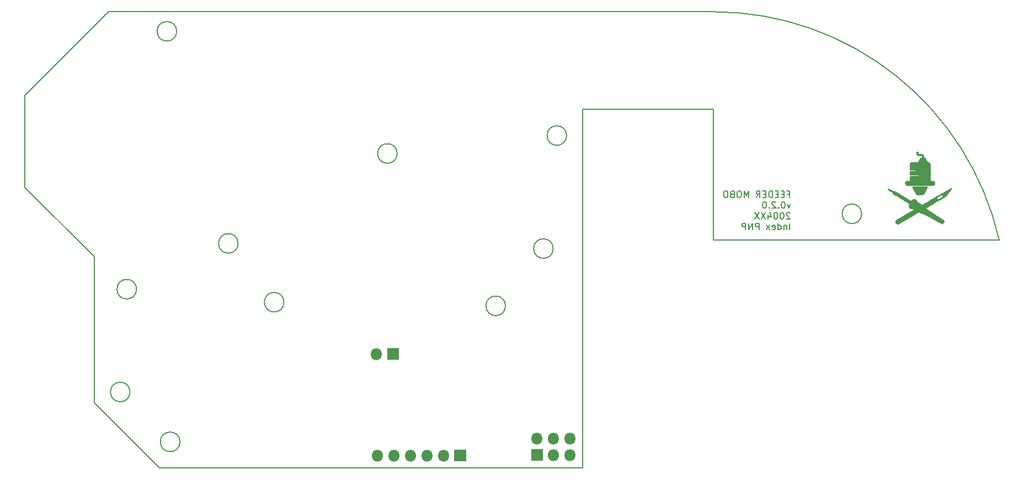
<source format=gbr>
%TF.GenerationSoftware,KiCad,Pcbnew,5.1.7+dfsg1-1~bpo10+1*%
%TF.CreationDate,2020-11-15T21:32:18+00:00*%
%TF.ProjectId,mobo,6d6f626f-2e6b-4696-9361-645f70636258,rev?*%
%TF.SameCoordinates,Original*%
%TF.FileFunction,Soldermask,Bot*%
%TF.FilePolarity,Negative*%
%FSLAX45Y45*%
G04 Gerber Fmt 4.5, Leading zero omitted, Abs format (unit mm)*
G04 Created by KiCad (PCBNEW 5.1.7+dfsg1-1~bpo10+1) date 2020-11-15 21:32:18*
%MOMM*%
%LPD*%
G01*
G04 APERTURE LIST*
%TA.AperFunction,Profile*%
%ADD10C,0.200000*%
%TD*%
%ADD11C,0.150000*%
%ADD12C,0.010000*%
%ADD13O,1.802000X1.802000*%
G04 APERTURE END LIST*
D10*
X10078686Y-16898000D02*
G75*
G03*
X10078686Y-16898000I-150000J0D01*
G01*
X9313000Y-16132314D02*
G75*
G03*
X9313000Y-16132314I-150000J0D01*
G01*
X18263000Y-11798000D02*
X16263000Y-11798000D01*
X18263000Y-13798000D02*
X18263000Y-11798000D01*
X10029424Y-10598000D02*
G75*
G03*
X10029424Y-10598000I-150000J0D01*
G01*
X20541427Y-13398000D02*
G75*
G03*
X20541427Y-13398000I-150000J0D01*
G01*
X8984826Y-10298000D02*
X18263000Y-10298000D01*
X7702340Y-11580485D02*
X8984826Y-10298000D01*
X10972211Y-13852451D02*
G75*
G03*
X10972211Y-13852451I-150000J0D01*
G01*
X15074964Y-14810514D02*
G75*
G03*
X15074964Y-14810514I-150000J0D01*
G01*
X11675420Y-14754866D02*
G75*
G03*
X11675420Y-14754866I-150000J0D01*
G01*
X16263000Y-17298000D02*
X9763000Y-17298000D01*
X16263000Y-11798000D02*
X16263000Y-17298000D01*
X13413000Y-12473000D02*
G75*
G03*
X13413000Y-12473000I-150000J0D01*
G01*
X9413000Y-14555359D02*
G75*
G03*
X9413000Y-14555359I-150000J0D01*
G01*
X7702340Y-12994699D02*
X7702340Y-11580485D01*
X8763000Y-14055359D02*
X7702340Y-12994699D01*
X15807333Y-13931598D02*
G75*
G03*
X15807333Y-13931598I-150000J0D01*
G01*
X8763000Y-16298000D02*
X8763000Y-14055359D01*
X9763000Y-17298000D02*
X8763000Y-16298000D01*
X22650482Y-13798000D02*
X18263000Y-13798000D01*
X18263000Y-10298000D02*
G75*
G02*
X22650482Y-13798000I0J-4500000D01*
G01*
X16013000Y-12198000D02*
G75*
G03*
X16013000Y-12198000I-150000J0D01*
G01*
D11*
X19403107Y-13095357D02*
X19436440Y-13095357D01*
X19436440Y-13147738D02*
X19436440Y-13047738D01*
X19388821Y-13047738D01*
X19350726Y-13095357D02*
X19317393Y-13095357D01*
X19303107Y-13147738D02*
X19350726Y-13147738D01*
X19350726Y-13047738D01*
X19303107Y-13047738D01*
X19260250Y-13095357D02*
X19226917Y-13095357D01*
X19212631Y-13147738D02*
X19260250Y-13147738D01*
X19260250Y-13047738D01*
X19212631Y-13047738D01*
X19169774Y-13147738D02*
X19169774Y-13047738D01*
X19145964Y-13047738D01*
X19131679Y-13052500D01*
X19122155Y-13062024D01*
X19117393Y-13071548D01*
X19112631Y-13090595D01*
X19112631Y-13104881D01*
X19117393Y-13123928D01*
X19122155Y-13133452D01*
X19131679Y-13142976D01*
X19145964Y-13147738D01*
X19169774Y-13147738D01*
X19069774Y-13095357D02*
X19036440Y-13095357D01*
X19022155Y-13147738D02*
X19069774Y-13147738D01*
X19069774Y-13047738D01*
X19022155Y-13047738D01*
X18922155Y-13147738D02*
X18955488Y-13100119D01*
X18979298Y-13147738D02*
X18979298Y-13047738D01*
X18941202Y-13047738D01*
X18931679Y-13052500D01*
X18926917Y-13057262D01*
X18922155Y-13066786D01*
X18922155Y-13081071D01*
X18926917Y-13090595D01*
X18931679Y-13095357D01*
X18941202Y-13100119D01*
X18979298Y-13100119D01*
X18803107Y-13147738D02*
X18803107Y-13047738D01*
X18769774Y-13119167D01*
X18736440Y-13047738D01*
X18736440Y-13147738D01*
X18669774Y-13047738D02*
X18650726Y-13047738D01*
X18641202Y-13052500D01*
X18631679Y-13062024D01*
X18626917Y-13081071D01*
X18626917Y-13114405D01*
X18631679Y-13133452D01*
X18641202Y-13142976D01*
X18650726Y-13147738D01*
X18669774Y-13147738D01*
X18679298Y-13142976D01*
X18688821Y-13133452D01*
X18693583Y-13114405D01*
X18693583Y-13081071D01*
X18688821Y-13062024D01*
X18679298Y-13052500D01*
X18669774Y-13047738D01*
X18550726Y-13095357D02*
X18536440Y-13100119D01*
X18531679Y-13104881D01*
X18526917Y-13114405D01*
X18526917Y-13128690D01*
X18531679Y-13138214D01*
X18536440Y-13142976D01*
X18545964Y-13147738D01*
X18584060Y-13147738D01*
X18584060Y-13047738D01*
X18550726Y-13047738D01*
X18541202Y-13052500D01*
X18536440Y-13057262D01*
X18531679Y-13066786D01*
X18531679Y-13076309D01*
X18536440Y-13085833D01*
X18541202Y-13090595D01*
X18550726Y-13095357D01*
X18584060Y-13095357D01*
X18465012Y-13047738D02*
X18445964Y-13047738D01*
X18436440Y-13052500D01*
X18426917Y-13062024D01*
X18422155Y-13081071D01*
X18422155Y-13114405D01*
X18426917Y-13133452D01*
X18436440Y-13142976D01*
X18445964Y-13147738D01*
X18465012Y-13147738D01*
X18474536Y-13142976D01*
X18484060Y-13133452D01*
X18488821Y-13114405D01*
X18488821Y-13081071D01*
X18484060Y-13062024D01*
X18474536Y-13052500D01*
X18465012Y-13047738D01*
X19445964Y-13246071D02*
X19422155Y-13312738D01*
X19398345Y-13246071D01*
X19341202Y-13212738D02*
X19331679Y-13212738D01*
X19322155Y-13217500D01*
X19317393Y-13222262D01*
X19312631Y-13231786D01*
X19307869Y-13250833D01*
X19307869Y-13274643D01*
X19312631Y-13293690D01*
X19317393Y-13303214D01*
X19322155Y-13307976D01*
X19331679Y-13312738D01*
X19341202Y-13312738D01*
X19350726Y-13307976D01*
X19355488Y-13303214D01*
X19360250Y-13293690D01*
X19365012Y-13274643D01*
X19365012Y-13250833D01*
X19360250Y-13231786D01*
X19355488Y-13222262D01*
X19350726Y-13217500D01*
X19341202Y-13212738D01*
X19265012Y-13303214D02*
X19260250Y-13307976D01*
X19265012Y-13312738D01*
X19269774Y-13307976D01*
X19265012Y-13303214D01*
X19265012Y-13312738D01*
X19222155Y-13222262D02*
X19217393Y-13217500D01*
X19207869Y-13212738D01*
X19184060Y-13212738D01*
X19174536Y-13217500D01*
X19169774Y-13222262D01*
X19165012Y-13231786D01*
X19165012Y-13241309D01*
X19169774Y-13255595D01*
X19226917Y-13312738D01*
X19165012Y-13312738D01*
X19122155Y-13303214D02*
X19117393Y-13307976D01*
X19122155Y-13312738D01*
X19126917Y-13307976D01*
X19122155Y-13303214D01*
X19122155Y-13312738D01*
X19055488Y-13212738D02*
X19045964Y-13212738D01*
X19036440Y-13217500D01*
X19031679Y-13222262D01*
X19026917Y-13231786D01*
X19022155Y-13250833D01*
X19022155Y-13274643D01*
X19026917Y-13293690D01*
X19031679Y-13303214D01*
X19036440Y-13307976D01*
X19045964Y-13312738D01*
X19055488Y-13312738D01*
X19065012Y-13307976D01*
X19069774Y-13303214D01*
X19074536Y-13293690D01*
X19079298Y-13274643D01*
X19079298Y-13250833D01*
X19074536Y-13231786D01*
X19069774Y-13222262D01*
X19065012Y-13217500D01*
X19055488Y-13212738D01*
X19441202Y-13387262D02*
X19436440Y-13382500D01*
X19426917Y-13377738D01*
X19403107Y-13377738D01*
X19393583Y-13382500D01*
X19388821Y-13387262D01*
X19384060Y-13396786D01*
X19384060Y-13406309D01*
X19388821Y-13420595D01*
X19445964Y-13477738D01*
X19384060Y-13477738D01*
X19322155Y-13377738D02*
X19312631Y-13377738D01*
X19303107Y-13382500D01*
X19298345Y-13387262D01*
X19293583Y-13396786D01*
X19288821Y-13415833D01*
X19288821Y-13439643D01*
X19293583Y-13458690D01*
X19298345Y-13468214D01*
X19303107Y-13472976D01*
X19312631Y-13477738D01*
X19322155Y-13477738D01*
X19331679Y-13472976D01*
X19336440Y-13468214D01*
X19341202Y-13458690D01*
X19345964Y-13439643D01*
X19345964Y-13415833D01*
X19341202Y-13396786D01*
X19336440Y-13387262D01*
X19331679Y-13382500D01*
X19322155Y-13377738D01*
X19226917Y-13377738D02*
X19217393Y-13377738D01*
X19207869Y-13382500D01*
X19203107Y-13387262D01*
X19198345Y-13396786D01*
X19193583Y-13415833D01*
X19193583Y-13439643D01*
X19198345Y-13458690D01*
X19203107Y-13468214D01*
X19207869Y-13472976D01*
X19217393Y-13477738D01*
X19226917Y-13477738D01*
X19236440Y-13472976D01*
X19241202Y-13468214D01*
X19245964Y-13458690D01*
X19250726Y-13439643D01*
X19250726Y-13415833D01*
X19245964Y-13396786D01*
X19241202Y-13387262D01*
X19236440Y-13382500D01*
X19226917Y-13377738D01*
X19107869Y-13411071D02*
X19107869Y-13477738D01*
X19131679Y-13372976D02*
X19155488Y-13444405D01*
X19093583Y-13444405D01*
X19065012Y-13377738D02*
X18998345Y-13477738D01*
X18998345Y-13377738D02*
X19065012Y-13477738D01*
X18969774Y-13377738D02*
X18903107Y-13477738D01*
X18903107Y-13377738D02*
X18969774Y-13477738D01*
X19436440Y-13642738D02*
X19436440Y-13542738D01*
X19388821Y-13576071D02*
X19388821Y-13642738D01*
X19388821Y-13585595D02*
X19384060Y-13580833D01*
X19374536Y-13576071D01*
X19360250Y-13576071D01*
X19350726Y-13580833D01*
X19345964Y-13590357D01*
X19345964Y-13642738D01*
X19255488Y-13642738D02*
X19255488Y-13542738D01*
X19255488Y-13637976D02*
X19265012Y-13642738D01*
X19284060Y-13642738D01*
X19293583Y-13637976D01*
X19298345Y-13633214D01*
X19303107Y-13623690D01*
X19303107Y-13595119D01*
X19298345Y-13585595D01*
X19293583Y-13580833D01*
X19284060Y-13576071D01*
X19265012Y-13576071D01*
X19255488Y-13580833D01*
X19169774Y-13637976D02*
X19179298Y-13642738D01*
X19198345Y-13642738D01*
X19207869Y-13637976D01*
X19212631Y-13628452D01*
X19212631Y-13590357D01*
X19207869Y-13580833D01*
X19198345Y-13576071D01*
X19179298Y-13576071D01*
X19169774Y-13580833D01*
X19165012Y-13590357D01*
X19165012Y-13599881D01*
X19212631Y-13609405D01*
X19131679Y-13642738D02*
X19079298Y-13576071D01*
X19131679Y-13576071D02*
X19079298Y-13642738D01*
X18965012Y-13642738D02*
X18965012Y-13542738D01*
X18926917Y-13542738D01*
X18917393Y-13547500D01*
X18912631Y-13552262D01*
X18907869Y-13561786D01*
X18907869Y-13576071D01*
X18912631Y-13585595D01*
X18917393Y-13590357D01*
X18926917Y-13595119D01*
X18965012Y-13595119D01*
X18865012Y-13642738D02*
X18865012Y-13542738D01*
X18807869Y-13642738D01*
X18807869Y-13542738D01*
X18760250Y-13642738D02*
X18760250Y-13542738D01*
X18722155Y-13542738D01*
X18712631Y-13547500D01*
X18707869Y-13552262D01*
X18703107Y-13561786D01*
X18703107Y-13576071D01*
X18707869Y-13585595D01*
X18712631Y-13590357D01*
X18722155Y-13595119D01*
X18760250Y-13595119D01*
D12*
G36*
X21916818Y-13000947D02*
G01*
X21915075Y-13001839D01*
X21912469Y-13003247D01*
X21909115Y-13005106D01*
X21905127Y-13007353D01*
X21900621Y-13009924D01*
X21895711Y-13012753D01*
X21891596Y-13015144D01*
X21886229Y-13018275D01*
X21879970Y-13021923D01*
X21873027Y-13025969D01*
X21865605Y-13030293D01*
X21857912Y-13034775D01*
X21850153Y-13039294D01*
X21842536Y-13043729D01*
X21835267Y-13047961D01*
X21832115Y-13049795D01*
X21824331Y-13054338D01*
X21817599Y-13058294D01*
X21811861Y-13061698D01*
X21807061Y-13064585D01*
X21803143Y-13066991D01*
X21800050Y-13068949D01*
X21797725Y-13070495D01*
X21796112Y-13071663D01*
X21795155Y-13072488D01*
X21795087Y-13072559D01*
X21792119Y-13076440D01*
X21789481Y-13081183D01*
X21787389Y-13086384D01*
X21786999Y-13087630D01*
X21786271Y-13089962D01*
X21785616Y-13091819D01*
X21785155Y-13092861D01*
X21785096Y-13092942D01*
X21784592Y-13092677D01*
X21783660Y-13091504D01*
X21782464Y-13089643D01*
X21781845Y-13088574D01*
X21780419Y-13086118D01*
X21779042Y-13083901D01*
X21777952Y-13082304D01*
X21777707Y-13081992D01*
X21776708Y-13080906D01*
X21775920Y-13080708D01*
X21774762Y-13081295D01*
X21774532Y-13081437D01*
X21772574Y-13082628D01*
X21769779Y-13084296D01*
X21766264Y-13086371D01*
X21762148Y-13088786D01*
X21757549Y-13091473D01*
X21752585Y-13094364D01*
X21747375Y-13097389D01*
X21742035Y-13100482D01*
X21736685Y-13103574D01*
X21731442Y-13106596D01*
X21726424Y-13109480D01*
X21721750Y-13112159D01*
X21717538Y-13114564D01*
X21713905Y-13116627D01*
X21710970Y-13118279D01*
X21708851Y-13119453D01*
X21707666Y-13120080D01*
X21707486Y-13120160D01*
X21706285Y-13120709D01*
X21704171Y-13121817D01*
X21701311Y-13123384D01*
X21697873Y-13125315D01*
X21694025Y-13127510D01*
X21689935Y-13129871D01*
X21685771Y-13132301D01*
X21681701Y-13134702D01*
X21677891Y-13136975D01*
X21674511Y-13139023D01*
X21671728Y-13140748D01*
X21669710Y-13142051D01*
X21668625Y-13142836D01*
X21668603Y-13142856D01*
X21666914Y-13144177D01*
X21664728Y-13145635D01*
X21663523Y-13146349D01*
X21662665Y-13146831D01*
X21661647Y-13147409D01*
X21660382Y-13148135D01*
X21658784Y-13149057D01*
X21656768Y-13150225D01*
X21654248Y-13151690D01*
X21651137Y-13153500D01*
X21647352Y-13155708D01*
X21642804Y-13158361D01*
X21637410Y-13161510D01*
X21631082Y-13165204D01*
X21624470Y-13169066D01*
X21618267Y-13172688D01*
X21611325Y-13176740D01*
X21603821Y-13181120D01*
X21595931Y-13185725D01*
X21587830Y-13190451D01*
X21579695Y-13195197D01*
X21571702Y-13199859D01*
X21564026Y-13204335D01*
X21556844Y-13208523D01*
X21550332Y-13212319D01*
X21544666Y-13215621D01*
X21542555Y-13216851D01*
X21539207Y-13218802D01*
X21534928Y-13221297D01*
X21529884Y-13224240D01*
X21524240Y-13227534D01*
X21518161Y-13231083D01*
X21511814Y-13234789D01*
X21505364Y-13238556D01*
X21498976Y-13242287D01*
X21496859Y-13243524D01*
X21489594Y-13247751D01*
X21483151Y-13251464D01*
X21477569Y-13254641D01*
X21472887Y-13257260D01*
X21469142Y-13259300D01*
X21466374Y-13260740D01*
X21464622Y-13261559D01*
X21463970Y-13261752D01*
X21462936Y-13261350D01*
X21461111Y-13260331D01*
X21458725Y-13258833D01*
X21456008Y-13256997D01*
X21455056Y-13256325D01*
X21452176Y-13254277D01*
X21449164Y-13252152D01*
X21445886Y-13249856D01*
X21442210Y-13247298D01*
X21438002Y-13244384D01*
X21433130Y-13241023D01*
X21427460Y-13237123D01*
X21421588Y-13233090D01*
X21417788Y-13230476D01*
X21413750Y-13227688D01*
X21409821Y-13224967D01*
X21406347Y-13222552D01*
X21404365Y-13221167D01*
X21401196Y-13218952D01*
X21397400Y-13216309D01*
X21393396Y-13213528D01*
X21389602Y-13210901D01*
X21388597Y-13210207D01*
X21385649Y-13208131D01*
X21383056Y-13206232D01*
X21381009Y-13204654D01*
X21379696Y-13203541D01*
X21379317Y-13203120D01*
X21379157Y-13201530D01*
X21379686Y-13199785D01*
X21380543Y-13196167D01*
X21380294Y-13192353D01*
X21379412Y-13189661D01*
X21378937Y-13188744D01*
X21378311Y-13187889D01*
X21377388Y-13186986D01*
X21376022Y-13185928D01*
X21374066Y-13184604D01*
X21371374Y-13182905D01*
X21367799Y-13180723D01*
X21365833Y-13179536D01*
X21361727Y-13177077D01*
X21358535Y-13175216D01*
X21356098Y-13173872D01*
X21354255Y-13172966D01*
X21352845Y-13172419D01*
X21351707Y-13172152D01*
X21350742Y-13172085D01*
X21347720Y-13172541D01*
X21344686Y-13173753D01*
X21342137Y-13175488D01*
X21341105Y-13176604D01*
X21340068Y-13177819D01*
X21339280Y-13178421D01*
X21339201Y-13178435D01*
X21338429Y-13178127D01*
X21336883Y-13177312D01*
X21334869Y-13176153D01*
X21334439Y-13175895D01*
X21331895Y-13174474D01*
X21329899Y-13173688D01*
X21328005Y-13173379D01*
X21327140Y-13173355D01*
X21323490Y-13173856D01*
X21320593Y-13175343D01*
X21319571Y-13176306D01*
X21319313Y-13176634D01*
X21318908Y-13177215D01*
X21318319Y-13178113D01*
X21317507Y-13179390D01*
X21316434Y-13181108D01*
X21315061Y-13183330D01*
X21313352Y-13186116D01*
X21311268Y-13189531D01*
X21308771Y-13193636D01*
X21305822Y-13198494D01*
X21302384Y-13204166D01*
X21298419Y-13210715D01*
X21293889Y-13218204D01*
X21288755Y-13226694D01*
X21286643Y-13230187D01*
X21283912Y-13234700D01*
X21280741Y-13239932D01*
X21277351Y-13245518D01*
X21273965Y-13251093D01*
X21270803Y-13256291D01*
X21269492Y-13258445D01*
X21266769Y-13262932D01*
X21264642Y-13266490D01*
X21263035Y-13269269D01*
X21261872Y-13271418D01*
X21261078Y-13273086D01*
X21260577Y-13274421D01*
X21260292Y-13275574D01*
X21260149Y-13276694D01*
X21260135Y-13276860D01*
X21260282Y-13279933D01*
X21261327Y-13282533D01*
X21263397Y-13284878D01*
X21266034Y-13286815D01*
X21268550Y-13288429D01*
X21270163Y-13289539D01*
X21271030Y-13290342D01*
X21271306Y-13291036D01*
X21271149Y-13291817D01*
X21270759Y-13292774D01*
X21269961Y-13295889D01*
X21269922Y-13299189D01*
X21270612Y-13302193D01*
X21271370Y-13303658D01*
X21272397Y-13304678D01*
X21274334Y-13306181D01*
X21276975Y-13308038D01*
X21280116Y-13310125D01*
X21283551Y-13312313D01*
X21287076Y-13314476D01*
X21290485Y-13316486D01*
X21293575Y-13318217D01*
X21296139Y-13319541D01*
X21297973Y-13320333D01*
X21298521Y-13320483D01*
X21301858Y-13320569D01*
X21304926Y-13319563D01*
X21307951Y-13317388D01*
X21308220Y-13317140D01*
X21309906Y-13315687D01*
X21311329Y-13314678D01*
X21312116Y-13314347D01*
X21312995Y-13314638D01*
X21314743Y-13315414D01*
X21317111Y-13316560D01*
X21319850Y-13317958D01*
X21319988Y-13318030D01*
X21325973Y-13321172D01*
X21330922Y-13323785D01*
X21334927Y-13325921D01*
X21338080Y-13327633D01*
X21340472Y-13328974D01*
X21342198Y-13329994D01*
X21343348Y-13330748D01*
X21344016Y-13331287D01*
X21344293Y-13331664D01*
X21344309Y-13331841D01*
X21343747Y-13332252D01*
X21342141Y-13333268D01*
X21339543Y-13334860D01*
X21336006Y-13336995D01*
X21331585Y-13339643D01*
X21326333Y-13342772D01*
X21320302Y-13346350D01*
X21313547Y-13350346D01*
X21306120Y-13354729D01*
X21298075Y-13359468D01*
X21289466Y-13364530D01*
X21280345Y-13369885D01*
X21270767Y-13375501D01*
X21260784Y-13381348D01*
X21250449Y-13387392D01*
X21239817Y-13393604D01*
X21228940Y-13399952D01*
X21217872Y-13406404D01*
X21206667Y-13412929D01*
X21195377Y-13419495D01*
X21184098Y-13426048D01*
X21180387Y-13428204D01*
X21175967Y-13430777D01*
X21171224Y-13433540D01*
X21166544Y-13436269D01*
X21162825Y-13438440D01*
X21155132Y-13442934D01*
X21148399Y-13446866D01*
X21142492Y-13450317D01*
X21137275Y-13453366D01*
X21132611Y-13456092D01*
X21128366Y-13458573D01*
X21124402Y-13460891D01*
X21120586Y-13463123D01*
X21117105Y-13465159D01*
X21112586Y-13467801D01*
X21107468Y-13470788D01*
X21102201Y-13473859D01*
X21097236Y-13476750D01*
X21093928Y-13478674D01*
X21090158Y-13480865D01*
X21086455Y-13483019D01*
X21083071Y-13484988D01*
X21080260Y-13486626D01*
X21078276Y-13487784D01*
X21078170Y-13487846D01*
X21072779Y-13491554D01*
X21068409Y-13495833D01*
X21064925Y-13500852D01*
X21062196Y-13506780D01*
X21061441Y-13508952D01*
X21060624Y-13511758D01*
X21060114Y-13514354D01*
X21059845Y-13517227D01*
X21059746Y-13520862D01*
X21059745Y-13521017D01*
X21059970Y-13526548D01*
X21060809Y-13531181D01*
X21062367Y-13535184D01*
X21064750Y-13538825D01*
X21068066Y-13542371D01*
X21068327Y-13542615D01*
X21073232Y-13546356D01*
X21078960Y-13549338D01*
X21085220Y-13551413D01*
X21085678Y-13551522D01*
X21089842Y-13552214D01*
X21094329Y-13552497D01*
X21098800Y-13552389D01*
X21102915Y-13551905D01*
X21106334Y-13551062D01*
X21107819Y-13550439D01*
X21108290Y-13550182D01*
X21109167Y-13549685D01*
X21110512Y-13548913D01*
X21112384Y-13547832D01*
X21114842Y-13546407D01*
X21117947Y-13544603D01*
X21121757Y-13542385D01*
X21126333Y-13539719D01*
X21131734Y-13536570D01*
X21138021Y-13532903D01*
X21145252Y-13528683D01*
X21153488Y-13523876D01*
X21158380Y-13521020D01*
X21162108Y-13518844D01*
X21166626Y-13516206D01*
X21171629Y-13513286D01*
X21176810Y-13510262D01*
X21181862Y-13507313D01*
X21185050Y-13505453D01*
X21190064Y-13502526D01*
X21195804Y-13499173D01*
X21201901Y-13495611D01*
X21207987Y-13492054D01*
X21213691Y-13488720D01*
X21217118Y-13486716D01*
X21224705Y-13482279D01*
X21233107Y-13477370D01*
X21242093Y-13472123D01*
X21251430Y-13466672D01*
X21260888Y-13461153D01*
X21270235Y-13455701D01*
X21279240Y-13450451D01*
X21287672Y-13445537D01*
X21295300Y-13441095D01*
X21297128Y-13440031D01*
X21300273Y-13438200D01*
X21304403Y-13435795D01*
X21309401Y-13432882D01*
X21315156Y-13429529D01*
X21321553Y-13425801D01*
X21328478Y-13421764D01*
X21335818Y-13417486D01*
X21343459Y-13413031D01*
X21351287Y-13408467D01*
X21359189Y-13403860D01*
X21365588Y-13400129D01*
X21375239Y-13394512D01*
X21383978Y-13389448D01*
X21391785Y-13384949D01*
X21398639Y-13381025D01*
X21404521Y-13377689D01*
X21409411Y-13374952D01*
X21413288Y-13372824D01*
X21416133Y-13371318D01*
X21417926Y-13370443D01*
X21418610Y-13370206D01*
X21419723Y-13370500D01*
X21421719Y-13371314D01*
X21424375Y-13372544D01*
X21427466Y-13374090D01*
X21429843Y-13375344D01*
X21433769Y-13377442D01*
X21438043Y-13379696D01*
X21442228Y-13381876D01*
X21445891Y-13383755D01*
X21446988Y-13384309D01*
X21450775Y-13386243D01*
X21455076Y-13388488D01*
X21459300Y-13390733D01*
X21462138Y-13392271D01*
X21466440Y-13394542D01*
X21469880Y-13396108D01*
X21472635Y-13396992D01*
X21474884Y-13397217D01*
X21476803Y-13396806D01*
X21478572Y-13395782D01*
X21479956Y-13394577D01*
X21481432Y-13393312D01*
X21482664Y-13392540D01*
X21483060Y-13392430D01*
X21483960Y-13392732D01*
X21485674Y-13393548D01*
X21487923Y-13394739D01*
X21489600Y-13395683D01*
X21492000Y-13397037D01*
X21495228Y-13398816D01*
X21498987Y-13400859D01*
X21502979Y-13403005D01*
X21506678Y-13404970D01*
X21510687Y-13407101D01*
X21514807Y-13409318D01*
X21518721Y-13411448D01*
X21522112Y-13413319D01*
X21524458Y-13414640D01*
X21527136Y-13416148D01*
X21530613Y-13418069D01*
X21534562Y-13420224D01*
X21538657Y-13422435D01*
X21541920Y-13424178D01*
X21545922Y-13426317D01*
X21550078Y-13428562D01*
X21554052Y-13430731D01*
X21557510Y-13432639D01*
X21559700Y-13433868D01*
X21562460Y-13435412D01*
X21566019Y-13437368D01*
X21570051Y-13439560D01*
X21574231Y-13441809D01*
X21577798Y-13443708D01*
X21581805Y-13445845D01*
X21585924Y-13448066D01*
X21589837Y-13450199D01*
X21593227Y-13452072D01*
X21595578Y-13453395D01*
X21598257Y-13454903D01*
X21601734Y-13456823D01*
X21605684Y-13458976D01*
X21609780Y-13461185D01*
X21613040Y-13462924D01*
X21617393Y-13465252D01*
X21622232Y-13467869D01*
X21627113Y-13470534D01*
X21631590Y-13473004D01*
X21633995Y-13474346D01*
X21638009Y-13476580D01*
X21642420Y-13479001D01*
X21646791Y-13481373D01*
X21650684Y-13483455D01*
X21652093Y-13484198D01*
X21655767Y-13486149D01*
X21660067Y-13488473D01*
X21664513Y-13490908D01*
X21668628Y-13493196D01*
X21669555Y-13493717D01*
X21673430Y-13495883D01*
X21677675Y-13498222D01*
X21681843Y-13500490D01*
X21685486Y-13502442D01*
X21686383Y-13502916D01*
X21689500Y-13504573D01*
X21693367Y-13506658D01*
X21697627Y-13508977D01*
X21701922Y-13511334D01*
X21705115Y-13513102D01*
X21709504Y-13515527D01*
X21714444Y-13518228D01*
X21719479Y-13520959D01*
X21724152Y-13523470D01*
X21726705Y-13524828D01*
X21730604Y-13526907D01*
X21734654Y-13529094D01*
X21738506Y-13531200D01*
X21741812Y-13533033D01*
X21743533Y-13534007D01*
X21746980Y-13535953D01*
X21750895Y-13538120D01*
X21754649Y-13540161D01*
X21756233Y-13541007D01*
X21759330Y-13542656D01*
X21763070Y-13544661D01*
X21766984Y-13546768D01*
X21770600Y-13548725D01*
X21770606Y-13548728D01*
X21773475Y-13550275D01*
X21775924Y-13551572D01*
X21777747Y-13552515D01*
X21778742Y-13552995D01*
X21778861Y-13553035D01*
X21779562Y-13552801D01*
X21780680Y-13552396D01*
X21781297Y-13551933D01*
X21782231Y-13550848D01*
X21783530Y-13549066D01*
X21785244Y-13546515D01*
X21787421Y-13543120D01*
X21790111Y-13538806D01*
X21793363Y-13533502D01*
X21795126Y-13530600D01*
X21798541Y-13524947D01*
X21801332Y-13520266D01*
X21803550Y-13516455D01*
X21805246Y-13513411D01*
X21806473Y-13511030D01*
X21807280Y-13509209D01*
X21807720Y-13507846D01*
X21807843Y-13506836D01*
X21807700Y-13506078D01*
X21807499Y-13505686D01*
X21806942Y-13505279D01*
X21805396Y-13504212D01*
X21802930Y-13502532D01*
X21799612Y-13500283D01*
X21795508Y-13497511D01*
X21790689Y-13494263D01*
X21785221Y-13490582D01*
X21779172Y-13486515D01*
X21772610Y-13482108D01*
X21765604Y-13477405D01*
X21758222Y-13472453D01*
X21750531Y-13467296D01*
X21742599Y-13461981D01*
X21734495Y-13456553D01*
X21726286Y-13451057D01*
X21718040Y-13445539D01*
X21709825Y-13440044D01*
X21701710Y-13434619D01*
X21693763Y-13429308D01*
X21686050Y-13424156D01*
X21678641Y-13419210D01*
X21671603Y-13414516D01*
X21665004Y-13410117D01*
X21658913Y-13406061D01*
X21653397Y-13402392D01*
X21648524Y-13399157D01*
X21644362Y-13396399D01*
X21640979Y-13394166D01*
X21638444Y-13392503D01*
X21637911Y-13392155D01*
X21635683Y-13390692D01*
X21632637Y-13388670D01*
X21629004Y-13386242D01*
X21625013Y-13383564D01*
X21620897Y-13380791D01*
X21618389Y-13379095D01*
X21608405Y-13372359D01*
X21597385Y-13364974D01*
X21585317Y-13356933D01*
X21572189Y-13348228D01*
X21566052Y-13344170D01*
X21558689Y-13339292D01*
X21551976Y-13334816D01*
X21545964Y-13330777D01*
X21540704Y-13327211D01*
X21536250Y-13324153D01*
X21532651Y-13321638D01*
X21529960Y-13319703D01*
X21528228Y-13318383D01*
X21527507Y-13317712D01*
X21527494Y-13317686D01*
X21527554Y-13316487D01*
X21527790Y-13316063D01*
X21528651Y-13314081D01*
X21528825Y-13311514D01*
X21528288Y-13308863D01*
X21528176Y-13308566D01*
X21527606Y-13306960D01*
X21527376Y-13305927D01*
X21527405Y-13305768D01*
X21527605Y-13305635D01*
X21528145Y-13305304D01*
X21529066Y-13304753D01*
X21530408Y-13303958D01*
X21532211Y-13302895D01*
X21534513Y-13301542D01*
X21537356Y-13299876D01*
X21540780Y-13297872D01*
X21544823Y-13295507D01*
X21549526Y-13292760D01*
X21554928Y-13289605D01*
X21561070Y-13286020D01*
X21567992Y-13281981D01*
X21575733Y-13277466D01*
X21584333Y-13272450D01*
X21593832Y-13266912D01*
X21604270Y-13260826D01*
X21615686Y-13254171D01*
X21628121Y-13246923D01*
X21641298Y-13239243D01*
X21650446Y-13233909D01*
X21659800Y-13228456D01*
X21669241Y-13222950D01*
X21678650Y-13217463D01*
X21687907Y-13212062D01*
X21696896Y-13206817D01*
X21705497Y-13201797D01*
X21713591Y-13197072D01*
X21721060Y-13192711D01*
X21727786Y-13188783D01*
X21733649Y-13185357D01*
X21738453Y-13182548D01*
X21745082Y-13178670D01*
X21752047Y-13174599D01*
X21759147Y-13170450D01*
X21766184Y-13166338D01*
X21772959Y-13162382D01*
X21779273Y-13158696D01*
X21784927Y-13155397D01*
X21789722Y-13152601D01*
X21790523Y-13152134D01*
X21795138Y-13149432D01*
X21799397Y-13146915D01*
X21803176Y-13144655D01*
X21806354Y-13142730D01*
X21808807Y-13141211D01*
X21810413Y-13140175D01*
X21811048Y-13139695D01*
X21811052Y-13139686D01*
X21810868Y-13138854D01*
X21810180Y-13137299D01*
X21809306Y-13135661D01*
X21808269Y-13133769D01*
X21788374Y-13133769D01*
X21788344Y-13133884D01*
X21787710Y-13134376D01*
X21786104Y-13135425D01*
X21783656Y-13136955D01*
X21780494Y-13138890D01*
X21776747Y-13141153D01*
X21772545Y-13143669D01*
X21768017Y-13146362D01*
X21763291Y-13149155D01*
X21758497Y-13151972D01*
X21753764Y-13154737D01*
X21749221Y-13157374D01*
X21744996Y-13159807D01*
X21741220Y-13161960D01*
X21738022Y-13163756D01*
X21735529Y-13165119D01*
X21734325Y-13165749D01*
X21732088Y-13166932D01*
X21729085Y-13168588D01*
X21725640Y-13170538D01*
X21722074Y-13172599D01*
X21720355Y-13173609D01*
X21717229Y-13175422D01*
X21714423Y-13176979D01*
X21712143Y-13178174D01*
X21710593Y-13178896D01*
X21710045Y-13179063D01*
X21709055Y-13178567D01*
X21707871Y-13177312D01*
X21707438Y-13176689D01*
X21706678Y-13175441D01*
X21705398Y-13173294D01*
X21703714Y-13170443D01*
X21701746Y-13167089D01*
X21699608Y-13163430D01*
X21698784Y-13162015D01*
X21696476Y-13158035D01*
X21694745Y-13155005D01*
X21693526Y-13152778D01*
X21692755Y-13151208D01*
X21692366Y-13150149D01*
X21692296Y-13149456D01*
X21692477Y-13148982D01*
X21692819Y-13148608D01*
X21693631Y-13148035D01*
X21695409Y-13146908D01*
X21698018Y-13145307D01*
X21701323Y-13143313D01*
X21705190Y-13141009D01*
X21709485Y-13138474D01*
X21713370Y-13136200D01*
X21718229Y-13133365D01*
X21723045Y-13130551D01*
X21727632Y-13127869D01*
X21731802Y-13125428D01*
X21735368Y-13123337D01*
X21738142Y-13121706D01*
X21739405Y-13120961D01*
X21746381Y-13116844D01*
X21752339Y-13113353D01*
X21757347Y-13110451D01*
X21761471Y-13108102D01*
X21764778Y-13106269D01*
X21767334Y-13104915D01*
X21769205Y-13104004D01*
X21770460Y-13103500D01*
X21771163Y-13103365D01*
X21771333Y-13103429D01*
X21771828Y-13104145D01*
X21772866Y-13105807D01*
X21774357Y-13108262D01*
X21776208Y-13111357D01*
X21778326Y-13114941D01*
X21780438Y-13118544D01*
X21783362Y-13123621D01*
X21785606Y-13127657D01*
X21787181Y-13130678D01*
X21788099Y-13132707D01*
X21788374Y-13133769D01*
X21808269Y-13133769D01*
X21808022Y-13133317D01*
X21807469Y-13131871D01*
X21807702Y-13131144D01*
X21808773Y-13130958D01*
X21810684Y-13131130D01*
X21814681Y-13131252D01*
X21819062Y-13130759D01*
X21823603Y-13129737D01*
X21828082Y-13128278D01*
X21832276Y-13126469D01*
X21835962Y-13124399D01*
X21838917Y-13122158D01*
X21840918Y-13119834D01*
X21841416Y-13118864D01*
X21842545Y-13116841D01*
X21844020Y-13115059D01*
X21844154Y-13114935D01*
X21845188Y-13113808D01*
X21846719Y-13111879D01*
X21848547Y-13109407D01*
X21850476Y-13106653D01*
X21850673Y-13106362D01*
X21854762Y-13100340D01*
X21859075Y-13094016D01*
X21863353Y-13087771D01*
X21867334Y-13081987D01*
X21869361Y-13079057D01*
X21871369Y-13076149D01*
X21873763Y-13072664D01*
X21876219Y-13069076D01*
X21878073Y-13066357D01*
X21880330Y-13063045D01*
X21882795Y-13059442D01*
X21885142Y-13056021D01*
X21886770Y-13053657D01*
X21888653Y-13050923D01*
X21890975Y-13047543D01*
X21893459Y-13043921D01*
X21895827Y-13040459D01*
X21896137Y-13040005D01*
X21898328Y-13036802D01*
X21900540Y-13033575D01*
X21902547Y-13030655D01*
X21904121Y-13028373D01*
X21904421Y-13027940D01*
X21906211Y-13025349D01*
X21908303Y-13022309D01*
X21910283Y-13019420D01*
X21910536Y-13019050D01*
X21913295Y-13015021D01*
X21915444Y-13011912D01*
X21917078Y-13009586D01*
X21918295Y-13007908D01*
X21919191Y-13006742D01*
X21919827Y-13005991D01*
X21920716Y-13004682D01*
X21921015Y-13003709D01*
X21920486Y-13002410D01*
X21919237Y-13001238D01*
X21917775Y-13000646D01*
X21917581Y-13000635D01*
X21916818Y-13000947D01*
G37*
X21916818Y-13000947D02*
X21915075Y-13001839D01*
X21912469Y-13003247D01*
X21909115Y-13005106D01*
X21905127Y-13007353D01*
X21900621Y-13009924D01*
X21895711Y-13012753D01*
X21891596Y-13015144D01*
X21886229Y-13018275D01*
X21879970Y-13021923D01*
X21873027Y-13025969D01*
X21865605Y-13030293D01*
X21857912Y-13034775D01*
X21850153Y-13039294D01*
X21842536Y-13043729D01*
X21835267Y-13047961D01*
X21832115Y-13049795D01*
X21824331Y-13054338D01*
X21817599Y-13058294D01*
X21811861Y-13061698D01*
X21807061Y-13064585D01*
X21803143Y-13066991D01*
X21800050Y-13068949D01*
X21797725Y-13070495D01*
X21796112Y-13071663D01*
X21795155Y-13072488D01*
X21795087Y-13072559D01*
X21792119Y-13076440D01*
X21789481Y-13081183D01*
X21787389Y-13086384D01*
X21786999Y-13087630D01*
X21786271Y-13089962D01*
X21785616Y-13091819D01*
X21785155Y-13092861D01*
X21785096Y-13092942D01*
X21784592Y-13092677D01*
X21783660Y-13091504D01*
X21782464Y-13089643D01*
X21781845Y-13088574D01*
X21780419Y-13086118D01*
X21779042Y-13083901D01*
X21777952Y-13082304D01*
X21777707Y-13081992D01*
X21776708Y-13080906D01*
X21775920Y-13080708D01*
X21774762Y-13081295D01*
X21774532Y-13081437D01*
X21772574Y-13082628D01*
X21769779Y-13084296D01*
X21766264Y-13086371D01*
X21762148Y-13088786D01*
X21757549Y-13091473D01*
X21752585Y-13094364D01*
X21747375Y-13097389D01*
X21742035Y-13100482D01*
X21736685Y-13103574D01*
X21731442Y-13106596D01*
X21726424Y-13109480D01*
X21721750Y-13112159D01*
X21717538Y-13114564D01*
X21713905Y-13116627D01*
X21710970Y-13118279D01*
X21708851Y-13119453D01*
X21707666Y-13120080D01*
X21707486Y-13120160D01*
X21706285Y-13120709D01*
X21704171Y-13121817D01*
X21701311Y-13123384D01*
X21697873Y-13125315D01*
X21694025Y-13127510D01*
X21689935Y-13129871D01*
X21685771Y-13132301D01*
X21681701Y-13134702D01*
X21677891Y-13136975D01*
X21674511Y-13139023D01*
X21671728Y-13140748D01*
X21669710Y-13142051D01*
X21668625Y-13142836D01*
X21668603Y-13142856D01*
X21666914Y-13144177D01*
X21664728Y-13145635D01*
X21663523Y-13146349D01*
X21662665Y-13146831D01*
X21661647Y-13147409D01*
X21660382Y-13148135D01*
X21658784Y-13149057D01*
X21656768Y-13150225D01*
X21654248Y-13151690D01*
X21651137Y-13153500D01*
X21647352Y-13155708D01*
X21642804Y-13158361D01*
X21637410Y-13161510D01*
X21631082Y-13165204D01*
X21624470Y-13169066D01*
X21618267Y-13172688D01*
X21611325Y-13176740D01*
X21603821Y-13181120D01*
X21595931Y-13185725D01*
X21587830Y-13190451D01*
X21579695Y-13195197D01*
X21571702Y-13199859D01*
X21564026Y-13204335D01*
X21556844Y-13208523D01*
X21550332Y-13212319D01*
X21544666Y-13215621D01*
X21542555Y-13216851D01*
X21539207Y-13218802D01*
X21534928Y-13221297D01*
X21529884Y-13224240D01*
X21524240Y-13227534D01*
X21518161Y-13231083D01*
X21511814Y-13234789D01*
X21505364Y-13238556D01*
X21498976Y-13242287D01*
X21496859Y-13243524D01*
X21489594Y-13247751D01*
X21483151Y-13251464D01*
X21477569Y-13254641D01*
X21472887Y-13257260D01*
X21469142Y-13259300D01*
X21466374Y-13260740D01*
X21464622Y-13261559D01*
X21463970Y-13261752D01*
X21462936Y-13261350D01*
X21461111Y-13260331D01*
X21458725Y-13258833D01*
X21456008Y-13256997D01*
X21455056Y-13256325D01*
X21452176Y-13254277D01*
X21449164Y-13252152D01*
X21445886Y-13249856D01*
X21442210Y-13247298D01*
X21438002Y-13244384D01*
X21433130Y-13241023D01*
X21427460Y-13237123D01*
X21421588Y-13233090D01*
X21417788Y-13230476D01*
X21413750Y-13227688D01*
X21409821Y-13224967D01*
X21406347Y-13222552D01*
X21404365Y-13221167D01*
X21401196Y-13218952D01*
X21397400Y-13216309D01*
X21393396Y-13213528D01*
X21389602Y-13210901D01*
X21388597Y-13210207D01*
X21385649Y-13208131D01*
X21383056Y-13206232D01*
X21381009Y-13204654D01*
X21379696Y-13203541D01*
X21379317Y-13203120D01*
X21379157Y-13201530D01*
X21379686Y-13199785D01*
X21380543Y-13196167D01*
X21380294Y-13192353D01*
X21379412Y-13189661D01*
X21378937Y-13188744D01*
X21378311Y-13187889D01*
X21377388Y-13186986D01*
X21376022Y-13185928D01*
X21374066Y-13184604D01*
X21371374Y-13182905D01*
X21367799Y-13180723D01*
X21365833Y-13179536D01*
X21361727Y-13177077D01*
X21358535Y-13175216D01*
X21356098Y-13173872D01*
X21354255Y-13172966D01*
X21352845Y-13172419D01*
X21351707Y-13172152D01*
X21350742Y-13172085D01*
X21347720Y-13172541D01*
X21344686Y-13173753D01*
X21342137Y-13175488D01*
X21341105Y-13176604D01*
X21340068Y-13177819D01*
X21339280Y-13178421D01*
X21339201Y-13178435D01*
X21338429Y-13178127D01*
X21336883Y-13177312D01*
X21334869Y-13176153D01*
X21334439Y-13175895D01*
X21331895Y-13174474D01*
X21329899Y-13173688D01*
X21328005Y-13173379D01*
X21327140Y-13173355D01*
X21323490Y-13173856D01*
X21320593Y-13175343D01*
X21319571Y-13176306D01*
X21319313Y-13176634D01*
X21318908Y-13177215D01*
X21318319Y-13178113D01*
X21317507Y-13179390D01*
X21316434Y-13181108D01*
X21315061Y-13183330D01*
X21313352Y-13186116D01*
X21311268Y-13189531D01*
X21308771Y-13193636D01*
X21305822Y-13198494D01*
X21302384Y-13204166D01*
X21298419Y-13210715D01*
X21293889Y-13218204D01*
X21288755Y-13226694D01*
X21286643Y-13230187D01*
X21283912Y-13234700D01*
X21280741Y-13239932D01*
X21277351Y-13245518D01*
X21273965Y-13251093D01*
X21270803Y-13256291D01*
X21269492Y-13258445D01*
X21266769Y-13262932D01*
X21264642Y-13266490D01*
X21263035Y-13269269D01*
X21261872Y-13271418D01*
X21261078Y-13273086D01*
X21260577Y-13274421D01*
X21260292Y-13275574D01*
X21260149Y-13276694D01*
X21260135Y-13276860D01*
X21260282Y-13279933D01*
X21261327Y-13282533D01*
X21263397Y-13284878D01*
X21266034Y-13286815D01*
X21268550Y-13288429D01*
X21270163Y-13289539D01*
X21271030Y-13290342D01*
X21271306Y-13291036D01*
X21271149Y-13291817D01*
X21270759Y-13292774D01*
X21269961Y-13295889D01*
X21269922Y-13299189D01*
X21270612Y-13302193D01*
X21271370Y-13303658D01*
X21272397Y-13304678D01*
X21274334Y-13306181D01*
X21276975Y-13308038D01*
X21280116Y-13310125D01*
X21283551Y-13312313D01*
X21287076Y-13314476D01*
X21290485Y-13316486D01*
X21293575Y-13318217D01*
X21296139Y-13319541D01*
X21297973Y-13320333D01*
X21298521Y-13320483D01*
X21301858Y-13320569D01*
X21304926Y-13319563D01*
X21307951Y-13317388D01*
X21308220Y-13317140D01*
X21309906Y-13315687D01*
X21311329Y-13314678D01*
X21312116Y-13314347D01*
X21312995Y-13314638D01*
X21314743Y-13315414D01*
X21317111Y-13316560D01*
X21319850Y-13317958D01*
X21319988Y-13318030D01*
X21325973Y-13321172D01*
X21330922Y-13323785D01*
X21334927Y-13325921D01*
X21338080Y-13327633D01*
X21340472Y-13328974D01*
X21342198Y-13329994D01*
X21343348Y-13330748D01*
X21344016Y-13331287D01*
X21344293Y-13331664D01*
X21344309Y-13331841D01*
X21343747Y-13332252D01*
X21342141Y-13333268D01*
X21339543Y-13334860D01*
X21336006Y-13336995D01*
X21331585Y-13339643D01*
X21326333Y-13342772D01*
X21320302Y-13346350D01*
X21313547Y-13350346D01*
X21306120Y-13354729D01*
X21298075Y-13359468D01*
X21289466Y-13364530D01*
X21280345Y-13369885D01*
X21270767Y-13375501D01*
X21260784Y-13381348D01*
X21250449Y-13387392D01*
X21239817Y-13393604D01*
X21228940Y-13399952D01*
X21217872Y-13406404D01*
X21206667Y-13412929D01*
X21195377Y-13419495D01*
X21184098Y-13426048D01*
X21180387Y-13428204D01*
X21175967Y-13430777D01*
X21171224Y-13433540D01*
X21166544Y-13436269D01*
X21162825Y-13438440D01*
X21155132Y-13442934D01*
X21148399Y-13446866D01*
X21142492Y-13450317D01*
X21137275Y-13453366D01*
X21132611Y-13456092D01*
X21128366Y-13458573D01*
X21124402Y-13460891D01*
X21120586Y-13463123D01*
X21117105Y-13465159D01*
X21112586Y-13467801D01*
X21107468Y-13470788D01*
X21102201Y-13473859D01*
X21097236Y-13476750D01*
X21093928Y-13478674D01*
X21090158Y-13480865D01*
X21086455Y-13483019D01*
X21083071Y-13484988D01*
X21080260Y-13486626D01*
X21078276Y-13487784D01*
X21078170Y-13487846D01*
X21072779Y-13491554D01*
X21068409Y-13495833D01*
X21064925Y-13500852D01*
X21062196Y-13506780D01*
X21061441Y-13508952D01*
X21060624Y-13511758D01*
X21060114Y-13514354D01*
X21059845Y-13517227D01*
X21059746Y-13520862D01*
X21059745Y-13521017D01*
X21059970Y-13526548D01*
X21060809Y-13531181D01*
X21062367Y-13535184D01*
X21064750Y-13538825D01*
X21068066Y-13542371D01*
X21068327Y-13542615D01*
X21073232Y-13546356D01*
X21078960Y-13549338D01*
X21085220Y-13551413D01*
X21085678Y-13551522D01*
X21089842Y-13552214D01*
X21094329Y-13552497D01*
X21098800Y-13552389D01*
X21102915Y-13551905D01*
X21106334Y-13551062D01*
X21107819Y-13550439D01*
X21108290Y-13550182D01*
X21109167Y-13549685D01*
X21110512Y-13548913D01*
X21112384Y-13547832D01*
X21114842Y-13546407D01*
X21117947Y-13544603D01*
X21121757Y-13542385D01*
X21126333Y-13539719D01*
X21131734Y-13536570D01*
X21138021Y-13532903D01*
X21145252Y-13528683D01*
X21153488Y-13523876D01*
X21158380Y-13521020D01*
X21162108Y-13518844D01*
X21166626Y-13516206D01*
X21171629Y-13513286D01*
X21176810Y-13510262D01*
X21181862Y-13507313D01*
X21185050Y-13505453D01*
X21190064Y-13502526D01*
X21195804Y-13499173D01*
X21201901Y-13495611D01*
X21207987Y-13492054D01*
X21213691Y-13488720D01*
X21217118Y-13486716D01*
X21224705Y-13482279D01*
X21233107Y-13477370D01*
X21242093Y-13472123D01*
X21251430Y-13466672D01*
X21260888Y-13461153D01*
X21270235Y-13455701D01*
X21279240Y-13450451D01*
X21287672Y-13445537D01*
X21295300Y-13441095D01*
X21297128Y-13440031D01*
X21300273Y-13438200D01*
X21304403Y-13435795D01*
X21309401Y-13432882D01*
X21315156Y-13429529D01*
X21321553Y-13425801D01*
X21328478Y-13421764D01*
X21335818Y-13417486D01*
X21343459Y-13413031D01*
X21351287Y-13408467D01*
X21359189Y-13403860D01*
X21365588Y-13400129D01*
X21375239Y-13394512D01*
X21383978Y-13389448D01*
X21391785Y-13384949D01*
X21398639Y-13381025D01*
X21404521Y-13377689D01*
X21409411Y-13374952D01*
X21413288Y-13372824D01*
X21416133Y-13371318D01*
X21417926Y-13370443D01*
X21418610Y-13370206D01*
X21419723Y-13370500D01*
X21421719Y-13371314D01*
X21424375Y-13372544D01*
X21427466Y-13374090D01*
X21429843Y-13375344D01*
X21433769Y-13377442D01*
X21438043Y-13379696D01*
X21442228Y-13381876D01*
X21445891Y-13383755D01*
X21446988Y-13384309D01*
X21450775Y-13386243D01*
X21455076Y-13388488D01*
X21459300Y-13390733D01*
X21462138Y-13392271D01*
X21466440Y-13394542D01*
X21469880Y-13396108D01*
X21472635Y-13396992D01*
X21474884Y-13397217D01*
X21476803Y-13396806D01*
X21478572Y-13395782D01*
X21479956Y-13394577D01*
X21481432Y-13393312D01*
X21482664Y-13392540D01*
X21483060Y-13392430D01*
X21483960Y-13392732D01*
X21485674Y-13393548D01*
X21487923Y-13394739D01*
X21489600Y-13395683D01*
X21492000Y-13397037D01*
X21495228Y-13398816D01*
X21498987Y-13400859D01*
X21502979Y-13403005D01*
X21506678Y-13404970D01*
X21510687Y-13407101D01*
X21514807Y-13409318D01*
X21518721Y-13411448D01*
X21522112Y-13413319D01*
X21524458Y-13414640D01*
X21527136Y-13416148D01*
X21530613Y-13418069D01*
X21534562Y-13420224D01*
X21538657Y-13422435D01*
X21541920Y-13424178D01*
X21545922Y-13426317D01*
X21550078Y-13428562D01*
X21554052Y-13430731D01*
X21557510Y-13432639D01*
X21559700Y-13433868D01*
X21562460Y-13435412D01*
X21566019Y-13437368D01*
X21570051Y-13439560D01*
X21574231Y-13441809D01*
X21577798Y-13443708D01*
X21581805Y-13445845D01*
X21585924Y-13448066D01*
X21589837Y-13450199D01*
X21593227Y-13452072D01*
X21595578Y-13453395D01*
X21598257Y-13454903D01*
X21601734Y-13456823D01*
X21605684Y-13458976D01*
X21609780Y-13461185D01*
X21613040Y-13462924D01*
X21617393Y-13465252D01*
X21622232Y-13467869D01*
X21627113Y-13470534D01*
X21631590Y-13473004D01*
X21633995Y-13474346D01*
X21638009Y-13476580D01*
X21642420Y-13479001D01*
X21646791Y-13481373D01*
X21650684Y-13483455D01*
X21652093Y-13484198D01*
X21655767Y-13486149D01*
X21660067Y-13488473D01*
X21664513Y-13490908D01*
X21668628Y-13493196D01*
X21669555Y-13493717D01*
X21673430Y-13495883D01*
X21677675Y-13498222D01*
X21681843Y-13500490D01*
X21685486Y-13502442D01*
X21686383Y-13502916D01*
X21689500Y-13504573D01*
X21693367Y-13506658D01*
X21697627Y-13508977D01*
X21701922Y-13511334D01*
X21705115Y-13513102D01*
X21709504Y-13515527D01*
X21714444Y-13518228D01*
X21719479Y-13520959D01*
X21724152Y-13523470D01*
X21726705Y-13524828D01*
X21730604Y-13526907D01*
X21734654Y-13529094D01*
X21738506Y-13531200D01*
X21741812Y-13533033D01*
X21743533Y-13534007D01*
X21746980Y-13535953D01*
X21750895Y-13538120D01*
X21754649Y-13540161D01*
X21756233Y-13541007D01*
X21759330Y-13542656D01*
X21763070Y-13544661D01*
X21766984Y-13546768D01*
X21770600Y-13548725D01*
X21770606Y-13548728D01*
X21773475Y-13550275D01*
X21775924Y-13551572D01*
X21777747Y-13552515D01*
X21778742Y-13552995D01*
X21778861Y-13553035D01*
X21779562Y-13552801D01*
X21780680Y-13552396D01*
X21781297Y-13551933D01*
X21782231Y-13550848D01*
X21783530Y-13549066D01*
X21785244Y-13546515D01*
X21787421Y-13543120D01*
X21790111Y-13538806D01*
X21793363Y-13533502D01*
X21795126Y-13530600D01*
X21798541Y-13524947D01*
X21801332Y-13520266D01*
X21803550Y-13516455D01*
X21805246Y-13513411D01*
X21806473Y-13511030D01*
X21807280Y-13509209D01*
X21807720Y-13507846D01*
X21807843Y-13506836D01*
X21807700Y-13506078D01*
X21807499Y-13505686D01*
X21806942Y-13505279D01*
X21805396Y-13504212D01*
X21802930Y-13502532D01*
X21799612Y-13500283D01*
X21795508Y-13497511D01*
X21790689Y-13494263D01*
X21785221Y-13490582D01*
X21779172Y-13486515D01*
X21772610Y-13482108D01*
X21765604Y-13477405D01*
X21758222Y-13472453D01*
X21750531Y-13467296D01*
X21742599Y-13461981D01*
X21734495Y-13456553D01*
X21726286Y-13451057D01*
X21718040Y-13445539D01*
X21709825Y-13440044D01*
X21701710Y-13434619D01*
X21693763Y-13429308D01*
X21686050Y-13424156D01*
X21678641Y-13419210D01*
X21671603Y-13414516D01*
X21665004Y-13410117D01*
X21658913Y-13406061D01*
X21653397Y-13402392D01*
X21648524Y-13399157D01*
X21644362Y-13396399D01*
X21640979Y-13394166D01*
X21638444Y-13392503D01*
X21637911Y-13392155D01*
X21635683Y-13390692D01*
X21632637Y-13388670D01*
X21629004Y-13386242D01*
X21625013Y-13383564D01*
X21620897Y-13380791D01*
X21618389Y-13379095D01*
X21608405Y-13372359D01*
X21597385Y-13364974D01*
X21585317Y-13356933D01*
X21572189Y-13348228D01*
X21566052Y-13344170D01*
X21558689Y-13339292D01*
X21551976Y-13334816D01*
X21545964Y-13330777D01*
X21540704Y-13327211D01*
X21536250Y-13324153D01*
X21532651Y-13321638D01*
X21529960Y-13319703D01*
X21528228Y-13318383D01*
X21527507Y-13317712D01*
X21527494Y-13317686D01*
X21527554Y-13316487D01*
X21527790Y-13316063D01*
X21528651Y-13314081D01*
X21528825Y-13311514D01*
X21528288Y-13308863D01*
X21528176Y-13308566D01*
X21527606Y-13306960D01*
X21527376Y-13305927D01*
X21527405Y-13305768D01*
X21527605Y-13305635D01*
X21528145Y-13305304D01*
X21529066Y-13304753D01*
X21530408Y-13303958D01*
X21532211Y-13302895D01*
X21534513Y-13301542D01*
X21537356Y-13299876D01*
X21540780Y-13297872D01*
X21544823Y-13295507D01*
X21549526Y-13292760D01*
X21554928Y-13289605D01*
X21561070Y-13286020D01*
X21567992Y-13281981D01*
X21575733Y-13277466D01*
X21584333Y-13272450D01*
X21593832Y-13266912D01*
X21604270Y-13260826D01*
X21615686Y-13254171D01*
X21628121Y-13246923D01*
X21641298Y-13239243D01*
X21650446Y-13233909D01*
X21659800Y-13228456D01*
X21669241Y-13222950D01*
X21678650Y-13217463D01*
X21687907Y-13212062D01*
X21696896Y-13206817D01*
X21705497Y-13201797D01*
X21713591Y-13197072D01*
X21721060Y-13192711D01*
X21727786Y-13188783D01*
X21733649Y-13185357D01*
X21738453Y-13182548D01*
X21745082Y-13178670D01*
X21752047Y-13174599D01*
X21759147Y-13170450D01*
X21766184Y-13166338D01*
X21772959Y-13162382D01*
X21779273Y-13158696D01*
X21784927Y-13155397D01*
X21789722Y-13152601D01*
X21790523Y-13152134D01*
X21795138Y-13149432D01*
X21799397Y-13146915D01*
X21803176Y-13144655D01*
X21806354Y-13142730D01*
X21808807Y-13141211D01*
X21810413Y-13140175D01*
X21811048Y-13139695D01*
X21811052Y-13139686D01*
X21810868Y-13138854D01*
X21810180Y-13137299D01*
X21809306Y-13135661D01*
X21808269Y-13133769D01*
X21788374Y-13133769D01*
X21788344Y-13133884D01*
X21787710Y-13134376D01*
X21786104Y-13135425D01*
X21783656Y-13136955D01*
X21780494Y-13138890D01*
X21776747Y-13141153D01*
X21772545Y-13143669D01*
X21768017Y-13146362D01*
X21763291Y-13149155D01*
X21758497Y-13151972D01*
X21753764Y-13154737D01*
X21749221Y-13157374D01*
X21744996Y-13159807D01*
X21741220Y-13161960D01*
X21738022Y-13163756D01*
X21735529Y-13165119D01*
X21734325Y-13165749D01*
X21732088Y-13166932D01*
X21729085Y-13168588D01*
X21725640Y-13170538D01*
X21722074Y-13172599D01*
X21720355Y-13173609D01*
X21717229Y-13175422D01*
X21714423Y-13176979D01*
X21712143Y-13178174D01*
X21710593Y-13178896D01*
X21710045Y-13179063D01*
X21709055Y-13178567D01*
X21707871Y-13177312D01*
X21707438Y-13176689D01*
X21706678Y-13175441D01*
X21705398Y-13173294D01*
X21703714Y-13170443D01*
X21701746Y-13167089D01*
X21699608Y-13163430D01*
X21698784Y-13162015D01*
X21696476Y-13158035D01*
X21694745Y-13155005D01*
X21693526Y-13152778D01*
X21692755Y-13151208D01*
X21692366Y-13150149D01*
X21692296Y-13149456D01*
X21692477Y-13148982D01*
X21692819Y-13148608D01*
X21693631Y-13148035D01*
X21695409Y-13146908D01*
X21698018Y-13145307D01*
X21701323Y-13143313D01*
X21705190Y-13141009D01*
X21709485Y-13138474D01*
X21713370Y-13136200D01*
X21718229Y-13133365D01*
X21723045Y-13130551D01*
X21727632Y-13127869D01*
X21731802Y-13125428D01*
X21735368Y-13123337D01*
X21738142Y-13121706D01*
X21739405Y-13120961D01*
X21746381Y-13116844D01*
X21752339Y-13113353D01*
X21757347Y-13110451D01*
X21761471Y-13108102D01*
X21764778Y-13106269D01*
X21767334Y-13104915D01*
X21769205Y-13104004D01*
X21770460Y-13103500D01*
X21771163Y-13103365D01*
X21771333Y-13103429D01*
X21771828Y-13104145D01*
X21772866Y-13105807D01*
X21774357Y-13108262D01*
X21776208Y-13111357D01*
X21778326Y-13114941D01*
X21780438Y-13118544D01*
X21783362Y-13123621D01*
X21785606Y-13127657D01*
X21787181Y-13130678D01*
X21788099Y-13132707D01*
X21788374Y-13133769D01*
X21808269Y-13133769D01*
X21808022Y-13133317D01*
X21807469Y-13131871D01*
X21807702Y-13131144D01*
X21808773Y-13130958D01*
X21810684Y-13131130D01*
X21814681Y-13131252D01*
X21819062Y-13130759D01*
X21823603Y-13129737D01*
X21828082Y-13128278D01*
X21832276Y-13126469D01*
X21835962Y-13124399D01*
X21838917Y-13122158D01*
X21840918Y-13119834D01*
X21841416Y-13118864D01*
X21842545Y-13116841D01*
X21844020Y-13115059D01*
X21844154Y-13114935D01*
X21845188Y-13113808D01*
X21846719Y-13111879D01*
X21848547Y-13109407D01*
X21850476Y-13106653D01*
X21850673Y-13106362D01*
X21854762Y-13100340D01*
X21859075Y-13094016D01*
X21863353Y-13087771D01*
X21867334Y-13081987D01*
X21869361Y-13079057D01*
X21871369Y-13076149D01*
X21873763Y-13072664D01*
X21876219Y-13069076D01*
X21878073Y-13066357D01*
X21880330Y-13063045D01*
X21882795Y-13059442D01*
X21885142Y-13056021D01*
X21886770Y-13053657D01*
X21888653Y-13050923D01*
X21890975Y-13047543D01*
X21893459Y-13043921D01*
X21895827Y-13040459D01*
X21896137Y-13040005D01*
X21898328Y-13036802D01*
X21900540Y-13033575D01*
X21902547Y-13030655D01*
X21904121Y-13028373D01*
X21904421Y-13027940D01*
X21906211Y-13025349D01*
X21908303Y-13022309D01*
X21910283Y-13019420D01*
X21910536Y-13019050D01*
X21913295Y-13015021D01*
X21915444Y-13011912D01*
X21917078Y-13009586D01*
X21918295Y-13007908D01*
X21919191Y-13006742D01*
X21919827Y-13005991D01*
X21920716Y-13004682D01*
X21921015Y-13003709D01*
X21920486Y-13002410D01*
X21919237Y-13001238D01*
X21917775Y-13000646D01*
X21917581Y-13000635D01*
X21916818Y-13000947D01*
G36*
X20937081Y-13011621D02*
G01*
X20936843Y-13011970D01*
X20936877Y-13012327D01*
X20937363Y-13013014D01*
X20938620Y-13014467D01*
X20940523Y-13016552D01*
X20942948Y-13019135D01*
X20945772Y-13022081D01*
X20948022Y-13024393D01*
X20958961Y-13035561D01*
X20988027Y-13053102D01*
X20993591Y-13056460D01*
X20998858Y-13059640D01*
X21003722Y-13062578D01*
X21008078Y-13065209D01*
X21011819Y-13067470D01*
X21014838Y-13069297D01*
X21017030Y-13070624D01*
X21018288Y-13071388D01*
X21018521Y-13071531D01*
X21019595Y-13072470D01*
X21019950Y-13073215D01*
X21019633Y-13074097D01*
X21018791Y-13075735D01*
X21017588Y-13077819D01*
X21017209Y-13078439D01*
X21015562Y-13081152D01*
X21014529Y-13083019D01*
X21014020Y-13084250D01*
X21013943Y-13085056D01*
X21014135Y-13085543D01*
X21014786Y-13086060D01*
X21016354Y-13087116D01*
X21018669Y-13088601D01*
X21021556Y-13090405D01*
X21024843Y-13092416D01*
X21025348Y-13092722D01*
X21029515Y-13095241D01*
X21034345Y-13098163D01*
X21039416Y-13101233D01*
X21044307Y-13104194D01*
X21047890Y-13106365D01*
X21051034Y-13108269D01*
X21055206Y-13110794D01*
X21060349Y-13113905D01*
X21066403Y-13117566D01*
X21073312Y-13121742D01*
X21081016Y-13126399D01*
X21089457Y-13131500D01*
X21098576Y-13137011D01*
X21108316Y-13142895D01*
X21118617Y-13149119D01*
X21129422Y-13155646D01*
X21140672Y-13162442D01*
X21152308Y-13169470D01*
X21164273Y-13176697D01*
X21176507Y-13184085D01*
X21188953Y-13191602D01*
X21201552Y-13199210D01*
X21206323Y-13202090D01*
X21214207Y-13206852D01*
X21221818Y-13211450D01*
X21229081Y-13215839D01*
X21235921Y-13219975D01*
X21242265Y-13223813D01*
X21248037Y-13227306D01*
X21253163Y-13230411D01*
X21257569Y-13233081D01*
X21261180Y-13235272D01*
X21263921Y-13236939D01*
X21265718Y-13238037D01*
X21266475Y-13238506D01*
X21268035Y-13239500D01*
X21268905Y-13239912D01*
X21269482Y-13239819D01*
X21270162Y-13239298D01*
X21270237Y-13239236D01*
X21270787Y-13238520D01*
X21271906Y-13236845D01*
X21273511Y-13234345D01*
X21275519Y-13231149D01*
X21277848Y-13227391D01*
X21280414Y-13223201D01*
X21282506Y-13219753D01*
X21285850Y-13214182D01*
X21288533Y-13209623D01*
X21290587Y-13206022D01*
X21292041Y-13203325D01*
X21292923Y-13201477D01*
X21293265Y-13200425D01*
X21293238Y-13200172D01*
X21293161Y-13200060D01*
X21293043Y-13199928D01*
X21292843Y-13199750D01*
X21292520Y-13199503D01*
X21292033Y-13199162D01*
X21291341Y-13198700D01*
X21290403Y-13198095D01*
X21289180Y-13197320D01*
X21287629Y-13196351D01*
X21285710Y-13195163D01*
X21283381Y-13193732D01*
X21280603Y-13192031D01*
X21277335Y-13190037D01*
X21273534Y-13187724D01*
X21269162Y-13185068D01*
X21264176Y-13182044D01*
X21258535Y-13178627D01*
X21252200Y-13174791D01*
X21245129Y-13170513D01*
X21237281Y-13165767D01*
X21228616Y-13160529D01*
X21219092Y-13154773D01*
X21208669Y-13148474D01*
X21197306Y-13141609D01*
X21184962Y-13134151D01*
X21171595Y-13126076D01*
X21163143Y-13120969D01*
X21150107Y-13113095D01*
X21138107Y-13105845D01*
X21127089Y-13099188D01*
X21117002Y-13093094D01*
X21107793Y-13087529D01*
X21099409Y-13082463D01*
X21091799Y-13077864D01*
X21084910Y-13073701D01*
X21078690Y-13069941D01*
X21073087Y-13066554D01*
X21068049Y-13063507D01*
X21063523Y-13060769D01*
X21059456Y-13058308D01*
X21055798Y-13056094D01*
X21052494Y-13054093D01*
X21049494Y-13052276D01*
X21046745Y-13050609D01*
X21044195Y-13049062D01*
X21043634Y-13048722D01*
X21041297Y-13047390D01*
X21039300Y-13046412D01*
X21037927Y-13045918D01*
X21037536Y-13045902D01*
X21036838Y-13046574D01*
X21035715Y-13048088D01*
X21034358Y-13050176D01*
X21033669Y-13051322D01*
X21032274Y-13053588D01*
X21031029Y-13055408D01*
X21030121Y-13056517D01*
X21029857Y-13056720D01*
X21029465Y-13056651D01*
X21028616Y-13056285D01*
X21027253Y-13055588D01*
X21025323Y-13054528D01*
X21022769Y-13053073D01*
X21019536Y-13051190D01*
X21015570Y-13048848D01*
X21010816Y-13046013D01*
X21005217Y-13042653D01*
X20998720Y-13038735D01*
X20991269Y-13034228D01*
X20982808Y-13029099D01*
X20979867Y-13027314D01*
X20976700Y-13025395D01*
X20974060Y-13023828D01*
X20971757Y-13022535D01*
X20969599Y-13021435D01*
X20967393Y-13020451D01*
X20964948Y-13019502D01*
X20962072Y-13018509D01*
X20958572Y-13017393D01*
X20954258Y-13016075D01*
X20948937Y-13014475D01*
X20948415Y-13014318D01*
X20944312Y-13013102D01*
X20941272Y-13012250D01*
X20939151Y-13011735D01*
X20937802Y-13011534D01*
X20937081Y-13011621D01*
G37*
X20937081Y-13011621D02*
X20936843Y-13011970D01*
X20936877Y-13012327D01*
X20937363Y-13013014D01*
X20938620Y-13014467D01*
X20940523Y-13016552D01*
X20942948Y-13019135D01*
X20945772Y-13022081D01*
X20948022Y-13024393D01*
X20958961Y-13035561D01*
X20988027Y-13053102D01*
X20993591Y-13056460D01*
X20998858Y-13059640D01*
X21003722Y-13062578D01*
X21008078Y-13065209D01*
X21011819Y-13067470D01*
X21014838Y-13069297D01*
X21017030Y-13070624D01*
X21018288Y-13071388D01*
X21018521Y-13071531D01*
X21019595Y-13072470D01*
X21019950Y-13073215D01*
X21019633Y-13074097D01*
X21018791Y-13075735D01*
X21017588Y-13077819D01*
X21017209Y-13078439D01*
X21015562Y-13081152D01*
X21014529Y-13083019D01*
X21014020Y-13084250D01*
X21013943Y-13085056D01*
X21014135Y-13085543D01*
X21014786Y-13086060D01*
X21016354Y-13087116D01*
X21018669Y-13088601D01*
X21021556Y-13090405D01*
X21024843Y-13092416D01*
X21025348Y-13092722D01*
X21029515Y-13095241D01*
X21034345Y-13098163D01*
X21039416Y-13101233D01*
X21044307Y-13104194D01*
X21047890Y-13106365D01*
X21051034Y-13108269D01*
X21055206Y-13110794D01*
X21060349Y-13113905D01*
X21066403Y-13117566D01*
X21073312Y-13121742D01*
X21081016Y-13126399D01*
X21089457Y-13131500D01*
X21098576Y-13137011D01*
X21108316Y-13142895D01*
X21118617Y-13149119D01*
X21129422Y-13155646D01*
X21140672Y-13162442D01*
X21152308Y-13169470D01*
X21164273Y-13176697D01*
X21176507Y-13184085D01*
X21188953Y-13191602D01*
X21201552Y-13199210D01*
X21206323Y-13202090D01*
X21214207Y-13206852D01*
X21221818Y-13211450D01*
X21229081Y-13215839D01*
X21235921Y-13219975D01*
X21242265Y-13223813D01*
X21248037Y-13227306D01*
X21253163Y-13230411D01*
X21257569Y-13233081D01*
X21261180Y-13235272D01*
X21263921Y-13236939D01*
X21265718Y-13238037D01*
X21266475Y-13238506D01*
X21268035Y-13239500D01*
X21268905Y-13239912D01*
X21269482Y-13239819D01*
X21270162Y-13239298D01*
X21270237Y-13239236D01*
X21270787Y-13238520D01*
X21271906Y-13236845D01*
X21273511Y-13234345D01*
X21275519Y-13231149D01*
X21277848Y-13227391D01*
X21280414Y-13223201D01*
X21282506Y-13219753D01*
X21285850Y-13214182D01*
X21288533Y-13209623D01*
X21290587Y-13206022D01*
X21292041Y-13203325D01*
X21292923Y-13201477D01*
X21293265Y-13200425D01*
X21293238Y-13200172D01*
X21293161Y-13200060D01*
X21293043Y-13199928D01*
X21292843Y-13199750D01*
X21292520Y-13199503D01*
X21292033Y-13199162D01*
X21291341Y-13198700D01*
X21290403Y-13198095D01*
X21289180Y-13197320D01*
X21287629Y-13196351D01*
X21285710Y-13195163D01*
X21283381Y-13193732D01*
X21280603Y-13192031D01*
X21277335Y-13190037D01*
X21273534Y-13187724D01*
X21269162Y-13185068D01*
X21264176Y-13182044D01*
X21258535Y-13178627D01*
X21252200Y-13174791D01*
X21245129Y-13170513D01*
X21237281Y-13165767D01*
X21228616Y-13160529D01*
X21219092Y-13154773D01*
X21208669Y-13148474D01*
X21197306Y-13141609D01*
X21184962Y-13134151D01*
X21171595Y-13126076D01*
X21163143Y-13120969D01*
X21150107Y-13113095D01*
X21138107Y-13105845D01*
X21127089Y-13099188D01*
X21117002Y-13093094D01*
X21107793Y-13087529D01*
X21099409Y-13082463D01*
X21091799Y-13077864D01*
X21084910Y-13073701D01*
X21078690Y-13069941D01*
X21073087Y-13066554D01*
X21068049Y-13063507D01*
X21063523Y-13060769D01*
X21059456Y-13058308D01*
X21055798Y-13056094D01*
X21052494Y-13054093D01*
X21049494Y-13052276D01*
X21046745Y-13050609D01*
X21044195Y-13049062D01*
X21043634Y-13048722D01*
X21041297Y-13047390D01*
X21039300Y-13046412D01*
X21037927Y-13045918D01*
X21037536Y-13045902D01*
X21036838Y-13046574D01*
X21035715Y-13048088D01*
X21034358Y-13050176D01*
X21033669Y-13051322D01*
X21032274Y-13053588D01*
X21031029Y-13055408D01*
X21030121Y-13056517D01*
X21029857Y-13056720D01*
X21029465Y-13056651D01*
X21028616Y-13056285D01*
X21027253Y-13055588D01*
X21025323Y-13054528D01*
X21022769Y-13053073D01*
X21019536Y-13051190D01*
X21015570Y-13048848D01*
X21010816Y-13046013D01*
X21005217Y-13042653D01*
X20998720Y-13038735D01*
X20991269Y-13034228D01*
X20982808Y-13029099D01*
X20979867Y-13027314D01*
X20976700Y-13025395D01*
X20974060Y-13023828D01*
X20971757Y-13022535D01*
X20969599Y-13021435D01*
X20967393Y-13020451D01*
X20964948Y-13019502D01*
X20962072Y-13018509D01*
X20958572Y-13017393D01*
X20954258Y-13016075D01*
X20948937Y-13014475D01*
X20948415Y-13014318D01*
X20944312Y-13013102D01*
X20941272Y-13012250D01*
X20939151Y-13011735D01*
X20937802Y-13011534D01*
X20937081Y-13011621D01*
G36*
X21327290Y-12979092D02*
G01*
X21324904Y-12980883D01*
X21323173Y-12983317D01*
X21322898Y-12983855D01*
X21321748Y-12986814D01*
X21321352Y-12989691D01*
X21321732Y-12992770D01*
X21322912Y-12996334D01*
X21324119Y-12999047D01*
X21325316Y-13001499D01*
X21326342Y-13003492D01*
X21327060Y-13004765D01*
X21327293Y-13005080D01*
X21327723Y-13005737D01*
X21328590Y-13007322D01*
X21329782Y-13009617D01*
X21331183Y-13012405D01*
X21331642Y-13013335D01*
X21333117Y-13016295D01*
X21334451Y-13018889D01*
X21335518Y-13020879D01*
X21336193Y-13022027D01*
X21336293Y-13022163D01*
X21336843Y-13023034D01*
X21337833Y-13024808D01*
X21339135Y-13027251D01*
X21340623Y-13030128D01*
X21341093Y-13031053D01*
X21343033Y-13034866D01*
X21345282Y-13039246D01*
X21347553Y-13043639D01*
X21349465Y-13047307D01*
X21355743Y-13059330D01*
X21362034Y-13071459D01*
X21366115Y-13079375D01*
X21367996Y-13082991D01*
X21370064Y-13086892D01*
X21372060Y-13090597D01*
X21373662Y-13093506D01*
X21374471Y-13095027D01*
X21375145Y-13096362D01*
X21375767Y-13097523D01*
X21376420Y-13098521D01*
X21377187Y-13099370D01*
X21378152Y-13100081D01*
X21379397Y-13100665D01*
X21381007Y-13101135D01*
X21383064Y-13101503D01*
X21385653Y-13101780D01*
X21388855Y-13101979D01*
X21392755Y-13102112D01*
X21397436Y-13102190D01*
X21402981Y-13102225D01*
X21409473Y-13102231D01*
X21416996Y-13102217D01*
X21425634Y-13102197D01*
X21434122Y-13102183D01*
X21444227Y-13102168D01*
X21453117Y-13102142D01*
X21460846Y-13102106D01*
X21467469Y-13102058D01*
X21473041Y-13101997D01*
X21477616Y-13101923D01*
X21481250Y-13101835D01*
X21483996Y-13101732D01*
X21485910Y-13101614D01*
X21487046Y-13101479D01*
X21487376Y-13101390D01*
X21489020Y-13100506D01*
X21490090Y-13099764D01*
X21490976Y-13098676D01*
X21492395Y-13096450D01*
X21494340Y-13093099D01*
X21496803Y-13088634D01*
X21499779Y-13083069D01*
X21503206Y-13076517D01*
X21505269Y-13072543D01*
X21507472Y-13068299D01*
X21509611Y-13064182D01*
X21511479Y-13060588D01*
X21512277Y-13059055D01*
X21514187Y-13055382D01*
X21516338Y-13051245D01*
X21518425Y-13047230D01*
X21519704Y-13044767D01*
X21521386Y-13041531D01*
X21523418Y-13037620D01*
X21525567Y-13033487D01*
X21527597Y-13029584D01*
X21527957Y-13028892D01*
X21529952Y-13025045D01*
X21532120Y-13020840D01*
X21534223Y-13016744D01*
X21536018Y-13013224D01*
X21536284Y-13012700D01*
X21537733Y-13009881D01*
X21539022Y-13007442D01*
X21540022Y-13005625D01*
X21540602Y-13004674D01*
X21540636Y-13004630D01*
X21541222Y-13003591D01*
X21541285Y-13003255D01*
X21541690Y-13002473D01*
X21541761Y-13002434D01*
X21542248Y-13001797D01*
X21543096Y-13000308D01*
X21544135Y-12998269D01*
X21544301Y-12997924D01*
X21545937Y-12993532D01*
X21546409Y-12989518D01*
X21545721Y-12985761D01*
X21544816Y-12983697D01*
X21543782Y-12981960D01*
X21542651Y-12980684D01*
X21541060Y-12979548D01*
X21538745Y-12978278D01*
X21538321Y-12978168D01*
X21537460Y-12978068D01*
X21536110Y-12977977D01*
X21534221Y-12977895D01*
X21531741Y-12977821D01*
X21528618Y-12977756D01*
X21524802Y-12977698D01*
X21520241Y-12977648D01*
X21514885Y-12977604D01*
X21508681Y-12977567D01*
X21501579Y-12977536D01*
X21493527Y-12977511D01*
X21484473Y-12977492D01*
X21474368Y-12977477D01*
X21463159Y-12977466D01*
X21450796Y-12977460D01*
X21437227Y-12977458D01*
X21433653Y-12977457D01*
X21330148Y-12977457D01*
X21327290Y-12979092D01*
G37*
X21327290Y-12979092D02*
X21324904Y-12980883D01*
X21323173Y-12983317D01*
X21322898Y-12983855D01*
X21321748Y-12986814D01*
X21321352Y-12989691D01*
X21321732Y-12992770D01*
X21322912Y-12996334D01*
X21324119Y-12999047D01*
X21325316Y-13001499D01*
X21326342Y-13003492D01*
X21327060Y-13004765D01*
X21327293Y-13005080D01*
X21327723Y-13005737D01*
X21328590Y-13007322D01*
X21329782Y-13009617D01*
X21331183Y-13012405D01*
X21331642Y-13013335D01*
X21333117Y-13016295D01*
X21334451Y-13018889D01*
X21335518Y-13020879D01*
X21336193Y-13022027D01*
X21336293Y-13022163D01*
X21336843Y-13023034D01*
X21337833Y-13024808D01*
X21339135Y-13027251D01*
X21340623Y-13030128D01*
X21341093Y-13031053D01*
X21343033Y-13034866D01*
X21345282Y-13039246D01*
X21347553Y-13043639D01*
X21349465Y-13047307D01*
X21355743Y-13059330D01*
X21362034Y-13071459D01*
X21366115Y-13079375D01*
X21367996Y-13082991D01*
X21370064Y-13086892D01*
X21372060Y-13090597D01*
X21373662Y-13093506D01*
X21374471Y-13095027D01*
X21375145Y-13096362D01*
X21375767Y-13097523D01*
X21376420Y-13098521D01*
X21377187Y-13099370D01*
X21378152Y-13100081D01*
X21379397Y-13100665D01*
X21381007Y-13101135D01*
X21383064Y-13101503D01*
X21385653Y-13101780D01*
X21388855Y-13101979D01*
X21392755Y-13102112D01*
X21397436Y-13102190D01*
X21402981Y-13102225D01*
X21409473Y-13102231D01*
X21416996Y-13102217D01*
X21425634Y-13102197D01*
X21434122Y-13102183D01*
X21444227Y-13102168D01*
X21453117Y-13102142D01*
X21460846Y-13102106D01*
X21467469Y-13102058D01*
X21473041Y-13101997D01*
X21477616Y-13101923D01*
X21481250Y-13101835D01*
X21483996Y-13101732D01*
X21485910Y-13101614D01*
X21487046Y-13101479D01*
X21487376Y-13101390D01*
X21489020Y-13100506D01*
X21490090Y-13099764D01*
X21490976Y-13098676D01*
X21492395Y-13096450D01*
X21494340Y-13093099D01*
X21496803Y-13088634D01*
X21499779Y-13083069D01*
X21503206Y-13076517D01*
X21505269Y-13072543D01*
X21507472Y-13068299D01*
X21509611Y-13064182D01*
X21511479Y-13060588D01*
X21512277Y-13059055D01*
X21514187Y-13055382D01*
X21516338Y-13051245D01*
X21518425Y-13047230D01*
X21519704Y-13044767D01*
X21521386Y-13041531D01*
X21523418Y-13037620D01*
X21525567Y-13033487D01*
X21527597Y-13029584D01*
X21527957Y-13028892D01*
X21529952Y-13025045D01*
X21532120Y-13020840D01*
X21534223Y-13016744D01*
X21536018Y-13013224D01*
X21536284Y-13012700D01*
X21537733Y-13009881D01*
X21539022Y-13007442D01*
X21540022Y-13005625D01*
X21540602Y-13004674D01*
X21540636Y-13004630D01*
X21541222Y-13003591D01*
X21541285Y-13003255D01*
X21541690Y-13002473D01*
X21541761Y-13002434D01*
X21542248Y-13001797D01*
X21543096Y-13000308D01*
X21544135Y-12998269D01*
X21544301Y-12997924D01*
X21545937Y-12993532D01*
X21546409Y-12989518D01*
X21545721Y-12985761D01*
X21544816Y-12983697D01*
X21543782Y-12981960D01*
X21542651Y-12980684D01*
X21541060Y-12979548D01*
X21538745Y-12978278D01*
X21538321Y-12978168D01*
X21537460Y-12978068D01*
X21536110Y-12977977D01*
X21534221Y-12977895D01*
X21531741Y-12977821D01*
X21528618Y-12977756D01*
X21524802Y-12977698D01*
X21520241Y-12977648D01*
X21514885Y-12977604D01*
X21508681Y-12977567D01*
X21501579Y-12977536D01*
X21493527Y-12977511D01*
X21484473Y-12977492D01*
X21474368Y-12977477D01*
X21463159Y-12977466D01*
X21450796Y-12977460D01*
X21437227Y-12977458D01*
X21433653Y-12977457D01*
X21330148Y-12977457D01*
X21327290Y-12979092D01*
G36*
X21478324Y-12541543D02*
G01*
X21476277Y-12541544D01*
X21468916Y-12541549D01*
X21462715Y-12541561D01*
X21457565Y-12541582D01*
X21453354Y-12541618D01*
X21449974Y-12541671D01*
X21447315Y-12541745D01*
X21445266Y-12541845D01*
X21443718Y-12541973D01*
X21442561Y-12542134D01*
X21441685Y-12542331D01*
X21440979Y-12542569D01*
X21440518Y-12542765D01*
X21438797Y-12543766D01*
X21437157Y-12545238D01*
X21435484Y-12547338D01*
X21433661Y-12550221D01*
X21431573Y-12554046D01*
X21430189Y-12556770D01*
X21428397Y-12560335D01*
X21426289Y-12564482D01*
X21424142Y-12568669D01*
X21422412Y-12572010D01*
X21420423Y-12575829D01*
X21418178Y-12580140D01*
X21415971Y-12584379D01*
X21414312Y-12587567D01*
X21412519Y-12590999D01*
X21410622Y-12594602D01*
X21408856Y-12597933D01*
X21407533Y-12600403D01*
X21404718Y-12605620D01*
X21356638Y-12605801D01*
X21308558Y-12605982D01*
X21304430Y-12607454D01*
X21301571Y-12608669D01*
X21298519Y-12610259D01*
X21296631Y-12611423D01*
X21294740Y-12612666D01*
X21293256Y-12613560D01*
X21292489Y-12613919D01*
X21292477Y-12613920D01*
X21291811Y-12614348D01*
X21290613Y-12615426D01*
X21289187Y-12616846D01*
X21287834Y-12618300D01*
X21286858Y-12619479D01*
X21286567Y-12619952D01*
X21286111Y-12620773D01*
X21285147Y-12622301D01*
X21283950Y-12624105D01*
X21282385Y-12626701D01*
X21280897Y-12629630D01*
X21280140Y-12631407D01*
X21279850Y-12632197D01*
X21279601Y-12632976D01*
X21279391Y-12633845D01*
X21279215Y-12634907D01*
X21279070Y-12636262D01*
X21278953Y-12638012D01*
X21278859Y-12640260D01*
X21278786Y-12643106D01*
X21278728Y-12646653D01*
X21278683Y-12651003D01*
X21278648Y-12656256D01*
X21278617Y-12662514D01*
X21278588Y-12669880D01*
X21278570Y-12674880D01*
X21278428Y-12714567D01*
X21279840Y-12717411D01*
X21281092Y-12719412D01*
X21282772Y-12720915D01*
X21284659Y-12722015D01*
X21288065Y-12723775D01*
X21321806Y-12723778D01*
X21329685Y-12723792D01*
X21336741Y-12723829D01*
X21342906Y-12723890D01*
X21348113Y-12723972D01*
X21352293Y-12724075D01*
X21355380Y-12724196D01*
X21357306Y-12724336D01*
X21357877Y-12724429D01*
X21359844Y-12725368D01*
X21361775Y-12726894D01*
X21362163Y-12727305D01*
X21363444Y-12729035D01*
X21364011Y-12730760D01*
X21364120Y-12732650D01*
X21363999Y-12734538D01*
X21363690Y-12735852D01*
X21363475Y-12736164D01*
X21363074Y-12736871D01*
X21363142Y-12737069D01*
X21362974Y-12737823D01*
X21362359Y-12738531D01*
X21361700Y-12739096D01*
X21361055Y-12739577D01*
X21360319Y-12739982D01*
X21359390Y-12740317D01*
X21358162Y-12740592D01*
X21356534Y-12740813D01*
X21354400Y-12740989D01*
X21351657Y-12741128D01*
X21348202Y-12741236D01*
X21343931Y-12741323D01*
X21338741Y-12741395D01*
X21332527Y-12741461D01*
X21325185Y-12741528D01*
X21322097Y-12741555D01*
X21314427Y-12741624D01*
X21307925Y-12741687D01*
X21302488Y-12741749D01*
X21298015Y-12741814D01*
X21294403Y-12741887D01*
X21291549Y-12741972D01*
X21289352Y-12742073D01*
X21287710Y-12742195D01*
X21286519Y-12742342D01*
X21285679Y-12742519D01*
X21285086Y-12742730D01*
X21284638Y-12742980D01*
X21284351Y-12743183D01*
X21282845Y-12744513D01*
X21281178Y-12746271D01*
X21280654Y-12746893D01*
X21278713Y-12749291D01*
X21278551Y-12771299D01*
X21278510Y-12777165D01*
X21278486Y-12781900D01*
X21278486Y-12785644D01*
X21278518Y-12788533D01*
X21278589Y-12790709D01*
X21278706Y-12792310D01*
X21278876Y-12793474D01*
X21279107Y-12794340D01*
X21279405Y-12795049D01*
X21279779Y-12795738D01*
X21279827Y-12795821D01*
X21281251Y-12797729D01*
X21283173Y-12799615D01*
X21284011Y-12800266D01*
X21286759Y-12802197D01*
X21347188Y-12802515D01*
X21357368Y-12802570D01*
X21366356Y-12802622D01*
X21374228Y-12802674D01*
X21381062Y-12802726D01*
X21386936Y-12802781D01*
X21391927Y-12802841D01*
X21396111Y-12802906D01*
X21399568Y-12802979D01*
X21402373Y-12803062D01*
X21404605Y-12803156D01*
X21406341Y-12803263D01*
X21407657Y-12803384D01*
X21408632Y-12803522D01*
X21409343Y-12803679D01*
X21409867Y-12803854D01*
X21410003Y-12803913D01*
X21411870Y-12805129D01*
X21412998Y-12806600D01*
X21413019Y-12806653D01*
X21413423Y-12808538D01*
X21413613Y-12811166D01*
X21413590Y-12814025D01*
X21413353Y-12816607D01*
X21413008Y-12818136D01*
X21412367Y-12819977D01*
X21350620Y-12819977D01*
X21341838Y-12819982D01*
X21333393Y-12819997D01*
X21325375Y-12820020D01*
X21317873Y-12820052D01*
X21310976Y-12820090D01*
X21304775Y-12820136D01*
X21299358Y-12820187D01*
X21294816Y-12820244D01*
X21291237Y-12820306D01*
X21288712Y-12820371D01*
X21287329Y-12820440D01*
X21287110Y-12820470D01*
X21285203Y-12821415D01*
X21283043Y-12823083D01*
X21281028Y-12825108D01*
X21279556Y-12827121D01*
X21279251Y-12827736D01*
X21279023Y-12828925D01*
X21278827Y-12831221D01*
X21278664Y-12834461D01*
X21278532Y-12838483D01*
X21278431Y-12843123D01*
X21278363Y-12848219D01*
X21278327Y-12853609D01*
X21278322Y-12859128D01*
X21278349Y-12864615D01*
X21278408Y-12869908D01*
X21278499Y-12874842D01*
X21278621Y-12879256D01*
X21278776Y-12882986D01*
X21278962Y-12885870D01*
X21279179Y-12887745D01*
X21279255Y-12888102D01*
X21280114Y-12891415D01*
X21258115Y-12891415D01*
X21251658Y-12891424D01*
X21246322Y-12891463D01*
X21241957Y-12891549D01*
X21238415Y-12891702D01*
X21235546Y-12891938D01*
X21233202Y-12892276D01*
X21231233Y-12892733D01*
X21229491Y-12893328D01*
X21227825Y-12894079D01*
X21226087Y-12895003D01*
X21225479Y-12895345D01*
X21223366Y-12896544D01*
X21221540Y-12897580D01*
X21220506Y-12898167D01*
X21218686Y-12899496D01*
X21216657Y-12901408D01*
X21214862Y-12903448D01*
X21213855Y-12904942D01*
X21212771Y-12906655D01*
X21211733Y-12907912D01*
X21210936Y-12909085D01*
X21209953Y-12911058D01*
X21208985Y-12913423D01*
X21208909Y-12913632D01*
X21208167Y-12915867D01*
X21207688Y-12917896D01*
X21207418Y-12920112D01*
X21207304Y-12922910D01*
X21207288Y-12925584D01*
X21207563Y-12931250D01*
X21208423Y-12936075D01*
X21209962Y-12940386D01*
X21212269Y-12944511D01*
X21212753Y-12945231D01*
X21214304Y-12947250D01*
X21216188Y-12949369D01*
X21218167Y-12951358D01*
X21220003Y-12952987D01*
X21221458Y-12954026D01*
X21222147Y-12954280D01*
X21223130Y-12954680D01*
X21224289Y-12955564D01*
X21225612Y-12956450D01*
X21227667Y-12957466D01*
X21229647Y-12958256D01*
X21233628Y-12959663D01*
X21432383Y-12959778D01*
X21451952Y-12959788D01*
X21470288Y-12959796D01*
X21487426Y-12959801D01*
X21503402Y-12959803D01*
X21518252Y-12959802D01*
X21532012Y-12959798D01*
X21544718Y-12959791D01*
X21556407Y-12959780D01*
X21567114Y-12959766D01*
X21576876Y-12959748D01*
X21585728Y-12959726D01*
X21593706Y-12959701D01*
X21600847Y-12959672D01*
X21607186Y-12959638D01*
X21612760Y-12959600D01*
X21617604Y-12959558D01*
X21621755Y-12959511D01*
X21625249Y-12959460D01*
X21628122Y-12959404D01*
X21630409Y-12959343D01*
X21632147Y-12959277D01*
X21633372Y-12959206D01*
X21634119Y-12959130D01*
X21634313Y-12959094D01*
X21640434Y-12956931D01*
X21646152Y-12953695D01*
X21650981Y-12949724D01*
X21652607Y-12948013D01*
X21653794Y-12946559D01*
X21654309Y-12945650D01*
X21654315Y-12945595D01*
X21654697Y-12944825D01*
X21654950Y-12944755D01*
X21655525Y-12944246D01*
X21655585Y-12943870D01*
X21656096Y-12942883D01*
X21656507Y-12942632D01*
X21657098Y-12941900D01*
X21657894Y-12940244D01*
X21658757Y-12937965D01*
X21659115Y-12936872D01*
X21659860Y-12934341D01*
X21660330Y-12932226D01*
X21660573Y-12930113D01*
X21660635Y-12927588D01*
X21660562Y-12924236D01*
X21660553Y-12923982D01*
X21660408Y-12920581D01*
X21660191Y-12918085D01*
X21659834Y-12916129D01*
X21659272Y-12914346D01*
X21658438Y-12912372D01*
X21658437Y-12912370D01*
X21657275Y-12910033D01*
X21656066Y-12907958D01*
X21655124Y-12906661D01*
X21654135Y-12905396D01*
X21653683Y-12904457D01*
X21653680Y-12904412D01*
X21653227Y-12903614D01*
X21652060Y-12902308D01*
X21650467Y-12900769D01*
X21648737Y-12899270D01*
X21647158Y-12898083D01*
X21646695Y-12897793D01*
X21641705Y-12895082D01*
X21637474Y-12893182D01*
X21634123Y-12892135D01*
X21632387Y-12891915D01*
X21629457Y-12891732D01*
X21625411Y-12891588D01*
X21620322Y-12891486D01*
X21614268Y-12891428D01*
X21609131Y-12891415D01*
X21603318Y-12891412D01*
X21598654Y-12891398D01*
X21595015Y-12891366D01*
X21592280Y-12891311D01*
X21590327Y-12891226D01*
X21589033Y-12891105D01*
X21588277Y-12890941D01*
X21587936Y-12890728D01*
X21587889Y-12890459D01*
X21587936Y-12890304D01*
X21588129Y-12889728D01*
X21588306Y-12889000D01*
X21588468Y-12888068D01*
X21588615Y-12886879D01*
X21588747Y-12885380D01*
X21588866Y-12883517D01*
X21588972Y-12881239D01*
X21589066Y-12878492D01*
X21589148Y-12875223D01*
X21589218Y-12871379D01*
X21589278Y-12866908D01*
X21589327Y-12861756D01*
X21589368Y-12855870D01*
X21589399Y-12849199D01*
X21589422Y-12841688D01*
X21589437Y-12833284D01*
X21589445Y-12823936D01*
X21589447Y-12813590D01*
X21589442Y-12802192D01*
X21589432Y-12789691D01*
X21589418Y-12776033D01*
X21589399Y-12761166D01*
X21589396Y-12758982D01*
X21589228Y-12635192D01*
X21587519Y-12630929D01*
X21586197Y-12628095D01*
X21584528Y-12625129D01*
X21583232Y-12623178D01*
X21581935Y-12621349D01*
X21581010Y-12619903D01*
X21580655Y-12619152D01*
X21580655Y-12619152D01*
X21580227Y-12618419D01*
X21579186Y-12617234D01*
X21577894Y-12615955D01*
X21576713Y-12614942D01*
X21576023Y-12614555D01*
X21575303Y-12614214D01*
X21573901Y-12613331D01*
X21572560Y-12612408D01*
X21566755Y-12608972D01*
X21560695Y-12606763D01*
X21554284Y-12605753D01*
X21551964Y-12605676D01*
X21549855Y-12605604D01*
X21548677Y-12605330D01*
X21548094Y-12604742D01*
X21547935Y-12604341D01*
X21547488Y-12603311D01*
X21546555Y-12601416D01*
X21545264Y-12598904D01*
X21543740Y-12596025D01*
X21543345Y-12595292D01*
X21541350Y-12591561D01*
X21539137Y-12587365D01*
X21536997Y-12583258D01*
X21535459Y-12580265D01*
X21533670Y-12576779D01*
X21531546Y-12572685D01*
X21529352Y-12568492D01*
X21527354Y-12564711D01*
X21527352Y-12564707D01*
X21525516Y-12561232D01*
X21523637Y-12557638D01*
X21521919Y-12554318D01*
X21520568Y-12551668D01*
X21520414Y-12551360D01*
X21519419Y-12549351D01*
X21518531Y-12547636D01*
X21517645Y-12546191D01*
X21516657Y-12544994D01*
X21515463Y-12544021D01*
X21513960Y-12543249D01*
X21512044Y-12542655D01*
X21509610Y-12542216D01*
X21506555Y-12541909D01*
X21502775Y-12541711D01*
X21498166Y-12541598D01*
X21492624Y-12541548D01*
X21486044Y-12541537D01*
X21478324Y-12541543D01*
G37*
X21478324Y-12541543D02*
X21476277Y-12541544D01*
X21468916Y-12541549D01*
X21462715Y-12541561D01*
X21457565Y-12541582D01*
X21453354Y-12541618D01*
X21449974Y-12541671D01*
X21447315Y-12541745D01*
X21445266Y-12541845D01*
X21443718Y-12541973D01*
X21442561Y-12542134D01*
X21441685Y-12542331D01*
X21440979Y-12542569D01*
X21440518Y-12542765D01*
X21438797Y-12543766D01*
X21437157Y-12545238D01*
X21435484Y-12547338D01*
X21433661Y-12550221D01*
X21431573Y-12554046D01*
X21430189Y-12556770D01*
X21428397Y-12560335D01*
X21426289Y-12564482D01*
X21424142Y-12568669D01*
X21422412Y-12572010D01*
X21420423Y-12575829D01*
X21418178Y-12580140D01*
X21415971Y-12584379D01*
X21414312Y-12587567D01*
X21412519Y-12590999D01*
X21410622Y-12594602D01*
X21408856Y-12597933D01*
X21407533Y-12600403D01*
X21404718Y-12605620D01*
X21356638Y-12605801D01*
X21308558Y-12605982D01*
X21304430Y-12607454D01*
X21301571Y-12608669D01*
X21298519Y-12610259D01*
X21296631Y-12611423D01*
X21294740Y-12612666D01*
X21293256Y-12613560D01*
X21292489Y-12613919D01*
X21292477Y-12613920D01*
X21291811Y-12614348D01*
X21290613Y-12615426D01*
X21289187Y-12616846D01*
X21287834Y-12618300D01*
X21286858Y-12619479D01*
X21286567Y-12619952D01*
X21286111Y-12620773D01*
X21285147Y-12622301D01*
X21283950Y-12624105D01*
X21282385Y-12626701D01*
X21280897Y-12629630D01*
X21280140Y-12631407D01*
X21279850Y-12632197D01*
X21279601Y-12632976D01*
X21279391Y-12633845D01*
X21279215Y-12634907D01*
X21279070Y-12636262D01*
X21278953Y-12638012D01*
X21278859Y-12640260D01*
X21278786Y-12643106D01*
X21278728Y-12646653D01*
X21278683Y-12651003D01*
X21278648Y-12656256D01*
X21278617Y-12662514D01*
X21278588Y-12669880D01*
X21278570Y-12674880D01*
X21278428Y-12714567D01*
X21279840Y-12717411D01*
X21281092Y-12719412D01*
X21282772Y-12720915D01*
X21284659Y-12722015D01*
X21288065Y-12723775D01*
X21321806Y-12723778D01*
X21329685Y-12723792D01*
X21336741Y-12723829D01*
X21342906Y-12723890D01*
X21348113Y-12723972D01*
X21352293Y-12724075D01*
X21355380Y-12724196D01*
X21357306Y-12724336D01*
X21357877Y-12724429D01*
X21359844Y-12725368D01*
X21361775Y-12726894D01*
X21362163Y-12727305D01*
X21363444Y-12729035D01*
X21364011Y-12730760D01*
X21364120Y-12732650D01*
X21363999Y-12734538D01*
X21363690Y-12735852D01*
X21363475Y-12736164D01*
X21363074Y-12736871D01*
X21363142Y-12737069D01*
X21362974Y-12737823D01*
X21362359Y-12738531D01*
X21361700Y-12739096D01*
X21361055Y-12739577D01*
X21360319Y-12739982D01*
X21359390Y-12740317D01*
X21358162Y-12740592D01*
X21356534Y-12740813D01*
X21354400Y-12740989D01*
X21351657Y-12741128D01*
X21348202Y-12741236D01*
X21343931Y-12741323D01*
X21338741Y-12741395D01*
X21332527Y-12741461D01*
X21325185Y-12741528D01*
X21322097Y-12741555D01*
X21314427Y-12741624D01*
X21307925Y-12741687D01*
X21302488Y-12741749D01*
X21298015Y-12741814D01*
X21294403Y-12741887D01*
X21291549Y-12741972D01*
X21289352Y-12742073D01*
X21287710Y-12742195D01*
X21286519Y-12742342D01*
X21285679Y-12742519D01*
X21285086Y-12742730D01*
X21284638Y-12742980D01*
X21284351Y-12743183D01*
X21282845Y-12744513D01*
X21281178Y-12746271D01*
X21280654Y-12746893D01*
X21278713Y-12749291D01*
X21278551Y-12771299D01*
X21278510Y-12777165D01*
X21278486Y-12781900D01*
X21278486Y-12785644D01*
X21278518Y-12788533D01*
X21278589Y-12790709D01*
X21278706Y-12792310D01*
X21278876Y-12793474D01*
X21279107Y-12794340D01*
X21279405Y-12795049D01*
X21279779Y-12795738D01*
X21279827Y-12795821D01*
X21281251Y-12797729D01*
X21283173Y-12799615D01*
X21284011Y-12800266D01*
X21286759Y-12802197D01*
X21347188Y-12802515D01*
X21357368Y-12802570D01*
X21366356Y-12802622D01*
X21374228Y-12802674D01*
X21381062Y-12802726D01*
X21386936Y-12802781D01*
X21391927Y-12802841D01*
X21396111Y-12802906D01*
X21399568Y-12802979D01*
X21402373Y-12803062D01*
X21404605Y-12803156D01*
X21406341Y-12803263D01*
X21407657Y-12803384D01*
X21408632Y-12803522D01*
X21409343Y-12803679D01*
X21409867Y-12803854D01*
X21410003Y-12803913D01*
X21411870Y-12805129D01*
X21412998Y-12806600D01*
X21413019Y-12806653D01*
X21413423Y-12808538D01*
X21413613Y-12811166D01*
X21413590Y-12814025D01*
X21413353Y-12816607D01*
X21413008Y-12818136D01*
X21412367Y-12819977D01*
X21350620Y-12819977D01*
X21341838Y-12819982D01*
X21333393Y-12819997D01*
X21325375Y-12820020D01*
X21317873Y-12820052D01*
X21310976Y-12820090D01*
X21304775Y-12820136D01*
X21299358Y-12820187D01*
X21294816Y-12820244D01*
X21291237Y-12820306D01*
X21288712Y-12820371D01*
X21287329Y-12820440D01*
X21287110Y-12820470D01*
X21285203Y-12821415D01*
X21283043Y-12823083D01*
X21281028Y-12825108D01*
X21279556Y-12827121D01*
X21279251Y-12827736D01*
X21279023Y-12828925D01*
X21278827Y-12831221D01*
X21278664Y-12834461D01*
X21278532Y-12838483D01*
X21278431Y-12843123D01*
X21278363Y-12848219D01*
X21278327Y-12853609D01*
X21278322Y-12859128D01*
X21278349Y-12864615D01*
X21278408Y-12869908D01*
X21278499Y-12874842D01*
X21278621Y-12879256D01*
X21278776Y-12882986D01*
X21278962Y-12885870D01*
X21279179Y-12887745D01*
X21279255Y-12888102D01*
X21280114Y-12891415D01*
X21258115Y-12891415D01*
X21251658Y-12891424D01*
X21246322Y-12891463D01*
X21241957Y-12891549D01*
X21238415Y-12891702D01*
X21235546Y-12891938D01*
X21233202Y-12892276D01*
X21231233Y-12892733D01*
X21229491Y-12893328D01*
X21227825Y-12894079D01*
X21226087Y-12895003D01*
X21225479Y-12895345D01*
X21223366Y-12896544D01*
X21221540Y-12897580D01*
X21220506Y-12898167D01*
X21218686Y-12899496D01*
X21216657Y-12901408D01*
X21214862Y-12903448D01*
X21213855Y-12904942D01*
X21212771Y-12906655D01*
X21211733Y-12907912D01*
X21210936Y-12909085D01*
X21209953Y-12911058D01*
X21208985Y-12913423D01*
X21208909Y-12913632D01*
X21208167Y-12915867D01*
X21207688Y-12917896D01*
X21207418Y-12920112D01*
X21207304Y-12922910D01*
X21207288Y-12925584D01*
X21207563Y-12931250D01*
X21208423Y-12936075D01*
X21209962Y-12940386D01*
X21212269Y-12944511D01*
X21212753Y-12945231D01*
X21214304Y-12947250D01*
X21216188Y-12949369D01*
X21218167Y-12951358D01*
X21220003Y-12952987D01*
X21221458Y-12954026D01*
X21222147Y-12954280D01*
X21223130Y-12954680D01*
X21224289Y-12955564D01*
X21225612Y-12956450D01*
X21227667Y-12957466D01*
X21229647Y-12958256D01*
X21233628Y-12959663D01*
X21432383Y-12959778D01*
X21451952Y-12959788D01*
X21470288Y-12959796D01*
X21487426Y-12959801D01*
X21503402Y-12959803D01*
X21518252Y-12959802D01*
X21532012Y-12959798D01*
X21544718Y-12959791D01*
X21556407Y-12959780D01*
X21567114Y-12959766D01*
X21576876Y-12959748D01*
X21585728Y-12959726D01*
X21593706Y-12959701D01*
X21600847Y-12959672D01*
X21607186Y-12959638D01*
X21612760Y-12959600D01*
X21617604Y-12959558D01*
X21621755Y-12959511D01*
X21625249Y-12959460D01*
X21628122Y-12959404D01*
X21630409Y-12959343D01*
X21632147Y-12959277D01*
X21633372Y-12959206D01*
X21634119Y-12959130D01*
X21634313Y-12959094D01*
X21640434Y-12956931D01*
X21646152Y-12953695D01*
X21650981Y-12949724D01*
X21652607Y-12948013D01*
X21653794Y-12946559D01*
X21654309Y-12945650D01*
X21654315Y-12945595D01*
X21654697Y-12944825D01*
X21654950Y-12944755D01*
X21655525Y-12944246D01*
X21655585Y-12943870D01*
X21656096Y-12942883D01*
X21656507Y-12942632D01*
X21657098Y-12941900D01*
X21657894Y-12940244D01*
X21658757Y-12937965D01*
X21659115Y-12936872D01*
X21659860Y-12934341D01*
X21660330Y-12932226D01*
X21660573Y-12930113D01*
X21660635Y-12927588D01*
X21660562Y-12924236D01*
X21660553Y-12923982D01*
X21660408Y-12920581D01*
X21660191Y-12918085D01*
X21659834Y-12916129D01*
X21659272Y-12914346D01*
X21658438Y-12912372D01*
X21658437Y-12912370D01*
X21657275Y-12910033D01*
X21656066Y-12907958D01*
X21655124Y-12906661D01*
X21654135Y-12905396D01*
X21653683Y-12904457D01*
X21653680Y-12904412D01*
X21653227Y-12903614D01*
X21652060Y-12902308D01*
X21650467Y-12900769D01*
X21648737Y-12899270D01*
X21647158Y-12898083D01*
X21646695Y-12897793D01*
X21641705Y-12895082D01*
X21637474Y-12893182D01*
X21634123Y-12892135D01*
X21632387Y-12891915D01*
X21629457Y-12891732D01*
X21625411Y-12891588D01*
X21620322Y-12891486D01*
X21614268Y-12891428D01*
X21609131Y-12891415D01*
X21603318Y-12891412D01*
X21598654Y-12891398D01*
X21595015Y-12891366D01*
X21592280Y-12891311D01*
X21590327Y-12891226D01*
X21589033Y-12891105D01*
X21588277Y-12890941D01*
X21587936Y-12890728D01*
X21587889Y-12890459D01*
X21587936Y-12890304D01*
X21588129Y-12889728D01*
X21588306Y-12889000D01*
X21588468Y-12888068D01*
X21588615Y-12886879D01*
X21588747Y-12885380D01*
X21588866Y-12883517D01*
X21588972Y-12881239D01*
X21589066Y-12878492D01*
X21589148Y-12875223D01*
X21589218Y-12871379D01*
X21589278Y-12866908D01*
X21589327Y-12861756D01*
X21589368Y-12855870D01*
X21589399Y-12849199D01*
X21589422Y-12841688D01*
X21589437Y-12833284D01*
X21589445Y-12823936D01*
X21589447Y-12813590D01*
X21589442Y-12802192D01*
X21589432Y-12789691D01*
X21589418Y-12776033D01*
X21589399Y-12761166D01*
X21589396Y-12758982D01*
X21589228Y-12635192D01*
X21587519Y-12630929D01*
X21586197Y-12628095D01*
X21584528Y-12625129D01*
X21583232Y-12623178D01*
X21581935Y-12621349D01*
X21581010Y-12619903D01*
X21580655Y-12619152D01*
X21580655Y-12619152D01*
X21580227Y-12618419D01*
X21579186Y-12617234D01*
X21577894Y-12615955D01*
X21576713Y-12614942D01*
X21576023Y-12614555D01*
X21575303Y-12614214D01*
X21573901Y-12613331D01*
X21572560Y-12612408D01*
X21566755Y-12608972D01*
X21560695Y-12606763D01*
X21554284Y-12605753D01*
X21551964Y-12605676D01*
X21549855Y-12605604D01*
X21548677Y-12605330D01*
X21548094Y-12604742D01*
X21547935Y-12604341D01*
X21547488Y-12603311D01*
X21546555Y-12601416D01*
X21545264Y-12598904D01*
X21543740Y-12596025D01*
X21543345Y-12595292D01*
X21541350Y-12591561D01*
X21539137Y-12587365D01*
X21536997Y-12583258D01*
X21535459Y-12580265D01*
X21533670Y-12576779D01*
X21531546Y-12572685D01*
X21529352Y-12568492D01*
X21527354Y-12564711D01*
X21527352Y-12564707D01*
X21525516Y-12561232D01*
X21523637Y-12557638D01*
X21521919Y-12554318D01*
X21520568Y-12551668D01*
X21520414Y-12551360D01*
X21519419Y-12549351D01*
X21518531Y-12547636D01*
X21517645Y-12546191D01*
X21516657Y-12544994D01*
X21515463Y-12544021D01*
X21513960Y-12543249D01*
X21512044Y-12542655D01*
X21509610Y-12542216D01*
X21506555Y-12541909D01*
X21502775Y-12541711D01*
X21498166Y-12541598D01*
X21492624Y-12541548D01*
X21486044Y-12541537D01*
X21478324Y-12541543D01*
G36*
X21378864Y-12461044D02*
G01*
X21378954Y-12465726D01*
X21379055Y-12469337D01*
X21379185Y-12472075D01*
X21379364Y-12474139D01*
X21379610Y-12475727D01*
X21379942Y-12477039D01*
X21380379Y-12478272D01*
X21380537Y-12478665D01*
X21383554Y-12484390D01*
X21387615Y-12489465D01*
X21392634Y-12493816D01*
X21398525Y-12497368D01*
X21405201Y-12500049D01*
X21406035Y-12500304D01*
X21407417Y-12500690D01*
X21408799Y-12501004D01*
X21410337Y-12501256D01*
X21412188Y-12501458D01*
X21414507Y-12501620D01*
X21417451Y-12501753D01*
X21421177Y-12501867D01*
X21425841Y-12501973D01*
X21431600Y-12502082D01*
X21432383Y-12502096D01*
X21453973Y-12502477D01*
X21457595Y-12504256D01*
X21459833Y-12505539D01*
X21461828Y-12506992D01*
X21462833Y-12507956D01*
X21463409Y-12508676D01*
X21463829Y-12509396D01*
X21464117Y-12510321D01*
X21464299Y-12511653D01*
X21464398Y-12513594D01*
X21464441Y-12516348D01*
X21464450Y-12520118D01*
X21464450Y-12521259D01*
X21464450Y-12532640D01*
X21489215Y-12532640D01*
X21489215Y-12520391D01*
X21489131Y-12514246D01*
X21488834Y-12509158D01*
X21488259Y-12504920D01*
X21487340Y-12501326D01*
X21486010Y-12498172D01*
X21484204Y-12495251D01*
X21481855Y-12492358D01*
X21479389Y-12489774D01*
X21474225Y-12485394D01*
X21468429Y-12481979D01*
X21461804Y-12479415D01*
X21461265Y-12479252D01*
X21459882Y-12478868D01*
X21458495Y-12478555D01*
X21456950Y-12478303D01*
X21455089Y-12478101D01*
X21452755Y-12477939D01*
X21449794Y-12477806D01*
X21446047Y-12477691D01*
X21441358Y-12477584D01*
X21435572Y-12477474D01*
X21434923Y-12477463D01*
X21413333Y-12477077D01*
X21409697Y-12475292D01*
X21407654Y-12474256D01*
X21406117Y-12473299D01*
X21405014Y-12472225D01*
X21404273Y-12470841D01*
X21403823Y-12468954D01*
X21403590Y-12466369D01*
X21403503Y-12462893D01*
X21403490Y-12458577D01*
X21403490Y-12446915D01*
X21378619Y-12446915D01*
X21378864Y-12461044D01*
G37*
X21378864Y-12461044D02*
X21378954Y-12465726D01*
X21379055Y-12469337D01*
X21379185Y-12472075D01*
X21379364Y-12474139D01*
X21379610Y-12475727D01*
X21379942Y-12477039D01*
X21380379Y-12478272D01*
X21380537Y-12478665D01*
X21383554Y-12484390D01*
X21387615Y-12489465D01*
X21392634Y-12493816D01*
X21398525Y-12497368D01*
X21405201Y-12500049D01*
X21406035Y-12500304D01*
X21407417Y-12500690D01*
X21408799Y-12501004D01*
X21410337Y-12501256D01*
X21412188Y-12501458D01*
X21414507Y-12501620D01*
X21417451Y-12501753D01*
X21421177Y-12501867D01*
X21425841Y-12501973D01*
X21431600Y-12502082D01*
X21432383Y-12502096D01*
X21453973Y-12502477D01*
X21457595Y-12504256D01*
X21459833Y-12505539D01*
X21461828Y-12506992D01*
X21462833Y-12507956D01*
X21463409Y-12508676D01*
X21463829Y-12509396D01*
X21464117Y-12510321D01*
X21464299Y-12511653D01*
X21464398Y-12513594D01*
X21464441Y-12516348D01*
X21464450Y-12520118D01*
X21464450Y-12521259D01*
X21464450Y-12532640D01*
X21489215Y-12532640D01*
X21489215Y-12520391D01*
X21489131Y-12514246D01*
X21488834Y-12509158D01*
X21488259Y-12504920D01*
X21487340Y-12501326D01*
X21486010Y-12498172D01*
X21484204Y-12495251D01*
X21481855Y-12492358D01*
X21479389Y-12489774D01*
X21474225Y-12485394D01*
X21468429Y-12481979D01*
X21461804Y-12479415D01*
X21461265Y-12479252D01*
X21459882Y-12478868D01*
X21458495Y-12478555D01*
X21456950Y-12478303D01*
X21455089Y-12478101D01*
X21452755Y-12477939D01*
X21449794Y-12477806D01*
X21446047Y-12477691D01*
X21441358Y-12477584D01*
X21435572Y-12477474D01*
X21434923Y-12477463D01*
X21413333Y-12477077D01*
X21409697Y-12475292D01*
X21407654Y-12474256D01*
X21406117Y-12473299D01*
X21405014Y-12472225D01*
X21404273Y-12470841D01*
X21403823Y-12468954D01*
X21403590Y-12466369D01*
X21403503Y-12462893D01*
X21403490Y-12458577D01*
X21403490Y-12446915D01*
X21378619Y-12446915D01*
X21378864Y-12461044D01*
D10*
X10078686Y-16898000D02*
G75*
G03*
X10078686Y-16898000I-150000J0D01*
G01*
X9313000Y-16132314D02*
G75*
G03*
X9313000Y-16132314I-150000J0D01*
G01*
X18263000Y-11798000D02*
X16263000Y-11798000D01*
X18263000Y-13798000D02*
X18263000Y-11798000D01*
X10029424Y-10598000D02*
G75*
G03*
X10029424Y-10598000I-150000J0D01*
G01*
X20541427Y-13398000D02*
G75*
G03*
X20541427Y-13398000I-150000J0D01*
G01*
X8984826Y-10298000D02*
X18263000Y-10298000D01*
X7702340Y-11580485D02*
X8984826Y-10298000D01*
X10972211Y-13852451D02*
G75*
G03*
X10972211Y-13852451I-150000J0D01*
G01*
X15074964Y-14810514D02*
G75*
G03*
X15074964Y-14810514I-150000J0D01*
G01*
X11675420Y-14754866D02*
G75*
G03*
X11675420Y-14754866I-150000J0D01*
G01*
X16263000Y-17298000D02*
X9763000Y-17298000D01*
X16263000Y-11798000D02*
X16263000Y-17298000D01*
X13413000Y-12473000D02*
G75*
G03*
X13413000Y-12473000I-150000J0D01*
G01*
X9413000Y-14555359D02*
G75*
G03*
X9413000Y-14555359I-150000J0D01*
G01*
X7702340Y-12994699D02*
X7702340Y-11580485D01*
X8763000Y-14055359D02*
X7702340Y-12994699D01*
X15807333Y-13931598D02*
G75*
G03*
X15807333Y-13931598I-150000J0D01*
G01*
X8763000Y-16298000D02*
X8763000Y-14055359D01*
X9763000Y-17298000D02*
X8763000Y-16298000D01*
X22650482Y-13798000D02*
X18263000Y-13798000D01*
X18263000Y-10298000D02*
G75*
G02*
X22650482Y-13798000I0J-4500000D01*
G01*
X16013000Y-12198000D02*
G75*
G03*
X16013000Y-12198000I-150000J0D01*
G01*
D11*
X19403107Y-13095357D02*
X19436440Y-13095357D01*
X19436440Y-13147738D02*
X19436440Y-13047738D01*
X19388821Y-13047738D01*
X19350726Y-13095357D02*
X19317393Y-13095357D01*
X19303107Y-13147738D02*
X19350726Y-13147738D01*
X19350726Y-13047738D01*
X19303107Y-13047738D01*
X19260250Y-13095357D02*
X19226917Y-13095357D01*
X19212631Y-13147738D02*
X19260250Y-13147738D01*
X19260250Y-13047738D01*
X19212631Y-13047738D01*
X19169774Y-13147738D02*
X19169774Y-13047738D01*
X19145964Y-13047738D01*
X19131679Y-13052500D01*
X19122155Y-13062024D01*
X19117393Y-13071548D01*
X19112631Y-13090595D01*
X19112631Y-13104881D01*
X19117393Y-13123928D01*
X19122155Y-13133452D01*
X19131679Y-13142976D01*
X19145964Y-13147738D01*
X19169774Y-13147738D01*
X19069774Y-13095357D02*
X19036440Y-13095357D01*
X19022155Y-13147738D02*
X19069774Y-13147738D01*
X19069774Y-13047738D01*
X19022155Y-13047738D01*
X18922155Y-13147738D02*
X18955488Y-13100119D01*
X18979298Y-13147738D02*
X18979298Y-13047738D01*
X18941202Y-13047738D01*
X18931679Y-13052500D01*
X18926917Y-13057262D01*
X18922155Y-13066786D01*
X18922155Y-13081071D01*
X18926917Y-13090595D01*
X18931679Y-13095357D01*
X18941202Y-13100119D01*
X18979298Y-13100119D01*
X18803107Y-13147738D02*
X18803107Y-13047738D01*
X18769774Y-13119167D01*
X18736440Y-13047738D01*
X18736440Y-13147738D01*
X18669774Y-13047738D02*
X18650726Y-13047738D01*
X18641202Y-13052500D01*
X18631679Y-13062024D01*
X18626917Y-13081071D01*
X18626917Y-13114405D01*
X18631679Y-13133452D01*
X18641202Y-13142976D01*
X18650726Y-13147738D01*
X18669774Y-13147738D01*
X18679298Y-13142976D01*
X18688821Y-13133452D01*
X18693583Y-13114405D01*
X18693583Y-13081071D01*
X18688821Y-13062024D01*
X18679298Y-13052500D01*
X18669774Y-13047738D01*
X18550726Y-13095357D02*
X18536440Y-13100119D01*
X18531679Y-13104881D01*
X18526917Y-13114405D01*
X18526917Y-13128690D01*
X18531679Y-13138214D01*
X18536440Y-13142976D01*
X18545964Y-13147738D01*
X18584060Y-13147738D01*
X18584060Y-13047738D01*
X18550726Y-13047738D01*
X18541202Y-13052500D01*
X18536440Y-13057262D01*
X18531679Y-13066786D01*
X18531679Y-13076309D01*
X18536440Y-13085833D01*
X18541202Y-13090595D01*
X18550726Y-13095357D01*
X18584060Y-13095357D01*
X18465012Y-13047738D02*
X18445964Y-13047738D01*
X18436440Y-13052500D01*
X18426917Y-13062024D01*
X18422155Y-13081071D01*
X18422155Y-13114405D01*
X18426917Y-13133452D01*
X18436440Y-13142976D01*
X18445964Y-13147738D01*
X18465012Y-13147738D01*
X18474536Y-13142976D01*
X18484060Y-13133452D01*
X18488821Y-13114405D01*
X18488821Y-13081071D01*
X18484060Y-13062024D01*
X18474536Y-13052500D01*
X18465012Y-13047738D01*
X19445964Y-13246071D02*
X19422155Y-13312738D01*
X19398345Y-13246071D01*
X19341202Y-13212738D02*
X19331679Y-13212738D01*
X19322155Y-13217500D01*
X19317393Y-13222262D01*
X19312631Y-13231786D01*
X19307869Y-13250833D01*
X19307869Y-13274643D01*
X19312631Y-13293690D01*
X19317393Y-13303214D01*
X19322155Y-13307976D01*
X19331679Y-13312738D01*
X19341202Y-13312738D01*
X19350726Y-13307976D01*
X19355488Y-13303214D01*
X19360250Y-13293690D01*
X19365012Y-13274643D01*
X19365012Y-13250833D01*
X19360250Y-13231786D01*
X19355488Y-13222262D01*
X19350726Y-13217500D01*
X19341202Y-13212738D01*
X19265012Y-13303214D02*
X19260250Y-13307976D01*
X19265012Y-13312738D01*
X19269774Y-13307976D01*
X19265012Y-13303214D01*
X19265012Y-13312738D01*
X19222155Y-13222262D02*
X19217393Y-13217500D01*
X19207869Y-13212738D01*
X19184060Y-13212738D01*
X19174536Y-13217500D01*
X19169774Y-13222262D01*
X19165012Y-13231786D01*
X19165012Y-13241309D01*
X19169774Y-13255595D01*
X19226917Y-13312738D01*
X19165012Y-13312738D01*
X19122155Y-13303214D02*
X19117393Y-13307976D01*
X19122155Y-13312738D01*
X19126917Y-13307976D01*
X19122155Y-13303214D01*
X19122155Y-13312738D01*
X19055488Y-13212738D02*
X19045964Y-13212738D01*
X19036440Y-13217500D01*
X19031679Y-13222262D01*
X19026917Y-13231786D01*
X19022155Y-13250833D01*
X19022155Y-13274643D01*
X19026917Y-13293690D01*
X19031679Y-13303214D01*
X19036440Y-13307976D01*
X19045964Y-13312738D01*
X19055488Y-13312738D01*
X19065012Y-13307976D01*
X19069774Y-13303214D01*
X19074536Y-13293690D01*
X19079298Y-13274643D01*
X19079298Y-13250833D01*
X19074536Y-13231786D01*
X19069774Y-13222262D01*
X19065012Y-13217500D01*
X19055488Y-13212738D01*
X19441202Y-13387262D02*
X19436440Y-13382500D01*
X19426917Y-13377738D01*
X19403107Y-13377738D01*
X19393583Y-13382500D01*
X19388821Y-13387262D01*
X19384060Y-13396786D01*
X19384060Y-13406309D01*
X19388821Y-13420595D01*
X19445964Y-13477738D01*
X19384060Y-13477738D01*
X19322155Y-13377738D02*
X19312631Y-13377738D01*
X19303107Y-13382500D01*
X19298345Y-13387262D01*
X19293583Y-13396786D01*
X19288821Y-13415833D01*
X19288821Y-13439643D01*
X19293583Y-13458690D01*
X19298345Y-13468214D01*
X19303107Y-13472976D01*
X19312631Y-13477738D01*
X19322155Y-13477738D01*
X19331679Y-13472976D01*
X19336440Y-13468214D01*
X19341202Y-13458690D01*
X19345964Y-13439643D01*
X19345964Y-13415833D01*
X19341202Y-13396786D01*
X19336440Y-13387262D01*
X19331679Y-13382500D01*
X19322155Y-13377738D01*
X19226917Y-13377738D02*
X19217393Y-13377738D01*
X19207869Y-13382500D01*
X19203107Y-13387262D01*
X19198345Y-13396786D01*
X19193583Y-13415833D01*
X19193583Y-13439643D01*
X19198345Y-13458690D01*
X19203107Y-13468214D01*
X19207869Y-13472976D01*
X19217393Y-13477738D01*
X19226917Y-13477738D01*
X19236440Y-13472976D01*
X19241202Y-13468214D01*
X19245964Y-13458690D01*
X19250726Y-13439643D01*
X19250726Y-13415833D01*
X19245964Y-13396786D01*
X19241202Y-13387262D01*
X19236440Y-13382500D01*
X19226917Y-13377738D01*
X19107869Y-13411071D02*
X19107869Y-13477738D01*
X19131679Y-13372976D02*
X19155488Y-13444405D01*
X19093583Y-13444405D01*
X19065012Y-13377738D02*
X18998345Y-13477738D01*
X18998345Y-13377738D02*
X19065012Y-13477738D01*
X18969774Y-13377738D02*
X18903107Y-13477738D01*
X18903107Y-13377738D02*
X18969774Y-13477738D01*
X19436440Y-13642738D02*
X19436440Y-13542738D01*
X19388821Y-13576071D02*
X19388821Y-13642738D01*
X19388821Y-13585595D02*
X19384060Y-13580833D01*
X19374536Y-13576071D01*
X19360250Y-13576071D01*
X19350726Y-13580833D01*
X19345964Y-13590357D01*
X19345964Y-13642738D01*
X19255488Y-13642738D02*
X19255488Y-13542738D01*
X19255488Y-13637976D02*
X19265012Y-13642738D01*
X19284060Y-13642738D01*
X19293583Y-13637976D01*
X19298345Y-13633214D01*
X19303107Y-13623690D01*
X19303107Y-13595119D01*
X19298345Y-13585595D01*
X19293583Y-13580833D01*
X19284060Y-13576071D01*
X19265012Y-13576071D01*
X19255488Y-13580833D01*
X19169774Y-13637976D02*
X19179298Y-13642738D01*
X19198345Y-13642738D01*
X19207869Y-13637976D01*
X19212631Y-13628452D01*
X19212631Y-13590357D01*
X19207869Y-13580833D01*
X19198345Y-13576071D01*
X19179298Y-13576071D01*
X19169774Y-13580833D01*
X19165012Y-13590357D01*
X19165012Y-13599881D01*
X19212631Y-13609405D01*
X19131679Y-13642738D02*
X19079298Y-13576071D01*
X19131679Y-13576071D02*
X19079298Y-13642738D01*
X18965012Y-13642738D02*
X18965012Y-13542738D01*
X18926917Y-13542738D01*
X18917393Y-13547500D01*
X18912631Y-13552262D01*
X18907869Y-13561786D01*
X18907869Y-13576071D01*
X18912631Y-13585595D01*
X18917393Y-13590357D01*
X18926917Y-13595119D01*
X18965012Y-13595119D01*
X18865012Y-13642738D02*
X18865012Y-13542738D01*
X18807869Y-13642738D01*
X18807869Y-13542738D01*
X18760250Y-13642738D02*
X18760250Y-13542738D01*
X18722155Y-13542738D01*
X18712631Y-13547500D01*
X18707869Y-13552262D01*
X18703107Y-13561786D01*
X18703107Y-13576071D01*
X18707869Y-13585595D01*
X18712631Y-13590357D01*
X18722155Y-13595119D01*
X18760250Y-13595119D01*
D12*
G36*
X21916818Y-13000947D02*
G01*
X21915075Y-13001839D01*
X21912469Y-13003247D01*
X21909115Y-13005106D01*
X21905127Y-13007353D01*
X21900621Y-13009924D01*
X21895711Y-13012753D01*
X21891596Y-13015144D01*
X21886229Y-13018275D01*
X21879970Y-13021923D01*
X21873027Y-13025969D01*
X21865605Y-13030293D01*
X21857912Y-13034775D01*
X21850153Y-13039294D01*
X21842536Y-13043729D01*
X21835267Y-13047961D01*
X21832115Y-13049795D01*
X21824331Y-13054338D01*
X21817599Y-13058294D01*
X21811861Y-13061698D01*
X21807061Y-13064585D01*
X21803143Y-13066991D01*
X21800050Y-13068949D01*
X21797725Y-13070495D01*
X21796112Y-13071663D01*
X21795155Y-13072488D01*
X21795087Y-13072559D01*
X21792119Y-13076440D01*
X21789481Y-13081183D01*
X21787389Y-13086384D01*
X21786999Y-13087630D01*
X21786271Y-13089962D01*
X21785616Y-13091819D01*
X21785155Y-13092861D01*
X21785096Y-13092942D01*
X21784592Y-13092677D01*
X21783660Y-13091504D01*
X21782464Y-13089643D01*
X21781845Y-13088574D01*
X21780419Y-13086118D01*
X21779042Y-13083901D01*
X21777952Y-13082304D01*
X21777707Y-13081992D01*
X21776708Y-13080906D01*
X21775920Y-13080708D01*
X21774762Y-13081295D01*
X21774532Y-13081437D01*
X21772574Y-13082628D01*
X21769779Y-13084296D01*
X21766264Y-13086371D01*
X21762148Y-13088786D01*
X21757549Y-13091473D01*
X21752585Y-13094364D01*
X21747375Y-13097389D01*
X21742035Y-13100482D01*
X21736685Y-13103574D01*
X21731442Y-13106596D01*
X21726424Y-13109480D01*
X21721750Y-13112159D01*
X21717538Y-13114564D01*
X21713905Y-13116627D01*
X21710970Y-13118279D01*
X21708851Y-13119453D01*
X21707666Y-13120080D01*
X21707486Y-13120160D01*
X21706285Y-13120709D01*
X21704171Y-13121817D01*
X21701311Y-13123384D01*
X21697873Y-13125315D01*
X21694025Y-13127510D01*
X21689935Y-13129871D01*
X21685771Y-13132301D01*
X21681701Y-13134702D01*
X21677891Y-13136975D01*
X21674511Y-13139023D01*
X21671728Y-13140748D01*
X21669710Y-13142051D01*
X21668625Y-13142836D01*
X21668603Y-13142856D01*
X21666914Y-13144177D01*
X21664728Y-13145635D01*
X21663523Y-13146349D01*
X21662665Y-13146831D01*
X21661647Y-13147409D01*
X21660382Y-13148135D01*
X21658784Y-13149057D01*
X21656768Y-13150225D01*
X21654248Y-13151690D01*
X21651137Y-13153500D01*
X21647352Y-13155708D01*
X21642804Y-13158361D01*
X21637410Y-13161510D01*
X21631082Y-13165204D01*
X21624470Y-13169066D01*
X21618267Y-13172688D01*
X21611325Y-13176740D01*
X21603821Y-13181120D01*
X21595931Y-13185725D01*
X21587830Y-13190451D01*
X21579695Y-13195197D01*
X21571702Y-13199859D01*
X21564026Y-13204335D01*
X21556844Y-13208523D01*
X21550332Y-13212319D01*
X21544666Y-13215621D01*
X21542555Y-13216851D01*
X21539207Y-13218802D01*
X21534928Y-13221297D01*
X21529884Y-13224240D01*
X21524240Y-13227534D01*
X21518161Y-13231083D01*
X21511814Y-13234789D01*
X21505364Y-13238556D01*
X21498976Y-13242287D01*
X21496859Y-13243524D01*
X21489594Y-13247751D01*
X21483151Y-13251464D01*
X21477569Y-13254641D01*
X21472887Y-13257260D01*
X21469142Y-13259300D01*
X21466374Y-13260740D01*
X21464622Y-13261559D01*
X21463970Y-13261752D01*
X21462936Y-13261350D01*
X21461111Y-13260331D01*
X21458725Y-13258833D01*
X21456008Y-13256997D01*
X21455056Y-13256325D01*
X21452176Y-13254277D01*
X21449164Y-13252152D01*
X21445886Y-13249856D01*
X21442210Y-13247298D01*
X21438002Y-13244384D01*
X21433130Y-13241023D01*
X21427460Y-13237123D01*
X21421588Y-13233090D01*
X21417788Y-13230476D01*
X21413750Y-13227688D01*
X21409821Y-13224967D01*
X21406347Y-13222552D01*
X21404365Y-13221167D01*
X21401196Y-13218952D01*
X21397400Y-13216309D01*
X21393396Y-13213528D01*
X21389602Y-13210901D01*
X21388597Y-13210207D01*
X21385649Y-13208131D01*
X21383056Y-13206232D01*
X21381009Y-13204654D01*
X21379696Y-13203541D01*
X21379317Y-13203120D01*
X21379157Y-13201530D01*
X21379686Y-13199785D01*
X21380543Y-13196167D01*
X21380294Y-13192353D01*
X21379412Y-13189661D01*
X21378937Y-13188744D01*
X21378311Y-13187889D01*
X21377388Y-13186986D01*
X21376022Y-13185928D01*
X21374066Y-13184604D01*
X21371374Y-13182905D01*
X21367799Y-13180723D01*
X21365833Y-13179536D01*
X21361727Y-13177077D01*
X21358535Y-13175216D01*
X21356098Y-13173872D01*
X21354255Y-13172966D01*
X21352845Y-13172419D01*
X21351707Y-13172152D01*
X21350742Y-13172085D01*
X21347720Y-13172541D01*
X21344686Y-13173753D01*
X21342137Y-13175488D01*
X21341105Y-13176604D01*
X21340068Y-13177819D01*
X21339280Y-13178421D01*
X21339201Y-13178435D01*
X21338429Y-13178127D01*
X21336883Y-13177312D01*
X21334869Y-13176153D01*
X21334439Y-13175895D01*
X21331895Y-13174474D01*
X21329899Y-13173688D01*
X21328005Y-13173379D01*
X21327140Y-13173355D01*
X21323490Y-13173856D01*
X21320593Y-13175343D01*
X21319571Y-13176306D01*
X21319313Y-13176634D01*
X21318908Y-13177215D01*
X21318319Y-13178113D01*
X21317507Y-13179390D01*
X21316434Y-13181108D01*
X21315061Y-13183330D01*
X21313352Y-13186116D01*
X21311268Y-13189531D01*
X21308771Y-13193636D01*
X21305822Y-13198494D01*
X21302384Y-13204166D01*
X21298419Y-13210715D01*
X21293889Y-13218204D01*
X21288755Y-13226694D01*
X21286643Y-13230187D01*
X21283912Y-13234700D01*
X21280741Y-13239932D01*
X21277351Y-13245518D01*
X21273965Y-13251093D01*
X21270803Y-13256291D01*
X21269492Y-13258445D01*
X21266769Y-13262932D01*
X21264642Y-13266490D01*
X21263035Y-13269269D01*
X21261872Y-13271418D01*
X21261078Y-13273086D01*
X21260577Y-13274421D01*
X21260292Y-13275574D01*
X21260149Y-13276694D01*
X21260135Y-13276860D01*
X21260282Y-13279933D01*
X21261327Y-13282533D01*
X21263397Y-13284878D01*
X21266034Y-13286815D01*
X21268550Y-13288429D01*
X21270163Y-13289539D01*
X21271030Y-13290342D01*
X21271306Y-13291036D01*
X21271149Y-13291817D01*
X21270759Y-13292774D01*
X21269961Y-13295889D01*
X21269922Y-13299189D01*
X21270612Y-13302193D01*
X21271370Y-13303658D01*
X21272397Y-13304678D01*
X21274334Y-13306181D01*
X21276975Y-13308038D01*
X21280116Y-13310125D01*
X21283551Y-13312313D01*
X21287076Y-13314476D01*
X21290485Y-13316486D01*
X21293575Y-13318217D01*
X21296139Y-13319541D01*
X21297973Y-13320333D01*
X21298521Y-13320483D01*
X21301858Y-13320569D01*
X21304926Y-13319563D01*
X21307951Y-13317388D01*
X21308220Y-13317140D01*
X21309906Y-13315687D01*
X21311329Y-13314678D01*
X21312116Y-13314347D01*
X21312995Y-13314638D01*
X21314743Y-13315414D01*
X21317111Y-13316560D01*
X21319850Y-13317958D01*
X21319988Y-13318030D01*
X21325973Y-13321172D01*
X21330922Y-13323785D01*
X21334927Y-13325921D01*
X21338080Y-13327633D01*
X21340472Y-13328974D01*
X21342198Y-13329994D01*
X21343348Y-13330748D01*
X21344016Y-13331287D01*
X21344293Y-13331664D01*
X21344309Y-13331841D01*
X21343747Y-13332252D01*
X21342141Y-13333268D01*
X21339543Y-13334860D01*
X21336006Y-13336995D01*
X21331585Y-13339643D01*
X21326333Y-13342772D01*
X21320302Y-13346350D01*
X21313547Y-13350346D01*
X21306120Y-13354729D01*
X21298075Y-13359468D01*
X21289466Y-13364530D01*
X21280345Y-13369885D01*
X21270767Y-13375501D01*
X21260784Y-13381348D01*
X21250449Y-13387392D01*
X21239817Y-13393604D01*
X21228940Y-13399952D01*
X21217872Y-13406404D01*
X21206667Y-13412929D01*
X21195377Y-13419495D01*
X21184098Y-13426048D01*
X21180387Y-13428204D01*
X21175967Y-13430777D01*
X21171224Y-13433540D01*
X21166544Y-13436269D01*
X21162825Y-13438440D01*
X21155132Y-13442934D01*
X21148399Y-13446866D01*
X21142492Y-13450317D01*
X21137275Y-13453366D01*
X21132611Y-13456092D01*
X21128366Y-13458573D01*
X21124402Y-13460891D01*
X21120586Y-13463123D01*
X21117105Y-13465159D01*
X21112586Y-13467801D01*
X21107468Y-13470788D01*
X21102201Y-13473859D01*
X21097236Y-13476750D01*
X21093928Y-13478674D01*
X21090158Y-13480865D01*
X21086455Y-13483019D01*
X21083071Y-13484988D01*
X21080260Y-13486626D01*
X21078276Y-13487784D01*
X21078170Y-13487846D01*
X21072779Y-13491554D01*
X21068409Y-13495833D01*
X21064925Y-13500852D01*
X21062196Y-13506780D01*
X21061441Y-13508952D01*
X21060624Y-13511758D01*
X21060114Y-13514354D01*
X21059845Y-13517227D01*
X21059746Y-13520862D01*
X21059745Y-13521017D01*
X21059970Y-13526548D01*
X21060809Y-13531181D01*
X21062367Y-13535184D01*
X21064750Y-13538825D01*
X21068066Y-13542371D01*
X21068327Y-13542615D01*
X21073232Y-13546356D01*
X21078960Y-13549338D01*
X21085220Y-13551413D01*
X21085678Y-13551522D01*
X21089842Y-13552214D01*
X21094329Y-13552497D01*
X21098800Y-13552389D01*
X21102915Y-13551905D01*
X21106334Y-13551062D01*
X21107819Y-13550439D01*
X21108290Y-13550182D01*
X21109167Y-13549685D01*
X21110512Y-13548913D01*
X21112384Y-13547832D01*
X21114842Y-13546407D01*
X21117947Y-13544603D01*
X21121757Y-13542385D01*
X21126333Y-13539719D01*
X21131734Y-13536570D01*
X21138021Y-13532903D01*
X21145252Y-13528683D01*
X21153488Y-13523876D01*
X21158380Y-13521020D01*
X21162108Y-13518844D01*
X21166626Y-13516206D01*
X21171629Y-13513286D01*
X21176810Y-13510262D01*
X21181862Y-13507313D01*
X21185050Y-13505453D01*
X21190064Y-13502526D01*
X21195804Y-13499173D01*
X21201901Y-13495611D01*
X21207987Y-13492054D01*
X21213691Y-13488720D01*
X21217118Y-13486716D01*
X21224705Y-13482279D01*
X21233107Y-13477370D01*
X21242093Y-13472123D01*
X21251430Y-13466672D01*
X21260888Y-13461153D01*
X21270235Y-13455701D01*
X21279240Y-13450451D01*
X21287672Y-13445537D01*
X21295300Y-13441095D01*
X21297128Y-13440031D01*
X21300273Y-13438200D01*
X21304403Y-13435795D01*
X21309401Y-13432882D01*
X21315156Y-13429529D01*
X21321553Y-13425801D01*
X21328478Y-13421764D01*
X21335818Y-13417486D01*
X21343459Y-13413031D01*
X21351287Y-13408467D01*
X21359189Y-13403860D01*
X21365588Y-13400129D01*
X21375239Y-13394512D01*
X21383978Y-13389448D01*
X21391785Y-13384949D01*
X21398639Y-13381025D01*
X21404521Y-13377689D01*
X21409411Y-13374952D01*
X21413288Y-13372824D01*
X21416133Y-13371318D01*
X21417926Y-13370443D01*
X21418610Y-13370206D01*
X21419723Y-13370500D01*
X21421719Y-13371314D01*
X21424375Y-13372544D01*
X21427466Y-13374090D01*
X21429843Y-13375344D01*
X21433769Y-13377442D01*
X21438043Y-13379696D01*
X21442228Y-13381876D01*
X21445891Y-13383755D01*
X21446988Y-13384309D01*
X21450775Y-13386243D01*
X21455076Y-13388488D01*
X21459300Y-13390733D01*
X21462138Y-13392271D01*
X21466440Y-13394542D01*
X21469880Y-13396108D01*
X21472635Y-13396992D01*
X21474884Y-13397217D01*
X21476803Y-13396806D01*
X21478572Y-13395782D01*
X21479956Y-13394577D01*
X21481432Y-13393312D01*
X21482664Y-13392540D01*
X21483060Y-13392430D01*
X21483960Y-13392732D01*
X21485674Y-13393548D01*
X21487923Y-13394739D01*
X21489600Y-13395683D01*
X21492000Y-13397037D01*
X21495228Y-13398816D01*
X21498987Y-13400859D01*
X21502979Y-13403005D01*
X21506678Y-13404970D01*
X21510687Y-13407101D01*
X21514807Y-13409318D01*
X21518721Y-13411448D01*
X21522112Y-13413319D01*
X21524458Y-13414640D01*
X21527136Y-13416148D01*
X21530613Y-13418069D01*
X21534562Y-13420224D01*
X21538657Y-13422435D01*
X21541920Y-13424178D01*
X21545922Y-13426317D01*
X21550078Y-13428562D01*
X21554052Y-13430731D01*
X21557510Y-13432639D01*
X21559700Y-13433868D01*
X21562460Y-13435412D01*
X21566019Y-13437368D01*
X21570051Y-13439560D01*
X21574231Y-13441809D01*
X21577798Y-13443708D01*
X21581805Y-13445845D01*
X21585924Y-13448066D01*
X21589837Y-13450199D01*
X21593227Y-13452072D01*
X21595578Y-13453395D01*
X21598257Y-13454903D01*
X21601734Y-13456823D01*
X21605684Y-13458976D01*
X21609780Y-13461185D01*
X21613040Y-13462924D01*
X21617393Y-13465252D01*
X21622232Y-13467869D01*
X21627113Y-13470534D01*
X21631590Y-13473004D01*
X21633995Y-13474346D01*
X21638009Y-13476580D01*
X21642420Y-13479001D01*
X21646791Y-13481373D01*
X21650684Y-13483455D01*
X21652093Y-13484198D01*
X21655767Y-13486149D01*
X21660067Y-13488473D01*
X21664513Y-13490908D01*
X21668628Y-13493196D01*
X21669555Y-13493717D01*
X21673430Y-13495883D01*
X21677675Y-13498222D01*
X21681843Y-13500490D01*
X21685486Y-13502442D01*
X21686383Y-13502916D01*
X21689500Y-13504573D01*
X21693367Y-13506658D01*
X21697627Y-13508977D01*
X21701922Y-13511334D01*
X21705115Y-13513102D01*
X21709504Y-13515527D01*
X21714444Y-13518228D01*
X21719479Y-13520959D01*
X21724152Y-13523470D01*
X21726705Y-13524828D01*
X21730604Y-13526907D01*
X21734654Y-13529094D01*
X21738506Y-13531200D01*
X21741812Y-13533033D01*
X21743533Y-13534007D01*
X21746980Y-13535953D01*
X21750895Y-13538120D01*
X21754649Y-13540161D01*
X21756233Y-13541007D01*
X21759330Y-13542656D01*
X21763070Y-13544661D01*
X21766984Y-13546768D01*
X21770600Y-13548725D01*
X21770606Y-13548728D01*
X21773475Y-13550275D01*
X21775924Y-13551572D01*
X21777747Y-13552515D01*
X21778742Y-13552995D01*
X21778861Y-13553035D01*
X21779562Y-13552801D01*
X21780680Y-13552396D01*
X21781297Y-13551933D01*
X21782231Y-13550848D01*
X21783530Y-13549066D01*
X21785244Y-13546515D01*
X21787421Y-13543120D01*
X21790111Y-13538806D01*
X21793363Y-13533502D01*
X21795126Y-13530600D01*
X21798541Y-13524947D01*
X21801332Y-13520266D01*
X21803550Y-13516455D01*
X21805246Y-13513411D01*
X21806473Y-13511030D01*
X21807280Y-13509209D01*
X21807720Y-13507846D01*
X21807843Y-13506836D01*
X21807700Y-13506078D01*
X21807499Y-13505686D01*
X21806942Y-13505279D01*
X21805396Y-13504212D01*
X21802930Y-13502532D01*
X21799612Y-13500283D01*
X21795508Y-13497511D01*
X21790689Y-13494263D01*
X21785221Y-13490582D01*
X21779172Y-13486515D01*
X21772610Y-13482108D01*
X21765604Y-13477405D01*
X21758222Y-13472453D01*
X21750531Y-13467296D01*
X21742599Y-13461981D01*
X21734495Y-13456553D01*
X21726286Y-13451057D01*
X21718040Y-13445539D01*
X21709825Y-13440044D01*
X21701710Y-13434619D01*
X21693763Y-13429308D01*
X21686050Y-13424156D01*
X21678641Y-13419210D01*
X21671603Y-13414516D01*
X21665004Y-13410117D01*
X21658913Y-13406061D01*
X21653397Y-13402392D01*
X21648524Y-13399157D01*
X21644362Y-13396399D01*
X21640979Y-13394166D01*
X21638444Y-13392503D01*
X21637911Y-13392155D01*
X21635683Y-13390692D01*
X21632637Y-13388670D01*
X21629004Y-13386242D01*
X21625013Y-13383564D01*
X21620897Y-13380791D01*
X21618389Y-13379095D01*
X21608405Y-13372359D01*
X21597385Y-13364974D01*
X21585317Y-13356933D01*
X21572189Y-13348228D01*
X21566052Y-13344170D01*
X21558689Y-13339292D01*
X21551976Y-13334816D01*
X21545964Y-13330777D01*
X21540704Y-13327211D01*
X21536250Y-13324153D01*
X21532651Y-13321638D01*
X21529960Y-13319703D01*
X21528228Y-13318383D01*
X21527507Y-13317712D01*
X21527494Y-13317686D01*
X21527554Y-13316487D01*
X21527790Y-13316063D01*
X21528651Y-13314081D01*
X21528825Y-13311514D01*
X21528288Y-13308863D01*
X21528176Y-13308566D01*
X21527606Y-13306960D01*
X21527376Y-13305927D01*
X21527405Y-13305768D01*
X21527605Y-13305635D01*
X21528145Y-13305304D01*
X21529066Y-13304753D01*
X21530408Y-13303958D01*
X21532211Y-13302895D01*
X21534513Y-13301542D01*
X21537356Y-13299876D01*
X21540780Y-13297872D01*
X21544823Y-13295507D01*
X21549526Y-13292760D01*
X21554928Y-13289605D01*
X21561070Y-13286020D01*
X21567992Y-13281981D01*
X21575733Y-13277466D01*
X21584333Y-13272450D01*
X21593832Y-13266912D01*
X21604270Y-13260826D01*
X21615686Y-13254171D01*
X21628121Y-13246923D01*
X21641298Y-13239243D01*
X21650446Y-13233909D01*
X21659800Y-13228456D01*
X21669241Y-13222950D01*
X21678650Y-13217463D01*
X21687907Y-13212062D01*
X21696896Y-13206817D01*
X21705497Y-13201797D01*
X21713591Y-13197072D01*
X21721060Y-13192711D01*
X21727786Y-13188783D01*
X21733649Y-13185357D01*
X21738453Y-13182548D01*
X21745082Y-13178670D01*
X21752047Y-13174599D01*
X21759147Y-13170450D01*
X21766184Y-13166338D01*
X21772959Y-13162382D01*
X21779273Y-13158696D01*
X21784927Y-13155397D01*
X21789722Y-13152601D01*
X21790523Y-13152134D01*
X21795138Y-13149432D01*
X21799397Y-13146915D01*
X21803176Y-13144655D01*
X21806354Y-13142730D01*
X21808807Y-13141211D01*
X21810413Y-13140175D01*
X21811048Y-13139695D01*
X21811052Y-13139686D01*
X21810868Y-13138854D01*
X21810180Y-13137299D01*
X21809306Y-13135661D01*
X21808269Y-13133769D01*
X21788374Y-13133769D01*
X21788344Y-13133884D01*
X21787710Y-13134376D01*
X21786104Y-13135425D01*
X21783656Y-13136955D01*
X21780494Y-13138890D01*
X21776747Y-13141153D01*
X21772545Y-13143669D01*
X21768017Y-13146362D01*
X21763291Y-13149155D01*
X21758497Y-13151972D01*
X21753764Y-13154737D01*
X21749221Y-13157374D01*
X21744996Y-13159807D01*
X21741220Y-13161960D01*
X21738022Y-13163756D01*
X21735529Y-13165119D01*
X21734325Y-13165749D01*
X21732088Y-13166932D01*
X21729085Y-13168588D01*
X21725640Y-13170538D01*
X21722074Y-13172599D01*
X21720355Y-13173609D01*
X21717229Y-13175422D01*
X21714423Y-13176979D01*
X21712143Y-13178174D01*
X21710593Y-13178896D01*
X21710045Y-13179063D01*
X21709055Y-13178567D01*
X21707871Y-13177312D01*
X21707438Y-13176689D01*
X21706678Y-13175441D01*
X21705398Y-13173294D01*
X21703714Y-13170443D01*
X21701746Y-13167089D01*
X21699608Y-13163430D01*
X21698784Y-13162015D01*
X21696476Y-13158035D01*
X21694745Y-13155005D01*
X21693526Y-13152778D01*
X21692755Y-13151208D01*
X21692366Y-13150149D01*
X21692296Y-13149456D01*
X21692477Y-13148982D01*
X21692819Y-13148608D01*
X21693631Y-13148035D01*
X21695409Y-13146908D01*
X21698018Y-13145307D01*
X21701323Y-13143313D01*
X21705190Y-13141009D01*
X21709485Y-13138474D01*
X21713370Y-13136200D01*
X21718229Y-13133365D01*
X21723045Y-13130551D01*
X21727632Y-13127869D01*
X21731802Y-13125428D01*
X21735368Y-13123337D01*
X21738142Y-13121706D01*
X21739405Y-13120961D01*
X21746381Y-13116844D01*
X21752339Y-13113353D01*
X21757347Y-13110451D01*
X21761471Y-13108102D01*
X21764778Y-13106269D01*
X21767334Y-13104915D01*
X21769205Y-13104004D01*
X21770460Y-13103500D01*
X21771163Y-13103365D01*
X21771333Y-13103429D01*
X21771828Y-13104145D01*
X21772866Y-13105807D01*
X21774357Y-13108262D01*
X21776208Y-13111357D01*
X21778326Y-13114941D01*
X21780438Y-13118544D01*
X21783362Y-13123621D01*
X21785606Y-13127657D01*
X21787181Y-13130678D01*
X21788099Y-13132707D01*
X21788374Y-13133769D01*
X21808269Y-13133769D01*
X21808022Y-13133317D01*
X21807469Y-13131871D01*
X21807702Y-13131144D01*
X21808773Y-13130958D01*
X21810684Y-13131130D01*
X21814681Y-13131252D01*
X21819062Y-13130759D01*
X21823603Y-13129737D01*
X21828082Y-13128278D01*
X21832276Y-13126469D01*
X21835962Y-13124399D01*
X21838917Y-13122158D01*
X21840918Y-13119834D01*
X21841416Y-13118864D01*
X21842545Y-13116841D01*
X21844020Y-13115059D01*
X21844154Y-13114935D01*
X21845188Y-13113808D01*
X21846719Y-13111879D01*
X21848547Y-13109407D01*
X21850476Y-13106653D01*
X21850673Y-13106362D01*
X21854762Y-13100340D01*
X21859075Y-13094016D01*
X21863353Y-13087771D01*
X21867334Y-13081987D01*
X21869361Y-13079057D01*
X21871369Y-13076149D01*
X21873763Y-13072664D01*
X21876219Y-13069076D01*
X21878073Y-13066357D01*
X21880330Y-13063045D01*
X21882795Y-13059442D01*
X21885142Y-13056021D01*
X21886770Y-13053657D01*
X21888653Y-13050923D01*
X21890975Y-13047543D01*
X21893459Y-13043921D01*
X21895827Y-13040459D01*
X21896137Y-13040005D01*
X21898328Y-13036802D01*
X21900540Y-13033575D01*
X21902547Y-13030655D01*
X21904121Y-13028373D01*
X21904421Y-13027940D01*
X21906211Y-13025349D01*
X21908303Y-13022309D01*
X21910283Y-13019420D01*
X21910536Y-13019050D01*
X21913295Y-13015021D01*
X21915444Y-13011912D01*
X21917078Y-13009586D01*
X21918295Y-13007908D01*
X21919191Y-13006742D01*
X21919827Y-13005991D01*
X21920716Y-13004682D01*
X21921015Y-13003709D01*
X21920486Y-13002410D01*
X21919237Y-13001238D01*
X21917775Y-13000646D01*
X21917581Y-13000635D01*
X21916818Y-13000947D01*
G37*
X21916818Y-13000947D02*
X21915075Y-13001839D01*
X21912469Y-13003247D01*
X21909115Y-13005106D01*
X21905127Y-13007353D01*
X21900621Y-13009924D01*
X21895711Y-13012753D01*
X21891596Y-13015144D01*
X21886229Y-13018275D01*
X21879970Y-13021923D01*
X21873027Y-13025969D01*
X21865605Y-13030293D01*
X21857912Y-13034775D01*
X21850153Y-13039294D01*
X21842536Y-13043729D01*
X21835267Y-13047961D01*
X21832115Y-13049795D01*
X21824331Y-13054338D01*
X21817599Y-13058294D01*
X21811861Y-13061698D01*
X21807061Y-13064585D01*
X21803143Y-13066991D01*
X21800050Y-13068949D01*
X21797725Y-13070495D01*
X21796112Y-13071663D01*
X21795155Y-13072488D01*
X21795087Y-13072559D01*
X21792119Y-13076440D01*
X21789481Y-13081183D01*
X21787389Y-13086384D01*
X21786999Y-13087630D01*
X21786271Y-13089962D01*
X21785616Y-13091819D01*
X21785155Y-13092861D01*
X21785096Y-13092942D01*
X21784592Y-13092677D01*
X21783660Y-13091504D01*
X21782464Y-13089643D01*
X21781845Y-13088574D01*
X21780419Y-13086118D01*
X21779042Y-13083901D01*
X21777952Y-13082304D01*
X21777707Y-13081992D01*
X21776708Y-13080906D01*
X21775920Y-13080708D01*
X21774762Y-13081295D01*
X21774532Y-13081437D01*
X21772574Y-13082628D01*
X21769779Y-13084296D01*
X21766264Y-13086371D01*
X21762148Y-13088786D01*
X21757549Y-13091473D01*
X21752585Y-13094364D01*
X21747375Y-13097389D01*
X21742035Y-13100482D01*
X21736685Y-13103574D01*
X21731442Y-13106596D01*
X21726424Y-13109480D01*
X21721750Y-13112159D01*
X21717538Y-13114564D01*
X21713905Y-13116627D01*
X21710970Y-13118279D01*
X21708851Y-13119453D01*
X21707666Y-13120080D01*
X21707486Y-13120160D01*
X21706285Y-13120709D01*
X21704171Y-13121817D01*
X21701311Y-13123384D01*
X21697873Y-13125315D01*
X21694025Y-13127510D01*
X21689935Y-13129871D01*
X21685771Y-13132301D01*
X21681701Y-13134702D01*
X21677891Y-13136975D01*
X21674511Y-13139023D01*
X21671728Y-13140748D01*
X21669710Y-13142051D01*
X21668625Y-13142836D01*
X21668603Y-13142856D01*
X21666914Y-13144177D01*
X21664728Y-13145635D01*
X21663523Y-13146349D01*
X21662665Y-13146831D01*
X21661647Y-13147409D01*
X21660382Y-13148135D01*
X21658784Y-13149057D01*
X21656768Y-13150225D01*
X21654248Y-13151690D01*
X21651137Y-13153500D01*
X21647352Y-13155708D01*
X21642804Y-13158361D01*
X21637410Y-13161510D01*
X21631082Y-13165204D01*
X21624470Y-13169066D01*
X21618267Y-13172688D01*
X21611325Y-13176740D01*
X21603821Y-13181120D01*
X21595931Y-13185725D01*
X21587830Y-13190451D01*
X21579695Y-13195197D01*
X21571702Y-13199859D01*
X21564026Y-13204335D01*
X21556844Y-13208523D01*
X21550332Y-13212319D01*
X21544666Y-13215621D01*
X21542555Y-13216851D01*
X21539207Y-13218802D01*
X21534928Y-13221297D01*
X21529884Y-13224240D01*
X21524240Y-13227534D01*
X21518161Y-13231083D01*
X21511814Y-13234789D01*
X21505364Y-13238556D01*
X21498976Y-13242287D01*
X21496859Y-13243524D01*
X21489594Y-13247751D01*
X21483151Y-13251464D01*
X21477569Y-13254641D01*
X21472887Y-13257260D01*
X21469142Y-13259300D01*
X21466374Y-13260740D01*
X21464622Y-13261559D01*
X21463970Y-13261752D01*
X21462936Y-13261350D01*
X21461111Y-13260331D01*
X21458725Y-13258833D01*
X21456008Y-13256997D01*
X21455056Y-13256325D01*
X21452176Y-13254277D01*
X21449164Y-13252152D01*
X21445886Y-13249856D01*
X21442210Y-13247298D01*
X21438002Y-13244384D01*
X21433130Y-13241023D01*
X21427460Y-13237123D01*
X21421588Y-13233090D01*
X21417788Y-13230476D01*
X21413750Y-13227688D01*
X21409821Y-13224967D01*
X21406347Y-13222552D01*
X21404365Y-13221167D01*
X21401196Y-13218952D01*
X21397400Y-13216309D01*
X21393396Y-13213528D01*
X21389602Y-13210901D01*
X21388597Y-13210207D01*
X21385649Y-13208131D01*
X21383056Y-13206232D01*
X21381009Y-13204654D01*
X21379696Y-13203541D01*
X21379317Y-13203120D01*
X21379157Y-13201530D01*
X21379686Y-13199785D01*
X21380543Y-13196167D01*
X21380294Y-13192353D01*
X21379412Y-13189661D01*
X21378937Y-13188744D01*
X21378311Y-13187889D01*
X21377388Y-13186986D01*
X21376022Y-13185928D01*
X21374066Y-13184604D01*
X21371374Y-13182905D01*
X21367799Y-13180723D01*
X21365833Y-13179536D01*
X21361727Y-13177077D01*
X21358535Y-13175216D01*
X21356098Y-13173872D01*
X21354255Y-13172966D01*
X21352845Y-13172419D01*
X21351707Y-13172152D01*
X21350742Y-13172085D01*
X21347720Y-13172541D01*
X21344686Y-13173753D01*
X21342137Y-13175488D01*
X21341105Y-13176604D01*
X21340068Y-13177819D01*
X21339280Y-13178421D01*
X21339201Y-13178435D01*
X21338429Y-13178127D01*
X21336883Y-13177312D01*
X21334869Y-13176153D01*
X21334439Y-13175895D01*
X21331895Y-13174474D01*
X21329899Y-13173688D01*
X21328005Y-13173379D01*
X21327140Y-13173355D01*
X21323490Y-13173856D01*
X21320593Y-13175343D01*
X21319571Y-13176306D01*
X21319313Y-13176634D01*
X21318908Y-13177215D01*
X21318319Y-13178113D01*
X21317507Y-13179390D01*
X21316434Y-13181108D01*
X21315061Y-13183330D01*
X21313352Y-13186116D01*
X21311268Y-13189531D01*
X21308771Y-13193636D01*
X21305822Y-13198494D01*
X21302384Y-13204166D01*
X21298419Y-13210715D01*
X21293889Y-13218204D01*
X21288755Y-13226694D01*
X21286643Y-13230187D01*
X21283912Y-13234700D01*
X21280741Y-13239932D01*
X21277351Y-13245518D01*
X21273965Y-13251093D01*
X21270803Y-13256291D01*
X21269492Y-13258445D01*
X21266769Y-13262932D01*
X21264642Y-13266490D01*
X21263035Y-13269269D01*
X21261872Y-13271418D01*
X21261078Y-13273086D01*
X21260577Y-13274421D01*
X21260292Y-13275574D01*
X21260149Y-13276694D01*
X21260135Y-13276860D01*
X21260282Y-13279933D01*
X21261327Y-13282533D01*
X21263397Y-13284878D01*
X21266034Y-13286815D01*
X21268550Y-13288429D01*
X21270163Y-13289539D01*
X21271030Y-13290342D01*
X21271306Y-13291036D01*
X21271149Y-13291817D01*
X21270759Y-13292774D01*
X21269961Y-13295889D01*
X21269922Y-13299189D01*
X21270612Y-13302193D01*
X21271370Y-13303658D01*
X21272397Y-13304678D01*
X21274334Y-13306181D01*
X21276975Y-13308038D01*
X21280116Y-13310125D01*
X21283551Y-13312313D01*
X21287076Y-13314476D01*
X21290485Y-13316486D01*
X21293575Y-13318217D01*
X21296139Y-13319541D01*
X21297973Y-13320333D01*
X21298521Y-13320483D01*
X21301858Y-13320569D01*
X21304926Y-13319563D01*
X21307951Y-13317388D01*
X21308220Y-13317140D01*
X21309906Y-13315687D01*
X21311329Y-13314678D01*
X21312116Y-13314347D01*
X21312995Y-13314638D01*
X21314743Y-13315414D01*
X21317111Y-13316560D01*
X21319850Y-13317958D01*
X21319988Y-13318030D01*
X21325973Y-13321172D01*
X21330922Y-13323785D01*
X21334927Y-13325921D01*
X21338080Y-13327633D01*
X21340472Y-13328974D01*
X21342198Y-13329994D01*
X21343348Y-13330748D01*
X21344016Y-13331287D01*
X21344293Y-13331664D01*
X21344309Y-13331841D01*
X21343747Y-13332252D01*
X21342141Y-13333268D01*
X21339543Y-13334860D01*
X21336006Y-13336995D01*
X21331585Y-13339643D01*
X21326333Y-13342772D01*
X21320302Y-13346350D01*
X21313547Y-13350346D01*
X21306120Y-13354729D01*
X21298075Y-13359468D01*
X21289466Y-13364530D01*
X21280345Y-13369885D01*
X21270767Y-13375501D01*
X21260784Y-13381348D01*
X21250449Y-13387392D01*
X21239817Y-13393604D01*
X21228940Y-13399952D01*
X21217872Y-13406404D01*
X21206667Y-13412929D01*
X21195377Y-13419495D01*
X21184098Y-13426048D01*
X21180387Y-13428204D01*
X21175967Y-13430777D01*
X21171224Y-13433540D01*
X21166544Y-13436269D01*
X21162825Y-13438440D01*
X21155132Y-13442934D01*
X21148399Y-13446866D01*
X21142492Y-13450317D01*
X21137275Y-13453366D01*
X21132611Y-13456092D01*
X21128366Y-13458573D01*
X21124402Y-13460891D01*
X21120586Y-13463123D01*
X21117105Y-13465159D01*
X21112586Y-13467801D01*
X21107468Y-13470788D01*
X21102201Y-13473859D01*
X21097236Y-13476750D01*
X21093928Y-13478674D01*
X21090158Y-13480865D01*
X21086455Y-13483019D01*
X21083071Y-13484988D01*
X21080260Y-13486626D01*
X21078276Y-13487784D01*
X21078170Y-13487846D01*
X21072779Y-13491554D01*
X21068409Y-13495833D01*
X21064925Y-13500852D01*
X21062196Y-13506780D01*
X21061441Y-13508952D01*
X21060624Y-13511758D01*
X21060114Y-13514354D01*
X21059845Y-13517227D01*
X21059746Y-13520862D01*
X21059745Y-13521017D01*
X21059970Y-13526548D01*
X21060809Y-13531181D01*
X21062367Y-13535184D01*
X21064750Y-13538825D01*
X21068066Y-13542371D01*
X21068327Y-13542615D01*
X21073232Y-13546356D01*
X21078960Y-13549338D01*
X21085220Y-13551413D01*
X21085678Y-13551522D01*
X21089842Y-13552214D01*
X21094329Y-13552497D01*
X21098800Y-13552389D01*
X21102915Y-13551905D01*
X21106334Y-13551062D01*
X21107819Y-13550439D01*
X21108290Y-13550182D01*
X21109167Y-13549685D01*
X21110512Y-13548913D01*
X21112384Y-13547832D01*
X21114842Y-13546407D01*
X21117947Y-13544603D01*
X21121757Y-13542385D01*
X21126333Y-13539719D01*
X21131734Y-13536570D01*
X21138021Y-13532903D01*
X21145252Y-13528683D01*
X21153488Y-13523876D01*
X21158380Y-13521020D01*
X21162108Y-13518844D01*
X21166626Y-13516206D01*
X21171629Y-13513286D01*
X21176810Y-13510262D01*
X21181862Y-13507313D01*
X21185050Y-13505453D01*
X21190064Y-13502526D01*
X21195804Y-13499173D01*
X21201901Y-13495611D01*
X21207987Y-13492054D01*
X21213691Y-13488720D01*
X21217118Y-13486716D01*
X21224705Y-13482279D01*
X21233107Y-13477370D01*
X21242093Y-13472123D01*
X21251430Y-13466672D01*
X21260888Y-13461153D01*
X21270235Y-13455701D01*
X21279240Y-13450451D01*
X21287672Y-13445537D01*
X21295300Y-13441095D01*
X21297128Y-13440031D01*
X21300273Y-13438200D01*
X21304403Y-13435795D01*
X21309401Y-13432882D01*
X21315156Y-13429529D01*
X21321553Y-13425801D01*
X21328478Y-13421764D01*
X21335818Y-13417486D01*
X21343459Y-13413031D01*
X21351287Y-13408467D01*
X21359189Y-13403860D01*
X21365588Y-13400129D01*
X21375239Y-13394512D01*
X21383978Y-13389448D01*
X21391785Y-13384949D01*
X21398639Y-13381025D01*
X21404521Y-13377689D01*
X21409411Y-13374952D01*
X21413288Y-13372824D01*
X21416133Y-13371318D01*
X21417926Y-13370443D01*
X21418610Y-13370206D01*
X21419723Y-13370500D01*
X21421719Y-13371314D01*
X21424375Y-13372544D01*
X21427466Y-13374090D01*
X21429843Y-13375344D01*
X21433769Y-13377442D01*
X21438043Y-13379696D01*
X21442228Y-13381876D01*
X21445891Y-13383755D01*
X21446988Y-13384309D01*
X21450775Y-13386243D01*
X21455076Y-13388488D01*
X21459300Y-13390733D01*
X21462138Y-13392271D01*
X21466440Y-13394542D01*
X21469880Y-13396108D01*
X21472635Y-13396992D01*
X21474884Y-13397217D01*
X21476803Y-13396806D01*
X21478572Y-13395782D01*
X21479956Y-13394577D01*
X21481432Y-13393312D01*
X21482664Y-13392540D01*
X21483060Y-13392430D01*
X21483960Y-13392732D01*
X21485674Y-13393548D01*
X21487923Y-13394739D01*
X21489600Y-13395683D01*
X21492000Y-13397037D01*
X21495228Y-13398816D01*
X21498987Y-13400859D01*
X21502979Y-13403005D01*
X21506678Y-13404970D01*
X21510687Y-13407101D01*
X21514807Y-13409318D01*
X21518721Y-13411448D01*
X21522112Y-13413319D01*
X21524458Y-13414640D01*
X21527136Y-13416148D01*
X21530613Y-13418069D01*
X21534562Y-13420224D01*
X21538657Y-13422435D01*
X21541920Y-13424178D01*
X21545922Y-13426317D01*
X21550078Y-13428562D01*
X21554052Y-13430731D01*
X21557510Y-13432639D01*
X21559700Y-13433868D01*
X21562460Y-13435412D01*
X21566019Y-13437368D01*
X21570051Y-13439560D01*
X21574231Y-13441809D01*
X21577798Y-13443708D01*
X21581805Y-13445845D01*
X21585924Y-13448066D01*
X21589837Y-13450199D01*
X21593227Y-13452072D01*
X21595578Y-13453395D01*
X21598257Y-13454903D01*
X21601734Y-13456823D01*
X21605684Y-13458976D01*
X21609780Y-13461185D01*
X21613040Y-13462924D01*
X21617393Y-13465252D01*
X21622232Y-13467869D01*
X21627113Y-13470534D01*
X21631590Y-13473004D01*
X21633995Y-13474346D01*
X21638009Y-13476580D01*
X21642420Y-13479001D01*
X21646791Y-13481373D01*
X21650684Y-13483455D01*
X21652093Y-13484198D01*
X21655767Y-13486149D01*
X21660067Y-13488473D01*
X21664513Y-13490908D01*
X21668628Y-13493196D01*
X21669555Y-13493717D01*
X21673430Y-13495883D01*
X21677675Y-13498222D01*
X21681843Y-13500490D01*
X21685486Y-13502442D01*
X21686383Y-13502916D01*
X21689500Y-13504573D01*
X21693367Y-13506658D01*
X21697627Y-13508977D01*
X21701922Y-13511334D01*
X21705115Y-13513102D01*
X21709504Y-13515527D01*
X21714444Y-13518228D01*
X21719479Y-13520959D01*
X21724152Y-13523470D01*
X21726705Y-13524828D01*
X21730604Y-13526907D01*
X21734654Y-13529094D01*
X21738506Y-13531200D01*
X21741812Y-13533033D01*
X21743533Y-13534007D01*
X21746980Y-13535953D01*
X21750895Y-13538120D01*
X21754649Y-13540161D01*
X21756233Y-13541007D01*
X21759330Y-13542656D01*
X21763070Y-13544661D01*
X21766984Y-13546768D01*
X21770600Y-13548725D01*
X21770606Y-13548728D01*
X21773475Y-13550275D01*
X21775924Y-13551572D01*
X21777747Y-13552515D01*
X21778742Y-13552995D01*
X21778861Y-13553035D01*
X21779562Y-13552801D01*
X21780680Y-13552396D01*
X21781297Y-13551933D01*
X21782231Y-13550848D01*
X21783530Y-13549066D01*
X21785244Y-13546515D01*
X21787421Y-13543120D01*
X21790111Y-13538806D01*
X21793363Y-13533502D01*
X21795126Y-13530600D01*
X21798541Y-13524947D01*
X21801332Y-13520266D01*
X21803550Y-13516455D01*
X21805246Y-13513411D01*
X21806473Y-13511030D01*
X21807280Y-13509209D01*
X21807720Y-13507846D01*
X21807843Y-13506836D01*
X21807700Y-13506078D01*
X21807499Y-13505686D01*
X21806942Y-13505279D01*
X21805396Y-13504212D01*
X21802930Y-13502532D01*
X21799612Y-13500283D01*
X21795508Y-13497511D01*
X21790689Y-13494263D01*
X21785221Y-13490582D01*
X21779172Y-13486515D01*
X21772610Y-13482108D01*
X21765604Y-13477405D01*
X21758222Y-13472453D01*
X21750531Y-13467296D01*
X21742599Y-13461981D01*
X21734495Y-13456553D01*
X21726286Y-13451057D01*
X21718040Y-13445539D01*
X21709825Y-13440044D01*
X21701710Y-13434619D01*
X21693763Y-13429308D01*
X21686050Y-13424156D01*
X21678641Y-13419210D01*
X21671603Y-13414516D01*
X21665004Y-13410117D01*
X21658913Y-13406061D01*
X21653397Y-13402392D01*
X21648524Y-13399157D01*
X21644362Y-13396399D01*
X21640979Y-13394166D01*
X21638444Y-13392503D01*
X21637911Y-13392155D01*
X21635683Y-13390692D01*
X21632637Y-13388670D01*
X21629004Y-13386242D01*
X21625013Y-13383564D01*
X21620897Y-13380791D01*
X21618389Y-13379095D01*
X21608405Y-13372359D01*
X21597385Y-13364974D01*
X21585317Y-13356933D01*
X21572189Y-13348228D01*
X21566052Y-13344170D01*
X21558689Y-13339292D01*
X21551976Y-13334816D01*
X21545964Y-13330777D01*
X21540704Y-13327211D01*
X21536250Y-13324153D01*
X21532651Y-13321638D01*
X21529960Y-13319703D01*
X21528228Y-13318383D01*
X21527507Y-13317712D01*
X21527494Y-13317686D01*
X21527554Y-13316487D01*
X21527790Y-13316063D01*
X21528651Y-13314081D01*
X21528825Y-13311514D01*
X21528288Y-13308863D01*
X21528176Y-13308566D01*
X21527606Y-13306960D01*
X21527376Y-13305927D01*
X21527405Y-13305768D01*
X21527605Y-13305635D01*
X21528145Y-13305304D01*
X21529066Y-13304753D01*
X21530408Y-13303958D01*
X21532211Y-13302895D01*
X21534513Y-13301542D01*
X21537356Y-13299876D01*
X21540780Y-13297872D01*
X21544823Y-13295507D01*
X21549526Y-13292760D01*
X21554928Y-13289605D01*
X21561070Y-13286020D01*
X21567992Y-13281981D01*
X21575733Y-13277466D01*
X21584333Y-13272450D01*
X21593832Y-13266912D01*
X21604270Y-13260826D01*
X21615686Y-13254171D01*
X21628121Y-13246923D01*
X21641298Y-13239243D01*
X21650446Y-13233909D01*
X21659800Y-13228456D01*
X21669241Y-13222950D01*
X21678650Y-13217463D01*
X21687907Y-13212062D01*
X21696896Y-13206817D01*
X21705497Y-13201797D01*
X21713591Y-13197072D01*
X21721060Y-13192711D01*
X21727786Y-13188783D01*
X21733649Y-13185357D01*
X21738453Y-13182548D01*
X21745082Y-13178670D01*
X21752047Y-13174599D01*
X21759147Y-13170450D01*
X21766184Y-13166338D01*
X21772959Y-13162382D01*
X21779273Y-13158696D01*
X21784927Y-13155397D01*
X21789722Y-13152601D01*
X21790523Y-13152134D01*
X21795138Y-13149432D01*
X21799397Y-13146915D01*
X21803176Y-13144655D01*
X21806354Y-13142730D01*
X21808807Y-13141211D01*
X21810413Y-13140175D01*
X21811048Y-13139695D01*
X21811052Y-13139686D01*
X21810868Y-13138854D01*
X21810180Y-13137299D01*
X21809306Y-13135661D01*
X21808269Y-13133769D01*
X21788374Y-13133769D01*
X21788344Y-13133884D01*
X21787710Y-13134376D01*
X21786104Y-13135425D01*
X21783656Y-13136955D01*
X21780494Y-13138890D01*
X21776747Y-13141153D01*
X21772545Y-13143669D01*
X21768017Y-13146362D01*
X21763291Y-13149155D01*
X21758497Y-13151972D01*
X21753764Y-13154737D01*
X21749221Y-13157374D01*
X21744996Y-13159807D01*
X21741220Y-13161960D01*
X21738022Y-13163756D01*
X21735529Y-13165119D01*
X21734325Y-13165749D01*
X21732088Y-13166932D01*
X21729085Y-13168588D01*
X21725640Y-13170538D01*
X21722074Y-13172599D01*
X21720355Y-13173609D01*
X21717229Y-13175422D01*
X21714423Y-13176979D01*
X21712143Y-13178174D01*
X21710593Y-13178896D01*
X21710045Y-13179063D01*
X21709055Y-13178567D01*
X21707871Y-13177312D01*
X21707438Y-13176689D01*
X21706678Y-13175441D01*
X21705398Y-13173294D01*
X21703714Y-13170443D01*
X21701746Y-13167089D01*
X21699608Y-13163430D01*
X21698784Y-13162015D01*
X21696476Y-13158035D01*
X21694745Y-13155005D01*
X21693526Y-13152778D01*
X21692755Y-13151208D01*
X21692366Y-13150149D01*
X21692296Y-13149456D01*
X21692477Y-13148982D01*
X21692819Y-13148608D01*
X21693631Y-13148035D01*
X21695409Y-13146908D01*
X21698018Y-13145307D01*
X21701323Y-13143313D01*
X21705190Y-13141009D01*
X21709485Y-13138474D01*
X21713370Y-13136200D01*
X21718229Y-13133365D01*
X21723045Y-13130551D01*
X21727632Y-13127869D01*
X21731802Y-13125428D01*
X21735368Y-13123337D01*
X21738142Y-13121706D01*
X21739405Y-13120961D01*
X21746381Y-13116844D01*
X21752339Y-13113353D01*
X21757347Y-13110451D01*
X21761471Y-13108102D01*
X21764778Y-13106269D01*
X21767334Y-13104915D01*
X21769205Y-13104004D01*
X21770460Y-13103500D01*
X21771163Y-13103365D01*
X21771333Y-13103429D01*
X21771828Y-13104145D01*
X21772866Y-13105807D01*
X21774357Y-13108262D01*
X21776208Y-13111357D01*
X21778326Y-13114941D01*
X21780438Y-13118544D01*
X21783362Y-13123621D01*
X21785606Y-13127657D01*
X21787181Y-13130678D01*
X21788099Y-13132707D01*
X21788374Y-13133769D01*
X21808269Y-13133769D01*
X21808022Y-13133317D01*
X21807469Y-13131871D01*
X21807702Y-13131144D01*
X21808773Y-13130958D01*
X21810684Y-13131130D01*
X21814681Y-13131252D01*
X21819062Y-13130759D01*
X21823603Y-13129737D01*
X21828082Y-13128278D01*
X21832276Y-13126469D01*
X21835962Y-13124399D01*
X21838917Y-13122158D01*
X21840918Y-13119834D01*
X21841416Y-13118864D01*
X21842545Y-13116841D01*
X21844020Y-13115059D01*
X21844154Y-13114935D01*
X21845188Y-13113808D01*
X21846719Y-13111879D01*
X21848547Y-13109407D01*
X21850476Y-13106653D01*
X21850673Y-13106362D01*
X21854762Y-13100340D01*
X21859075Y-13094016D01*
X21863353Y-13087771D01*
X21867334Y-13081987D01*
X21869361Y-13079057D01*
X21871369Y-13076149D01*
X21873763Y-13072664D01*
X21876219Y-13069076D01*
X21878073Y-13066357D01*
X21880330Y-13063045D01*
X21882795Y-13059442D01*
X21885142Y-13056021D01*
X21886770Y-13053657D01*
X21888653Y-13050923D01*
X21890975Y-13047543D01*
X21893459Y-13043921D01*
X21895827Y-13040459D01*
X21896137Y-13040005D01*
X21898328Y-13036802D01*
X21900540Y-13033575D01*
X21902547Y-13030655D01*
X21904121Y-13028373D01*
X21904421Y-13027940D01*
X21906211Y-13025349D01*
X21908303Y-13022309D01*
X21910283Y-13019420D01*
X21910536Y-13019050D01*
X21913295Y-13015021D01*
X21915444Y-13011912D01*
X21917078Y-13009586D01*
X21918295Y-13007908D01*
X21919191Y-13006742D01*
X21919827Y-13005991D01*
X21920716Y-13004682D01*
X21921015Y-13003709D01*
X21920486Y-13002410D01*
X21919237Y-13001238D01*
X21917775Y-13000646D01*
X21917581Y-13000635D01*
X21916818Y-13000947D01*
G36*
X20937081Y-13011621D02*
G01*
X20936843Y-13011970D01*
X20936877Y-13012327D01*
X20937363Y-13013014D01*
X20938620Y-13014467D01*
X20940523Y-13016552D01*
X20942948Y-13019135D01*
X20945772Y-13022081D01*
X20948022Y-13024393D01*
X20958961Y-13035561D01*
X20988027Y-13053102D01*
X20993591Y-13056460D01*
X20998858Y-13059640D01*
X21003722Y-13062578D01*
X21008078Y-13065209D01*
X21011819Y-13067470D01*
X21014838Y-13069297D01*
X21017030Y-13070624D01*
X21018288Y-13071388D01*
X21018521Y-13071531D01*
X21019595Y-13072470D01*
X21019950Y-13073215D01*
X21019633Y-13074097D01*
X21018791Y-13075735D01*
X21017588Y-13077819D01*
X21017209Y-13078439D01*
X21015562Y-13081152D01*
X21014529Y-13083019D01*
X21014020Y-13084250D01*
X21013943Y-13085056D01*
X21014135Y-13085543D01*
X21014786Y-13086060D01*
X21016354Y-13087116D01*
X21018669Y-13088601D01*
X21021556Y-13090405D01*
X21024843Y-13092416D01*
X21025348Y-13092722D01*
X21029515Y-13095241D01*
X21034345Y-13098163D01*
X21039416Y-13101233D01*
X21044307Y-13104194D01*
X21047890Y-13106365D01*
X21051034Y-13108269D01*
X21055206Y-13110794D01*
X21060349Y-13113905D01*
X21066403Y-13117566D01*
X21073312Y-13121742D01*
X21081016Y-13126399D01*
X21089457Y-13131500D01*
X21098576Y-13137011D01*
X21108316Y-13142895D01*
X21118617Y-13149119D01*
X21129422Y-13155646D01*
X21140672Y-13162442D01*
X21152308Y-13169470D01*
X21164273Y-13176697D01*
X21176507Y-13184085D01*
X21188953Y-13191602D01*
X21201552Y-13199210D01*
X21206323Y-13202090D01*
X21214207Y-13206852D01*
X21221818Y-13211450D01*
X21229081Y-13215839D01*
X21235921Y-13219975D01*
X21242265Y-13223813D01*
X21248037Y-13227306D01*
X21253163Y-13230411D01*
X21257569Y-13233081D01*
X21261180Y-13235272D01*
X21263921Y-13236939D01*
X21265718Y-13238037D01*
X21266475Y-13238506D01*
X21268035Y-13239500D01*
X21268905Y-13239912D01*
X21269482Y-13239819D01*
X21270162Y-13239298D01*
X21270237Y-13239236D01*
X21270787Y-13238520D01*
X21271906Y-13236845D01*
X21273511Y-13234345D01*
X21275519Y-13231149D01*
X21277848Y-13227391D01*
X21280414Y-13223201D01*
X21282506Y-13219753D01*
X21285850Y-13214182D01*
X21288533Y-13209623D01*
X21290587Y-13206022D01*
X21292041Y-13203325D01*
X21292923Y-13201477D01*
X21293265Y-13200425D01*
X21293238Y-13200172D01*
X21293161Y-13200060D01*
X21293043Y-13199928D01*
X21292843Y-13199750D01*
X21292520Y-13199503D01*
X21292033Y-13199162D01*
X21291341Y-13198700D01*
X21290403Y-13198095D01*
X21289180Y-13197320D01*
X21287629Y-13196351D01*
X21285710Y-13195163D01*
X21283381Y-13193732D01*
X21280603Y-13192031D01*
X21277335Y-13190037D01*
X21273534Y-13187724D01*
X21269162Y-13185068D01*
X21264176Y-13182044D01*
X21258535Y-13178627D01*
X21252200Y-13174791D01*
X21245129Y-13170513D01*
X21237281Y-13165767D01*
X21228616Y-13160529D01*
X21219092Y-13154773D01*
X21208669Y-13148474D01*
X21197306Y-13141609D01*
X21184962Y-13134151D01*
X21171595Y-13126076D01*
X21163143Y-13120969D01*
X21150107Y-13113095D01*
X21138107Y-13105845D01*
X21127089Y-13099188D01*
X21117002Y-13093094D01*
X21107793Y-13087529D01*
X21099409Y-13082463D01*
X21091799Y-13077864D01*
X21084910Y-13073701D01*
X21078690Y-13069941D01*
X21073087Y-13066554D01*
X21068049Y-13063507D01*
X21063523Y-13060769D01*
X21059456Y-13058308D01*
X21055798Y-13056094D01*
X21052494Y-13054093D01*
X21049494Y-13052276D01*
X21046745Y-13050609D01*
X21044195Y-13049062D01*
X21043634Y-13048722D01*
X21041297Y-13047390D01*
X21039300Y-13046412D01*
X21037927Y-13045918D01*
X21037536Y-13045902D01*
X21036838Y-13046574D01*
X21035715Y-13048088D01*
X21034358Y-13050176D01*
X21033669Y-13051322D01*
X21032274Y-13053588D01*
X21031029Y-13055408D01*
X21030121Y-13056517D01*
X21029857Y-13056720D01*
X21029465Y-13056651D01*
X21028616Y-13056285D01*
X21027253Y-13055588D01*
X21025323Y-13054528D01*
X21022769Y-13053073D01*
X21019536Y-13051190D01*
X21015570Y-13048848D01*
X21010816Y-13046013D01*
X21005217Y-13042653D01*
X20998720Y-13038735D01*
X20991269Y-13034228D01*
X20982808Y-13029099D01*
X20979867Y-13027314D01*
X20976700Y-13025395D01*
X20974060Y-13023828D01*
X20971757Y-13022535D01*
X20969599Y-13021435D01*
X20967393Y-13020451D01*
X20964948Y-13019502D01*
X20962072Y-13018509D01*
X20958572Y-13017393D01*
X20954258Y-13016075D01*
X20948937Y-13014475D01*
X20948415Y-13014318D01*
X20944312Y-13013102D01*
X20941272Y-13012250D01*
X20939151Y-13011735D01*
X20937802Y-13011534D01*
X20937081Y-13011621D01*
G37*
X20937081Y-13011621D02*
X20936843Y-13011970D01*
X20936877Y-13012327D01*
X20937363Y-13013014D01*
X20938620Y-13014467D01*
X20940523Y-13016552D01*
X20942948Y-13019135D01*
X20945772Y-13022081D01*
X20948022Y-13024393D01*
X20958961Y-13035561D01*
X20988027Y-13053102D01*
X20993591Y-13056460D01*
X20998858Y-13059640D01*
X21003722Y-13062578D01*
X21008078Y-13065209D01*
X21011819Y-13067470D01*
X21014838Y-13069297D01*
X21017030Y-13070624D01*
X21018288Y-13071388D01*
X21018521Y-13071531D01*
X21019595Y-13072470D01*
X21019950Y-13073215D01*
X21019633Y-13074097D01*
X21018791Y-13075735D01*
X21017588Y-13077819D01*
X21017209Y-13078439D01*
X21015562Y-13081152D01*
X21014529Y-13083019D01*
X21014020Y-13084250D01*
X21013943Y-13085056D01*
X21014135Y-13085543D01*
X21014786Y-13086060D01*
X21016354Y-13087116D01*
X21018669Y-13088601D01*
X21021556Y-13090405D01*
X21024843Y-13092416D01*
X21025348Y-13092722D01*
X21029515Y-13095241D01*
X21034345Y-13098163D01*
X21039416Y-13101233D01*
X21044307Y-13104194D01*
X21047890Y-13106365D01*
X21051034Y-13108269D01*
X21055206Y-13110794D01*
X21060349Y-13113905D01*
X21066403Y-13117566D01*
X21073312Y-13121742D01*
X21081016Y-13126399D01*
X21089457Y-13131500D01*
X21098576Y-13137011D01*
X21108316Y-13142895D01*
X21118617Y-13149119D01*
X21129422Y-13155646D01*
X21140672Y-13162442D01*
X21152308Y-13169470D01*
X21164273Y-13176697D01*
X21176507Y-13184085D01*
X21188953Y-13191602D01*
X21201552Y-13199210D01*
X21206323Y-13202090D01*
X21214207Y-13206852D01*
X21221818Y-13211450D01*
X21229081Y-13215839D01*
X21235921Y-13219975D01*
X21242265Y-13223813D01*
X21248037Y-13227306D01*
X21253163Y-13230411D01*
X21257569Y-13233081D01*
X21261180Y-13235272D01*
X21263921Y-13236939D01*
X21265718Y-13238037D01*
X21266475Y-13238506D01*
X21268035Y-13239500D01*
X21268905Y-13239912D01*
X21269482Y-13239819D01*
X21270162Y-13239298D01*
X21270237Y-13239236D01*
X21270787Y-13238520D01*
X21271906Y-13236845D01*
X21273511Y-13234345D01*
X21275519Y-13231149D01*
X21277848Y-13227391D01*
X21280414Y-13223201D01*
X21282506Y-13219753D01*
X21285850Y-13214182D01*
X21288533Y-13209623D01*
X21290587Y-13206022D01*
X21292041Y-13203325D01*
X21292923Y-13201477D01*
X21293265Y-13200425D01*
X21293238Y-13200172D01*
X21293161Y-13200060D01*
X21293043Y-13199928D01*
X21292843Y-13199750D01*
X21292520Y-13199503D01*
X21292033Y-13199162D01*
X21291341Y-13198700D01*
X21290403Y-13198095D01*
X21289180Y-13197320D01*
X21287629Y-13196351D01*
X21285710Y-13195163D01*
X21283381Y-13193732D01*
X21280603Y-13192031D01*
X21277335Y-13190037D01*
X21273534Y-13187724D01*
X21269162Y-13185068D01*
X21264176Y-13182044D01*
X21258535Y-13178627D01*
X21252200Y-13174791D01*
X21245129Y-13170513D01*
X21237281Y-13165767D01*
X21228616Y-13160529D01*
X21219092Y-13154773D01*
X21208669Y-13148474D01*
X21197306Y-13141609D01*
X21184962Y-13134151D01*
X21171595Y-13126076D01*
X21163143Y-13120969D01*
X21150107Y-13113095D01*
X21138107Y-13105845D01*
X21127089Y-13099188D01*
X21117002Y-13093094D01*
X21107793Y-13087529D01*
X21099409Y-13082463D01*
X21091799Y-13077864D01*
X21084910Y-13073701D01*
X21078690Y-13069941D01*
X21073087Y-13066554D01*
X21068049Y-13063507D01*
X21063523Y-13060769D01*
X21059456Y-13058308D01*
X21055798Y-13056094D01*
X21052494Y-13054093D01*
X21049494Y-13052276D01*
X21046745Y-13050609D01*
X21044195Y-13049062D01*
X21043634Y-13048722D01*
X21041297Y-13047390D01*
X21039300Y-13046412D01*
X21037927Y-13045918D01*
X21037536Y-13045902D01*
X21036838Y-13046574D01*
X21035715Y-13048088D01*
X21034358Y-13050176D01*
X21033669Y-13051322D01*
X21032274Y-13053588D01*
X21031029Y-13055408D01*
X21030121Y-13056517D01*
X21029857Y-13056720D01*
X21029465Y-13056651D01*
X21028616Y-13056285D01*
X21027253Y-13055588D01*
X21025323Y-13054528D01*
X21022769Y-13053073D01*
X21019536Y-13051190D01*
X21015570Y-13048848D01*
X21010816Y-13046013D01*
X21005217Y-13042653D01*
X20998720Y-13038735D01*
X20991269Y-13034228D01*
X20982808Y-13029099D01*
X20979867Y-13027314D01*
X20976700Y-13025395D01*
X20974060Y-13023828D01*
X20971757Y-13022535D01*
X20969599Y-13021435D01*
X20967393Y-13020451D01*
X20964948Y-13019502D01*
X20962072Y-13018509D01*
X20958572Y-13017393D01*
X20954258Y-13016075D01*
X20948937Y-13014475D01*
X20948415Y-13014318D01*
X20944312Y-13013102D01*
X20941272Y-13012250D01*
X20939151Y-13011735D01*
X20937802Y-13011534D01*
X20937081Y-13011621D01*
G36*
X21327290Y-12979092D02*
G01*
X21324904Y-12980883D01*
X21323173Y-12983317D01*
X21322898Y-12983855D01*
X21321748Y-12986814D01*
X21321352Y-12989691D01*
X21321732Y-12992770D01*
X21322912Y-12996334D01*
X21324119Y-12999047D01*
X21325316Y-13001499D01*
X21326342Y-13003492D01*
X21327060Y-13004765D01*
X21327293Y-13005080D01*
X21327723Y-13005737D01*
X21328590Y-13007322D01*
X21329782Y-13009617D01*
X21331183Y-13012405D01*
X21331642Y-13013335D01*
X21333117Y-13016295D01*
X21334451Y-13018889D01*
X21335518Y-13020879D01*
X21336193Y-13022027D01*
X21336293Y-13022163D01*
X21336843Y-13023034D01*
X21337833Y-13024808D01*
X21339135Y-13027251D01*
X21340623Y-13030128D01*
X21341093Y-13031053D01*
X21343033Y-13034866D01*
X21345282Y-13039246D01*
X21347553Y-13043639D01*
X21349465Y-13047307D01*
X21355743Y-13059330D01*
X21362034Y-13071459D01*
X21366115Y-13079375D01*
X21367996Y-13082991D01*
X21370064Y-13086892D01*
X21372060Y-13090597D01*
X21373662Y-13093506D01*
X21374471Y-13095027D01*
X21375145Y-13096362D01*
X21375767Y-13097523D01*
X21376420Y-13098521D01*
X21377187Y-13099370D01*
X21378152Y-13100081D01*
X21379397Y-13100665D01*
X21381007Y-13101135D01*
X21383064Y-13101503D01*
X21385653Y-13101780D01*
X21388855Y-13101979D01*
X21392755Y-13102112D01*
X21397436Y-13102190D01*
X21402981Y-13102225D01*
X21409473Y-13102231D01*
X21416996Y-13102217D01*
X21425634Y-13102197D01*
X21434122Y-13102183D01*
X21444227Y-13102168D01*
X21453117Y-13102142D01*
X21460846Y-13102106D01*
X21467469Y-13102058D01*
X21473041Y-13101997D01*
X21477616Y-13101923D01*
X21481250Y-13101835D01*
X21483996Y-13101732D01*
X21485910Y-13101614D01*
X21487046Y-13101479D01*
X21487376Y-13101390D01*
X21489020Y-13100506D01*
X21490090Y-13099764D01*
X21490976Y-13098676D01*
X21492395Y-13096450D01*
X21494340Y-13093099D01*
X21496803Y-13088634D01*
X21499779Y-13083069D01*
X21503206Y-13076517D01*
X21505269Y-13072543D01*
X21507472Y-13068299D01*
X21509611Y-13064182D01*
X21511479Y-13060588D01*
X21512277Y-13059055D01*
X21514187Y-13055382D01*
X21516338Y-13051245D01*
X21518425Y-13047230D01*
X21519704Y-13044767D01*
X21521386Y-13041531D01*
X21523418Y-13037620D01*
X21525567Y-13033487D01*
X21527597Y-13029584D01*
X21527957Y-13028892D01*
X21529952Y-13025045D01*
X21532120Y-13020840D01*
X21534223Y-13016744D01*
X21536018Y-13013224D01*
X21536284Y-13012700D01*
X21537733Y-13009881D01*
X21539022Y-13007442D01*
X21540022Y-13005625D01*
X21540602Y-13004674D01*
X21540636Y-13004630D01*
X21541222Y-13003591D01*
X21541285Y-13003255D01*
X21541690Y-13002473D01*
X21541761Y-13002434D01*
X21542248Y-13001797D01*
X21543096Y-13000308D01*
X21544135Y-12998269D01*
X21544301Y-12997924D01*
X21545937Y-12993532D01*
X21546409Y-12989518D01*
X21545721Y-12985761D01*
X21544816Y-12983697D01*
X21543782Y-12981960D01*
X21542651Y-12980684D01*
X21541060Y-12979548D01*
X21538745Y-12978278D01*
X21538321Y-12978168D01*
X21537460Y-12978068D01*
X21536110Y-12977977D01*
X21534221Y-12977895D01*
X21531741Y-12977821D01*
X21528618Y-12977756D01*
X21524802Y-12977698D01*
X21520241Y-12977648D01*
X21514885Y-12977604D01*
X21508681Y-12977567D01*
X21501579Y-12977536D01*
X21493527Y-12977511D01*
X21484473Y-12977492D01*
X21474368Y-12977477D01*
X21463159Y-12977466D01*
X21450796Y-12977460D01*
X21437227Y-12977458D01*
X21433653Y-12977457D01*
X21330148Y-12977457D01*
X21327290Y-12979092D01*
G37*
X21327290Y-12979092D02*
X21324904Y-12980883D01*
X21323173Y-12983317D01*
X21322898Y-12983855D01*
X21321748Y-12986814D01*
X21321352Y-12989691D01*
X21321732Y-12992770D01*
X21322912Y-12996334D01*
X21324119Y-12999047D01*
X21325316Y-13001499D01*
X21326342Y-13003492D01*
X21327060Y-13004765D01*
X21327293Y-13005080D01*
X21327723Y-13005737D01*
X21328590Y-13007322D01*
X21329782Y-13009617D01*
X21331183Y-13012405D01*
X21331642Y-13013335D01*
X21333117Y-13016295D01*
X21334451Y-13018889D01*
X21335518Y-13020879D01*
X21336193Y-13022027D01*
X21336293Y-13022163D01*
X21336843Y-13023034D01*
X21337833Y-13024808D01*
X21339135Y-13027251D01*
X21340623Y-13030128D01*
X21341093Y-13031053D01*
X21343033Y-13034866D01*
X21345282Y-13039246D01*
X21347553Y-13043639D01*
X21349465Y-13047307D01*
X21355743Y-13059330D01*
X21362034Y-13071459D01*
X21366115Y-13079375D01*
X21367996Y-13082991D01*
X21370064Y-13086892D01*
X21372060Y-13090597D01*
X21373662Y-13093506D01*
X21374471Y-13095027D01*
X21375145Y-13096362D01*
X21375767Y-13097523D01*
X21376420Y-13098521D01*
X21377187Y-13099370D01*
X21378152Y-13100081D01*
X21379397Y-13100665D01*
X21381007Y-13101135D01*
X21383064Y-13101503D01*
X21385653Y-13101780D01*
X21388855Y-13101979D01*
X21392755Y-13102112D01*
X21397436Y-13102190D01*
X21402981Y-13102225D01*
X21409473Y-13102231D01*
X21416996Y-13102217D01*
X21425634Y-13102197D01*
X21434122Y-13102183D01*
X21444227Y-13102168D01*
X21453117Y-13102142D01*
X21460846Y-13102106D01*
X21467469Y-13102058D01*
X21473041Y-13101997D01*
X21477616Y-13101923D01*
X21481250Y-13101835D01*
X21483996Y-13101732D01*
X21485910Y-13101614D01*
X21487046Y-13101479D01*
X21487376Y-13101390D01*
X21489020Y-13100506D01*
X21490090Y-13099764D01*
X21490976Y-13098676D01*
X21492395Y-13096450D01*
X21494340Y-13093099D01*
X21496803Y-13088634D01*
X21499779Y-13083069D01*
X21503206Y-13076517D01*
X21505269Y-13072543D01*
X21507472Y-13068299D01*
X21509611Y-13064182D01*
X21511479Y-13060588D01*
X21512277Y-13059055D01*
X21514187Y-13055382D01*
X21516338Y-13051245D01*
X21518425Y-13047230D01*
X21519704Y-13044767D01*
X21521386Y-13041531D01*
X21523418Y-13037620D01*
X21525567Y-13033487D01*
X21527597Y-13029584D01*
X21527957Y-13028892D01*
X21529952Y-13025045D01*
X21532120Y-13020840D01*
X21534223Y-13016744D01*
X21536018Y-13013224D01*
X21536284Y-13012700D01*
X21537733Y-13009881D01*
X21539022Y-13007442D01*
X21540022Y-13005625D01*
X21540602Y-13004674D01*
X21540636Y-13004630D01*
X21541222Y-13003591D01*
X21541285Y-13003255D01*
X21541690Y-13002473D01*
X21541761Y-13002434D01*
X21542248Y-13001797D01*
X21543096Y-13000308D01*
X21544135Y-12998269D01*
X21544301Y-12997924D01*
X21545937Y-12993532D01*
X21546409Y-12989518D01*
X21545721Y-12985761D01*
X21544816Y-12983697D01*
X21543782Y-12981960D01*
X21542651Y-12980684D01*
X21541060Y-12979548D01*
X21538745Y-12978278D01*
X21538321Y-12978168D01*
X21537460Y-12978068D01*
X21536110Y-12977977D01*
X21534221Y-12977895D01*
X21531741Y-12977821D01*
X21528618Y-12977756D01*
X21524802Y-12977698D01*
X21520241Y-12977648D01*
X21514885Y-12977604D01*
X21508681Y-12977567D01*
X21501579Y-12977536D01*
X21493527Y-12977511D01*
X21484473Y-12977492D01*
X21474368Y-12977477D01*
X21463159Y-12977466D01*
X21450796Y-12977460D01*
X21437227Y-12977458D01*
X21433653Y-12977457D01*
X21330148Y-12977457D01*
X21327290Y-12979092D01*
G36*
X21478324Y-12541543D02*
G01*
X21476277Y-12541544D01*
X21468916Y-12541549D01*
X21462715Y-12541561D01*
X21457565Y-12541582D01*
X21453354Y-12541618D01*
X21449974Y-12541671D01*
X21447315Y-12541745D01*
X21445266Y-12541845D01*
X21443718Y-12541973D01*
X21442561Y-12542134D01*
X21441685Y-12542331D01*
X21440979Y-12542569D01*
X21440518Y-12542765D01*
X21438797Y-12543766D01*
X21437157Y-12545238D01*
X21435484Y-12547338D01*
X21433661Y-12550221D01*
X21431573Y-12554046D01*
X21430189Y-12556770D01*
X21428397Y-12560335D01*
X21426289Y-12564482D01*
X21424142Y-12568669D01*
X21422412Y-12572010D01*
X21420423Y-12575829D01*
X21418178Y-12580140D01*
X21415971Y-12584379D01*
X21414312Y-12587567D01*
X21412519Y-12590999D01*
X21410622Y-12594602D01*
X21408856Y-12597933D01*
X21407533Y-12600403D01*
X21404718Y-12605620D01*
X21356638Y-12605801D01*
X21308558Y-12605982D01*
X21304430Y-12607454D01*
X21301571Y-12608669D01*
X21298519Y-12610259D01*
X21296631Y-12611423D01*
X21294740Y-12612666D01*
X21293256Y-12613560D01*
X21292489Y-12613919D01*
X21292477Y-12613920D01*
X21291811Y-12614348D01*
X21290613Y-12615426D01*
X21289187Y-12616846D01*
X21287834Y-12618300D01*
X21286858Y-12619479D01*
X21286567Y-12619952D01*
X21286111Y-12620773D01*
X21285147Y-12622301D01*
X21283950Y-12624105D01*
X21282385Y-12626701D01*
X21280897Y-12629630D01*
X21280140Y-12631407D01*
X21279850Y-12632197D01*
X21279601Y-12632976D01*
X21279391Y-12633845D01*
X21279215Y-12634907D01*
X21279070Y-12636262D01*
X21278953Y-12638012D01*
X21278859Y-12640260D01*
X21278786Y-12643106D01*
X21278728Y-12646653D01*
X21278683Y-12651003D01*
X21278648Y-12656256D01*
X21278617Y-12662514D01*
X21278588Y-12669880D01*
X21278570Y-12674880D01*
X21278428Y-12714567D01*
X21279840Y-12717411D01*
X21281092Y-12719412D01*
X21282772Y-12720915D01*
X21284659Y-12722015D01*
X21288065Y-12723775D01*
X21321806Y-12723778D01*
X21329685Y-12723792D01*
X21336741Y-12723829D01*
X21342906Y-12723890D01*
X21348113Y-12723972D01*
X21352293Y-12724075D01*
X21355380Y-12724196D01*
X21357306Y-12724336D01*
X21357877Y-12724429D01*
X21359844Y-12725368D01*
X21361775Y-12726894D01*
X21362163Y-12727305D01*
X21363444Y-12729035D01*
X21364011Y-12730760D01*
X21364120Y-12732650D01*
X21363999Y-12734538D01*
X21363690Y-12735852D01*
X21363475Y-12736164D01*
X21363074Y-12736871D01*
X21363142Y-12737069D01*
X21362974Y-12737823D01*
X21362359Y-12738531D01*
X21361700Y-12739096D01*
X21361055Y-12739577D01*
X21360319Y-12739982D01*
X21359390Y-12740317D01*
X21358162Y-12740592D01*
X21356534Y-12740813D01*
X21354400Y-12740989D01*
X21351657Y-12741128D01*
X21348202Y-12741236D01*
X21343931Y-12741323D01*
X21338741Y-12741395D01*
X21332527Y-12741461D01*
X21325185Y-12741528D01*
X21322097Y-12741555D01*
X21314427Y-12741624D01*
X21307925Y-12741687D01*
X21302488Y-12741749D01*
X21298015Y-12741814D01*
X21294403Y-12741887D01*
X21291549Y-12741972D01*
X21289352Y-12742073D01*
X21287710Y-12742195D01*
X21286519Y-12742342D01*
X21285679Y-12742519D01*
X21285086Y-12742730D01*
X21284638Y-12742980D01*
X21284351Y-12743183D01*
X21282845Y-12744513D01*
X21281178Y-12746271D01*
X21280654Y-12746893D01*
X21278713Y-12749291D01*
X21278551Y-12771299D01*
X21278510Y-12777165D01*
X21278486Y-12781900D01*
X21278486Y-12785644D01*
X21278518Y-12788533D01*
X21278589Y-12790709D01*
X21278706Y-12792310D01*
X21278876Y-12793474D01*
X21279107Y-12794340D01*
X21279405Y-12795049D01*
X21279779Y-12795738D01*
X21279827Y-12795821D01*
X21281251Y-12797729D01*
X21283173Y-12799615D01*
X21284011Y-12800266D01*
X21286759Y-12802197D01*
X21347188Y-12802515D01*
X21357368Y-12802570D01*
X21366356Y-12802622D01*
X21374228Y-12802674D01*
X21381062Y-12802726D01*
X21386936Y-12802781D01*
X21391927Y-12802841D01*
X21396111Y-12802906D01*
X21399568Y-12802979D01*
X21402373Y-12803062D01*
X21404605Y-12803156D01*
X21406341Y-12803263D01*
X21407657Y-12803384D01*
X21408632Y-12803522D01*
X21409343Y-12803679D01*
X21409867Y-12803854D01*
X21410003Y-12803913D01*
X21411870Y-12805129D01*
X21412998Y-12806600D01*
X21413019Y-12806653D01*
X21413423Y-12808538D01*
X21413613Y-12811166D01*
X21413590Y-12814025D01*
X21413353Y-12816607D01*
X21413008Y-12818136D01*
X21412367Y-12819977D01*
X21350620Y-12819977D01*
X21341838Y-12819982D01*
X21333393Y-12819997D01*
X21325375Y-12820020D01*
X21317873Y-12820052D01*
X21310976Y-12820090D01*
X21304775Y-12820136D01*
X21299358Y-12820187D01*
X21294816Y-12820244D01*
X21291237Y-12820306D01*
X21288712Y-12820371D01*
X21287329Y-12820440D01*
X21287110Y-12820470D01*
X21285203Y-12821415D01*
X21283043Y-12823083D01*
X21281028Y-12825108D01*
X21279556Y-12827121D01*
X21279251Y-12827736D01*
X21279023Y-12828925D01*
X21278827Y-12831221D01*
X21278664Y-12834461D01*
X21278532Y-12838483D01*
X21278431Y-12843123D01*
X21278363Y-12848219D01*
X21278327Y-12853609D01*
X21278322Y-12859128D01*
X21278349Y-12864615D01*
X21278408Y-12869908D01*
X21278499Y-12874842D01*
X21278621Y-12879256D01*
X21278776Y-12882986D01*
X21278962Y-12885870D01*
X21279179Y-12887745D01*
X21279255Y-12888102D01*
X21280114Y-12891415D01*
X21258115Y-12891415D01*
X21251658Y-12891424D01*
X21246322Y-12891463D01*
X21241957Y-12891549D01*
X21238415Y-12891702D01*
X21235546Y-12891938D01*
X21233202Y-12892276D01*
X21231233Y-12892733D01*
X21229491Y-12893328D01*
X21227825Y-12894079D01*
X21226087Y-12895003D01*
X21225479Y-12895345D01*
X21223366Y-12896544D01*
X21221540Y-12897580D01*
X21220506Y-12898167D01*
X21218686Y-12899496D01*
X21216657Y-12901408D01*
X21214862Y-12903448D01*
X21213855Y-12904942D01*
X21212771Y-12906655D01*
X21211733Y-12907912D01*
X21210936Y-12909085D01*
X21209953Y-12911058D01*
X21208985Y-12913423D01*
X21208909Y-12913632D01*
X21208167Y-12915867D01*
X21207688Y-12917896D01*
X21207418Y-12920112D01*
X21207304Y-12922910D01*
X21207288Y-12925584D01*
X21207563Y-12931250D01*
X21208423Y-12936075D01*
X21209962Y-12940386D01*
X21212269Y-12944511D01*
X21212753Y-12945231D01*
X21214304Y-12947250D01*
X21216188Y-12949369D01*
X21218167Y-12951358D01*
X21220003Y-12952987D01*
X21221458Y-12954026D01*
X21222147Y-12954280D01*
X21223130Y-12954680D01*
X21224289Y-12955564D01*
X21225612Y-12956450D01*
X21227667Y-12957466D01*
X21229647Y-12958256D01*
X21233628Y-12959663D01*
X21432383Y-12959778D01*
X21451952Y-12959788D01*
X21470288Y-12959796D01*
X21487426Y-12959801D01*
X21503402Y-12959803D01*
X21518252Y-12959802D01*
X21532012Y-12959798D01*
X21544718Y-12959791D01*
X21556407Y-12959780D01*
X21567114Y-12959766D01*
X21576876Y-12959748D01*
X21585728Y-12959726D01*
X21593706Y-12959701D01*
X21600847Y-12959672D01*
X21607186Y-12959638D01*
X21612760Y-12959600D01*
X21617604Y-12959558D01*
X21621755Y-12959511D01*
X21625249Y-12959460D01*
X21628122Y-12959404D01*
X21630409Y-12959343D01*
X21632147Y-12959277D01*
X21633372Y-12959206D01*
X21634119Y-12959130D01*
X21634313Y-12959094D01*
X21640434Y-12956931D01*
X21646152Y-12953695D01*
X21650981Y-12949724D01*
X21652607Y-12948013D01*
X21653794Y-12946559D01*
X21654309Y-12945650D01*
X21654315Y-12945595D01*
X21654697Y-12944825D01*
X21654950Y-12944755D01*
X21655525Y-12944246D01*
X21655585Y-12943870D01*
X21656096Y-12942883D01*
X21656507Y-12942632D01*
X21657098Y-12941900D01*
X21657894Y-12940244D01*
X21658757Y-12937965D01*
X21659115Y-12936872D01*
X21659860Y-12934341D01*
X21660330Y-12932226D01*
X21660573Y-12930113D01*
X21660635Y-12927588D01*
X21660562Y-12924236D01*
X21660553Y-12923982D01*
X21660408Y-12920581D01*
X21660191Y-12918085D01*
X21659834Y-12916129D01*
X21659272Y-12914346D01*
X21658438Y-12912372D01*
X21658437Y-12912370D01*
X21657275Y-12910033D01*
X21656066Y-12907958D01*
X21655124Y-12906661D01*
X21654135Y-12905396D01*
X21653683Y-12904457D01*
X21653680Y-12904412D01*
X21653227Y-12903614D01*
X21652060Y-12902308D01*
X21650467Y-12900769D01*
X21648737Y-12899270D01*
X21647158Y-12898083D01*
X21646695Y-12897793D01*
X21641705Y-12895082D01*
X21637474Y-12893182D01*
X21634123Y-12892135D01*
X21632387Y-12891915D01*
X21629457Y-12891732D01*
X21625411Y-12891588D01*
X21620322Y-12891486D01*
X21614268Y-12891428D01*
X21609131Y-12891415D01*
X21603318Y-12891412D01*
X21598654Y-12891398D01*
X21595015Y-12891366D01*
X21592280Y-12891311D01*
X21590327Y-12891226D01*
X21589033Y-12891105D01*
X21588277Y-12890941D01*
X21587936Y-12890728D01*
X21587889Y-12890459D01*
X21587936Y-12890304D01*
X21588129Y-12889728D01*
X21588306Y-12889000D01*
X21588468Y-12888068D01*
X21588615Y-12886879D01*
X21588747Y-12885380D01*
X21588866Y-12883517D01*
X21588972Y-12881239D01*
X21589066Y-12878492D01*
X21589148Y-12875223D01*
X21589218Y-12871379D01*
X21589278Y-12866908D01*
X21589327Y-12861756D01*
X21589368Y-12855870D01*
X21589399Y-12849199D01*
X21589422Y-12841688D01*
X21589437Y-12833284D01*
X21589445Y-12823936D01*
X21589447Y-12813590D01*
X21589442Y-12802192D01*
X21589432Y-12789691D01*
X21589418Y-12776033D01*
X21589399Y-12761166D01*
X21589396Y-12758982D01*
X21589228Y-12635192D01*
X21587519Y-12630929D01*
X21586197Y-12628095D01*
X21584528Y-12625129D01*
X21583232Y-12623178D01*
X21581935Y-12621349D01*
X21581010Y-12619903D01*
X21580655Y-12619152D01*
X21580655Y-12619152D01*
X21580227Y-12618419D01*
X21579186Y-12617234D01*
X21577894Y-12615955D01*
X21576713Y-12614942D01*
X21576023Y-12614555D01*
X21575303Y-12614214D01*
X21573901Y-12613331D01*
X21572560Y-12612408D01*
X21566755Y-12608972D01*
X21560695Y-12606763D01*
X21554284Y-12605753D01*
X21551964Y-12605676D01*
X21549855Y-12605604D01*
X21548677Y-12605330D01*
X21548094Y-12604742D01*
X21547935Y-12604341D01*
X21547488Y-12603311D01*
X21546555Y-12601416D01*
X21545264Y-12598904D01*
X21543740Y-12596025D01*
X21543345Y-12595292D01*
X21541350Y-12591561D01*
X21539137Y-12587365D01*
X21536997Y-12583258D01*
X21535459Y-12580265D01*
X21533670Y-12576779D01*
X21531546Y-12572685D01*
X21529352Y-12568492D01*
X21527354Y-12564711D01*
X21527352Y-12564707D01*
X21525516Y-12561232D01*
X21523637Y-12557638D01*
X21521919Y-12554318D01*
X21520568Y-12551668D01*
X21520414Y-12551360D01*
X21519419Y-12549351D01*
X21518531Y-12547636D01*
X21517645Y-12546191D01*
X21516657Y-12544994D01*
X21515463Y-12544021D01*
X21513960Y-12543249D01*
X21512044Y-12542655D01*
X21509610Y-12542216D01*
X21506555Y-12541909D01*
X21502775Y-12541711D01*
X21498166Y-12541598D01*
X21492624Y-12541548D01*
X21486044Y-12541537D01*
X21478324Y-12541543D01*
G37*
X21478324Y-12541543D02*
X21476277Y-12541544D01*
X21468916Y-12541549D01*
X21462715Y-12541561D01*
X21457565Y-12541582D01*
X21453354Y-12541618D01*
X21449974Y-12541671D01*
X21447315Y-12541745D01*
X21445266Y-12541845D01*
X21443718Y-12541973D01*
X21442561Y-12542134D01*
X21441685Y-12542331D01*
X21440979Y-12542569D01*
X21440518Y-12542765D01*
X21438797Y-12543766D01*
X21437157Y-12545238D01*
X21435484Y-12547338D01*
X21433661Y-12550221D01*
X21431573Y-12554046D01*
X21430189Y-12556770D01*
X21428397Y-12560335D01*
X21426289Y-12564482D01*
X21424142Y-12568669D01*
X21422412Y-12572010D01*
X21420423Y-12575829D01*
X21418178Y-12580140D01*
X21415971Y-12584379D01*
X21414312Y-12587567D01*
X21412519Y-12590999D01*
X21410622Y-12594602D01*
X21408856Y-12597933D01*
X21407533Y-12600403D01*
X21404718Y-12605620D01*
X21356638Y-12605801D01*
X21308558Y-12605982D01*
X21304430Y-12607454D01*
X21301571Y-12608669D01*
X21298519Y-12610259D01*
X21296631Y-12611423D01*
X21294740Y-12612666D01*
X21293256Y-12613560D01*
X21292489Y-12613919D01*
X21292477Y-12613920D01*
X21291811Y-12614348D01*
X21290613Y-12615426D01*
X21289187Y-12616846D01*
X21287834Y-12618300D01*
X21286858Y-12619479D01*
X21286567Y-12619952D01*
X21286111Y-12620773D01*
X21285147Y-12622301D01*
X21283950Y-12624105D01*
X21282385Y-12626701D01*
X21280897Y-12629630D01*
X21280140Y-12631407D01*
X21279850Y-12632197D01*
X21279601Y-12632976D01*
X21279391Y-12633845D01*
X21279215Y-12634907D01*
X21279070Y-12636262D01*
X21278953Y-12638012D01*
X21278859Y-12640260D01*
X21278786Y-12643106D01*
X21278728Y-12646653D01*
X21278683Y-12651003D01*
X21278648Y-12656256D01*
X21278617Y-12662514D01*
X21278588Y-12669880D01*
X21278570Y-12674880D01*
X21278428Y-12714567D01*
X21279840Y-12717411D01*
X21281092Y-12719412D01*
X21282772Y-12720915D01*
X21284659Y-12722015D01*
X21288065Y-12723775D01*
X21321806Y-12723778D01*
X21329685Y-12723792D01*
X21336741Y-12723829D01*
X21342906Y-12723890D01*
X21348113Y-12723972D01*
X21352293Y-12724075D01*
X21355380Y-12724196D01*
X21357306Y-12724336D01*
X21357877Y-12724429D01*
X21359844Y-12725368D01*
X21361775Y-12726894D01*
X21362163Y-12727305D01*
X21363444Y-12729035D01*
X21364011Y-12730760D01*
X21364120Y-12732650D01*
X21363999Y-12734538D01*
X21363690Y-12735852D01*
X21363475Y-12736164D01*
X21363074Y-12736871D01*
X21363142Y-12737069D01*
X21362974Y-12737823D01*
X21362359Y-12738531D01*
X21361700Y-12739096D01*
X21361055Y-12739577D01*
X21360319Y-12739982D01*
X21359390Y-12740317D01*
X21358162Y-12740592D01*
X21356534Y-12740813D01*
X21354400Y-12740989D01*
X21351657Y-12741128D01*
X21348202Y-12741236D01*
X21343931Y-12741323D01*
X21338741Y-12741395D01*
X21332527Y-12741461D01*
X21325185Y-12741528D01*
X21322097Y-12741555D01*
X21314427Y-12741624D01*
X21307925Y-12741687D01*
X21302488Y-12741749D01*
X21298015Y-12741814D01*
X21294403Y-12741887D01*
X21291549Y-12741972D01*
X21289352Y-12742073D01*
X21287710Y-12742195D01*
X21286519Y-12742342D01*
X21285679Y-12742519D01*
X21285086Y-12742730D01*
X21284638Y-12742980D01*
X21284351Y-12743183D01*
X21282845Y-12744513D01*
X21281178Y-12746271D01*
X21280654Y-12746893D01*
X21278713Y-12749291D01*
X21278551Y-12771299D01*
X21278510Y-12777165D01*
X21278486Y-12781900D01*
X21278486Y-12785644D01*
X21278518Y-12788533D01*
X21278589Y-12790709D01*
X21278706Y-12792310D01*
X21278876Y-12793474D01*
X21279107Y-12794340D01*
X21279405Y-12795049D01*
X21279779Y-12795738D01*
X21279827Y-12795821D01*
X21281251Y-12797729D01*
X21283173Y-12799615D01*
X21284011Y-12800266D01*
X21286759Y-12802197D01*
X21347188Y-12802515D01*
X21357368Y-12802570D01*
X21366356Y-12802622D01*
X21374228Y-12802674D01*
X21381062Y-12802726D01*
X21386936Y-12802781D01*
X21391927Y-12802841D01*
X21396111Y-12802906D01*
X21399568Y-12802979D01*
X21402373Y-12803062D01*
X21404605Y-12803156D01*
X21406341Y-12803263D01*
X21407657Y-12803384D01*
X21408632Y-12803522D01*
X21409343Y-12803679D01*
X21409867Y-12803854D01*
X21410003Y-12803913D01*
X21411870Y-12805129D01*
X21412998Y-12806600D01*
X21413019Y-12806653D01*
X21413423Y-12808538D01*
X21413613Y-12811166D01*
X21413590Y-12814025D01*
X21413353Y-12816607D01*
X21413008Y-12818136D01*
X21412367Y-12819977D01*
X21350620Y-12819977D01*
X21341838Y-12819982D01*
X21333393Y-12819997D01*
X21325375Y-12820020D01*
X21317873Y-12820052D01*
X21310976Y-12820090D01*
X21304775Y-12820136D01*
X21299358Y-12820187D01*
X21294816Y-12820244D01*
X21291237Y-12820306D01*
X21288712Y-12820371D01*
X21287329Y-12820440D01*
X21287110Y-12820470D01*
X21285203Y-12821415D01*
X21283043Y-12823083D01*
X21281028Y-12825108D01*
X21279556Y-12827121D01*
X21279251Y-12827736D01*
X21279023Y-12828925D01*
X21278827Y-12831221D01*
X21278664Y-12834461D01*
X21278532Y-12838483D01*
X21278431Y-12843123D01*
X21278363Y-12848219D01*
X21278327Y-12853609D01*
X21278322Y-12859128D01*
X21278349Y-12864615D01*
X21278408Y-12869908D01*
X21278499Y-12874842D01*
X21278621Y-12879256D01*
X21278776Y-12882986D01*
X21278962Y-12885870D01*
X21279179Y-12887745D01*
X21279255Y-12888102D01*
X21280114Y-12891415D01*
X21258115Y-12891415D01*
X21251658Y-12891424D01*
X21246322Y-12891463D01*
X21241957Y-12891549D01*
X21238415Y-12891702D01*
X21235546Y-12891938D01*
X21233202Y-12892276D01*
X21231233Y-12892733D01*
X21229491Y-12893328D01*
X21227825Y-12894079D01*
X21226087Y-12895003D01*
X21225479Y-12895345D01*
X21223366Y-12896544D01*
X21221540Y-12897580D01*
X21220506Y-12898167D01*
X21218686Y-12899496D01*
X21216657Y-12901408D01*
X21214862Y-12903448D01*
X21213855Y-12904942D01*
X21212771Y-12906655D01*
X21211733Y-12907912D01*
X21210936Y-12909085D01*
X21209953Y-12911058D01*
X21208985Y-12913423D01*
X21208909Y-12913632D01*
X21208167Y-12915867D01*
X21207688Y-12917896D01*
X21207418Y-12920112D01*
X21207304Y-12922910D01*
X21207288Y-12925584D01*
X21207563Y-12931250D01*
X21208423Y-12936075D01*
X21209962Y-12940386D01*
X21212269Y-12944511D01*
X21212753Y-12945231D01*
X21214304Y-12947250D01*
X21216188Y-12949369D01*
X21218167Y-12951358D01*
X21220003Y-12952987D01*
X21221458Y-12954026D01*
X21222147Y-12954280D01*
X21223130Y-12954680D01*
X21224289Y-12955564D01*
X21225612Y-12956450D01*
X21227667Y-12957466D01*
X21229647Y-12958256D01*
X21233628Y-12959663D01*
X21432383Y-12959778D01*
X21451952Y-12959788D01*
X21470288Y-12959796D01*
X21487426Y-12959801D01*
X21503402Y-12959803D01*
X21518252Y-12959802D01*
X21532012Y-12959798D01*
X21544718Y-12959791D01*
X21556407Y-12959780D01*
X21567114Y-12959766D01*
X21576876Y-12959748D01*
X21585728Y-12959726D01*
X21593706Y-12959701D01*
X21600847Y-12959672D01*
X21607186Y-12959638D01*
X21612760Y-12959600D01*
X21617604Y-12959558D01*
X21621755Y-12959511D01*
X21625249Y-12959460D01*
X21628122Y-12959404D01*
X21630409Y-12959343D01*
X21632147Y-12959277D01*
X21633372Y-12959206D01*
X21634119Y-12959130D01*
X21634313Y-12959094D01*
X21640434Y-12956931D01*
X21646152Y-12953695D01*
X21650981Y-12949724D01*
X21652607Y-12948013D01*
X21653794Y-12946559D01*
X21654309Y-12945650D01*
X21654315Y-12945595D01*
X21654697Y-12944825D01*
X21654950Y-12944755D01*
X21655525Y-12944246D01*
X21655585Y-12943870D01*
X21656096Y-12942883D01*
X21656507Y-12942632D01*
X21657098Y-12941900D01*
X21657894Y-12940244D01*
X21658757Y-12937965D01*
X21659115Y-12936872D01*
X21659860Y-12934341D01*
X21660330Y-12932226D01*
X21660573Y-12930113D01*
X21660635Y-12927588D01*
X21660562Y-12924236D01*
X21660553Y-12923982D01*
X21660408Y-12920581D01*
X21660191Y-12918085D01*
X21659834Y-12916129D01*
X21659272Y-12914346D01*
X21658438Y-12912372D01*
X21658437Y-12912370D01*
X21657275Y-12910033D01*
X21656066Y-12907958D01*
X21655124Y-12906661D01*
X21654135Y-12905396D01*
X21653683Y-12904457D01*
X21653680Y-12904412D01*
X21653227Y-12903614D01*
X21652060Y-12902308D01*
X21650467Y-12900769D01*
X21648737Y-12899270D01*
X21647158Y-12898083D01*
X21646695Y-12897793D01*
X21641705Y-12895082D01*
X21637474Y-12893182D01*
X21634123Y-12892135D01*
X21632387Y-12891915D01*
X21629457Y-12891732D01*
X21625411Y-12891588D01*
X21620322Y-12891486D01*
X21614268Y-12891428D01*
X21609131Y-12891415D01*
X21603318Y-12891412D01*
X21598654Y-12891398D01*
X21595015Y-12891366D01*
X21592280Y-12891311D01*
X21590327Y-12891226D01*
X21589033Y-12891105D01*
X21588277Y-12890941D01*
X21587936Y-12890728D01*
X21587889Y-12890459D01*
X21587936Y-12890304D01*
X21588129Y-12889728D01*
X21588306Y-12889000D01*
X21588468Y-12888068D01*
X21588615Y-12886879D01*
X21588747Y-12885380D01*
X21588866Y-12883517D01*
X21588972Y-12881239D01*
X21589066Y-12878492D01*
X21589148Y-12875223D01*
X21589218Y-12871379D01*
X21589278Y-12866908D01*
X21589327Y-12861756D01*
X21589368Y-12855870D01*
X21589399Y-12849199D01*
X21589422Y-12841688D01*
X21589437Y-12833284D01*
X21589445Y-12823936D01*
X21589447Y-12813590D01*
X21589442Y-12802192D01*
X21589432Y-12789691D01*
X21589418Y-12776033D01*
X21589399Y-12761166D01*
X21589396Y-12758982D01*
X21589228Y-12635192D01*
X21587519Y-12630929D01*
X21586197Y-12628095D01*
X21584528Y-12625129D01*
X21583232Y-12623178D01*
X21581935Y-12621349D01*
X21581010Y-12619903D01*
X21580655Y-12619152D01*
X21580655Y-12619152D01*
X21580227Y-12618419D01*
X21579186Y-12617234D01*
X21577894Y-12615955D01*
X21576713Y-12614942D01*
X21576023Y-12614555D01*
X21575303Y-12614214D01*
X21573901Y-12613331D01*
X21572560Y-12612408D01*
X21566755Y-12608972D01*
X21560695Y-12606763D01*
X21554284Y-12605753D01*
X21551964Y-12605676D01*
X21549855Y-12605604D01*
X21548677Y-12605330D01*
X21548094Y-12604742D01*
X21547935Y-12604341D01*
X21547488Y-12603311D01*
X21546555Y-12601416D01*
X21545264Y-12598904D01*
X21543740Y-12596025D01*
X21543345Y-12595292D01*
X21541350Y-12591561D01*
X21539137Y-12587365D01*
X21536997Y-12583258D01*
X21535459Y-12580265D01*
X21533670Y-12576779D01*
X21531546Y-12572685D01*
X21529352Y-12568492D01*
X21527354Y-12564711D01*
X21527352Y-12564707D01*
X21525516Y-12561232D01*
X21523637Y-12557638D01*
X21521919Y-12554318D01*
X21520568Y-12551668D01*
X21520414Y-12551360D01*
X21519419Y-12549351D01*
X21518531Y-12547636D01*
X21517645Y-12546191D01*
X21516657Y-12544994D01*
X21515463Y-12544021D01*
X21513960Y-12543249D01*
X21512044Y-12542655D01*
X21509610Y-12542216D01*
X21506555Y-12541909D01*
X21502775Y-12541711D01*
X21498166Y-12541598D01*
X21492624Y-12541548D01*
X21486044Y-12541537D01*
X21478324Y-12541543D01*
G36*
X21378864Y-12461044D02*
G01*
X21378954Y-12465726D01*
X21379055Y-12469337D01*
X21379185Y-12472075D01*
X21379364Y-12474139D01*
X21379610Y-12475727D01*
X21379942Y-12477039D01*
X21380379Y-12478272D01*
X21380537Y-12478665D01*
X21383554Y-12484390D01*
X21387615Y-12489465D01*
X21392634Y-12493816D01*
X21398525Y-12497368D01*
X21405201Y-12500049D01*
X21406035Y-12500304D01*
X21407417Y-12500690D01*
X21408799Y-12501004D01*
X21410337Y-12501256D01*
X21412188Y-12501458D01*
X21414507Y-12501620D01*
X21417451Y-12501753D01*
X21421177Y-12501867D01*
X21425841Y-12501973D01*
X21431600Y-12502082D01*
X21432383Y-12502096D01*
X21453973Y-12502477D01*
X21457595Y-12504256D01*
X21459833Y-12505539D01*
X21461828Y-12506992D01*
X21462833Y-12507956D01*
X21463409Y-12508676D01*
X21463829Y-12509396D01*
X21464117Y-12510321D01*
X21464299Y-12511653D01*
X21464398Y-12513594D01*
X21464441Y-12516348D01*
X21464450Y-12520118D01*
X21464450Y-12521259D01*
X21464450Y-12532640D01*
X21489215Y-12532640D01*
X21489215Y-12520391D01*
X21489131Y-12514246D01*
X21488834Y-12509158D01*
X21488259Y-12504920D01*
X21487340Y-12501326D01*
X21486010Y-12498172D01*
X21484204Y-12495251D01*
X21481855Y-12492358D01*
X21479389Y-12489774D01*
X21474225Y-12485394D01*
X21468429Y-12481979D01*
X21461804Y-12479415D01*
X21461265Y-12479252D01*
X21459882Y-12478868D01*
X21458495Y-12478555D01*
X21456950Y-12478303D01*
X21455089Y-12478101D01*
X21452755Y-12477939D01*
X21449794Y-12477806D01*
X21446047Y-12477691D01*
X21441358Y-12477584D01*
X21435572Y-12477474D01*
X21434923Y-12477463D01*
X21413333Y-12477077D01*
X21409697Y-12475292D01*
X21407654Y-12474256D01*
X21406117Y-12473299D01*
X21405014Y-12472225D01*
X21404273Y-12470841D01*
X21403823Y-12468954D01*
X21403590Y-12466369D01*
X21403503Y-12462893D01*
X21403490Y-12458577D01*
X21403490Y-12446915D01*
X21378619Y-12446915D01*
X21378864Y-12461044D01*
G37*
X21378864Y-12461044D02*
X21378954Y-12465726D01*
X21379055Y-12469337D01*
X21379185Y-12472075D01*
X21379364Y-12474139D01*
X21379610Y-12475727D01*
X21379942Y-12477039D01*
X21380379Y-12478272D01*
X21380537Y-12478665D01*
X21383554Y-12484390D01*
X21387615Y-12489465D01*
X21392634Y-12493816D01*
X21398525Y-12497368D01*
X21405201Y-12500049D01*
X21406035Y-12500304D01*
X21407417Y-12500690D01*
X21408799Y-12501004D01*
X21410337Y-12501256D01*
X21412188Y-12501458D01*
X21414507Y-12501620D01*
X21417451Y-12501753D01*
X21421177Y-12501867D01*
X21425841Y-12501973D01*
X21431600Y-12502082D01*
X21432383Y-12502096D01*
X21453973Y-12502477D01*
X21457595Y-12504256D01*
X21459833Y-12505539D01*
X21461828Y-12506992D01*
X21462833Y-12507956D01*
X21463409Y-12508676D01*
X21463829Y-12509396D01*
X21464117Y-12510321D01*
X21464299Y-12511653D01*
X21464398Y-12513594D01*
X21464441Y-12516348D01*
X21464450Y-12520118D01*
X21464450Y-12521259D01*
X21464450Y-12532640D01*
X21489215Y-12532640D01*
X21489215Y-12520391D01*
X21489131Y-12514246D01*
X21488834Y-12509158D01*
X21488259Y-12504920D01*
X21487340Y-12501326D01*
X21486010Y-12498172D01*
X21484204Y-12495251D01*
X21481855Y-12492358D01*
X21479389Y-12489774D01*
X21474225Y-12485394D01*
X21468429Y-12481979D01*
X21461804Y-12479415D01*
X21461265Y-12479252D01*
X21459882Y-12478868D01*
X21458495Y-12478555D01*
X21456950Y-12478303D01*
X21455089Y-12478101D01*
X21452755Y-12477939D01*
X21449794Y-12477806D01*
X21446047Y-12477691D01*
X21441358Y-12477584D01*
X21435572Y-12477474D01*
X21434923Y-12477463D01*
X21413333Y-12477077D01*
X21409697Y-12475292D01*
X21407654Y-12474256D01*
X21406117Y-12473299D01*
X21405014Y-12472225D01*
X21404273Y-12470841D01*
X21403823Y-12468954D01*
X21403590Y-12466369D01*
X21403503Y-12462893D01*
X21403490Y-12458577D01*
X21403490Y-12446915D01*
X21378619Y-12446915D01*
X21378864Y-12461044D01*
G36*
G01*
X15645000Y-17190100D02*
X15475000Y-17190100D01*
G75*
G02*
X15469900Y-17185000I0J5100D01*
G01*
X15469900Y-17015000D01*
G75*
G02*
X15475000Y-17009900I5100J0D01*
G01*
X15645000Y-17009900D01*
G75*
G02*
X15650100Y-17015000I0J-5100D01*
G01*
X15650100Y-17185000D01*
G75*
G02*
X15645000Y-17190100I-5100J0D01*
G01*
G37*
D13*
X15560000Y-16846000D03*
X15814000Y-17100000D03*
X15814000Y-16846000D03*
X16068000Y-17100000D03*
X16068000Y-16846000D03*
G36*
G01*
X14294800Y-17018600D02*
X14464800Y-17018600D01*
G75*
G02*
X14469900Y-17023700I0J-5100D01*
G01*
X14469900Y-17193700D01*
G75*
G02*
X14464800Y-17198800I-5100J0D01*
G01*
X14294800Y-17198800D01*
G75*
G02*
X14289700Y-17193700I0J5100D01*
G01*
X14289700Y-17023700D01*
G75*
G02*
X14294800Y-17018600I5100J0D01*
G01*
G37*
X14125800Y-17108700D03*
X13871800Y-17108700D03*
X13617800Y-17108700D03*
X13363800Y-17108700D03*
X13109800Y-17108700D03*
G36*
G01*
X13265000Y-15459900D02*
X13435000Y-15459900D01*
G75*
G02*
X13440100Y-15465000I0J-5100D01*
G01*
X13440100Y-15635000D01*
G75*
G02*
X13435000Y-15640100I-5100J0D01*
G01*
X13265000Y-15640100D01*
G75*
G02*
X13259900Y-15635000I0J5100D01*
G01*
X13259900Y-15465000D01*
G75*
G02*
X13265000Y-15459900I5100J0D01*
G01*
G37*
X13096000Y-15550000D03*
M02*

</source>
